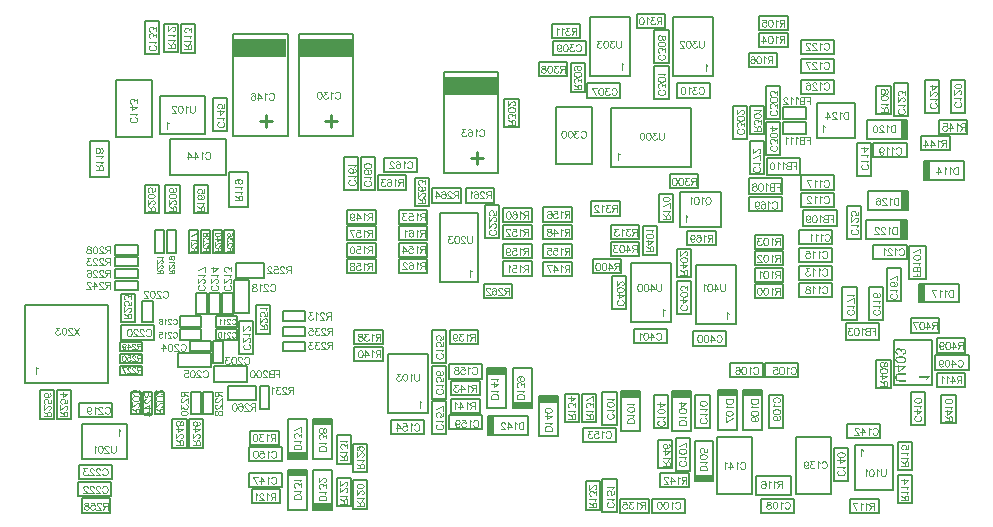
<source format=gbr>
%TF.GenerationSoftware,Altium Limited,Altium Designer,22.6.1 (34)*%
G04 Layer_Color=16776960*
%FSLAX45Y45*%
%MOMM*%
%TF.SameCoordinates,07F994AE-BB1C-4BEA-A643-928B9DFDCC76*%
%TF.FilePolarity,Positive*%
%TF.FileFunction,Other,Bottom_Assembly*%
%TF.Part,Single*%
G01*
G75*
%TA.AperFunction,NonConductor*%
%ADD104C,0.20000*%
%ADD106C,0.12000*%
%ADD163C,0.15000*%
%ADD164C,0.10000*%
%ADD165C,0.25400*%
%ADD166C,0.09000*%
%ADD167R,4.40000X1.60000*%
%ADD168R,1.60000X0.60000*%
%ADD169R,0.60000X1.60000*%
G36*
X7551088Y1498822D02*
X7553937Y1498304D01*
X7556399Y1497527D01*
X7558471Y1496750D01*
X7560155Y1495972D01*
X7561451Y1495195D01*
X7562228Y1494677D01*
X7562487Y1494547D01*
X7564430Y1492734D01*
X7566114Y1490791D01*
X7567410Y1488718D01*
X7568446Y1486645D01*
X7569223Y1484832D01*
X7569741Y1483407D01*
X7569871Y1482889D01*
X7570000Y1482500D01*
X7570130Y1482241D01*
Y1482112D01*
X7571296Y1484314D01*
X7572462Y1486127D01*
X7573757Y1487682D01*
X7574923Y1488977D01*
X7575959Y1490014D01*
X7576866Y1490791D01*
X7577384Y1491179D01*
X7577643Y1491309D01*
X7579457Y1492345D01*
X7581270Y1493122D01*
X7583084Y1493770D01*
X7584768Y1494159D01*
X7586193Y1494418D01*
X7587229Y1494547D01*
X7588006D01*
X7588265D01*
X7590468Y1494418D01*
X7592670Y1494029D01*
X7594613Y1493511D01*
X7596297Y1492863D01*
X7597722Y1492216D01*
X7598888Y1491698D01*
X7599535Y1491309D01*
X7599795Y1491179D01*
X7601738Y1489884D01*
X7603422Y1488330D01*
X7604847Y1486775D01*
X7606142Y1485221D01*
X7607049Y1483925D01*
X7607826Y1482759D01*
X7608215Y1481982D01*
X7608344Y1481853D01*
Y1481723D01*
X7609381Y1479391D01*
X7610158Y1477060D01*
X7610805Y1474728D01*
X7611194Y1472655D01*
X7611453Y1470971D01*
X7611583Y1469546D01*
Y1466308D01*
X7611324Y1464494D01*
X7610676Y1460997D01*
X7609640Y1458017D01*
X7608603Y1455426D01*
X7607956Y1454260D01*
X7607437Y1453354D01*
X7606919Y1452447D01*
X7606401Y1451799D01*
X7606012Y1451281D01*
X7605753Y1450892D01*
X7605624Y1450633D01*
X7605494Y1450504D01*
X7603033Y1448043D01*
X7600313Y1446099D01*
X7597463Y1444545D01*
X7594613Y1443250D01*
X7592152Y1442472D01*
X7591115Y1442084D01*
X7590209Y1441825D01*
X7589431Y1441695D01*
X7588913Y1441566D01*
X7588525Y1441436D01*
X7588395D01*
X7586452Y1452447D01*
X7589302Y1452965D01*
X7591763Y1453742D01*
X7593836Y1454649D01*
X7595520Y1455556D01*
X7596815Y1456463D01*
X7597722Y1457240D01*
X7598370Y1457758D01*
X7598499Y1457888D01*
X7599795Y1459572D01*
X7600831Y1461385D01*
X7601479Y1463069D01*
X7601997Y1464753D01*
X7602256Y1466308D01*
X7602515Y1467474D01*
Y1468510D01*
X7602385Y1470842D01*
X7601867Y1472914D01*
X7601219Y1474728D01*
X7600572Y1476282D01*
X7599795Y1477448D01*
X7599147Y1478355D01*
X7598629Y1479003D01*
X7598499Y1479132D01*
X7596945Y1480557D01*
X7595261Y1481593D01*
X7593577Y1482241D01*
X7592022Y1482759D01*
X7590597Y1483018D01*
X7589561Y1483277D01*
X7588784D01*
X7588654D01*
X7588525D01*
X7587100D01*
X7585804Y1483018D01*
X7583602Y1482371D01*
X7581659Y1481464D01*
X7579975Y1480428D01*
X7578809Y1479391D01*
X7577902Y1478484D01*
X7577384Y1477837D01*
X7577255Y1477707D01*
Y1477578D01*
X7576089Y1475376D01*
X7575182Y1473303D01*
X7574534Y1471101D01*
X7574146Y1469158D01*
X7573887Y1467474D01*
X7573627Y1466049D01*
Y1464365D01*
X7573757Y1463846D01*
Y1463199D01*
X7564042Y1461903D01*
X7564430Y1463587D01*
X7564689Y1465142D01*
X7564948Y1466437D01*
X7565078Y1467603D01*
X7565207Y1468510D01*
Y1469676D01*
X7564948Y1472396D01*
X7564430Y1474857D01*
X7563653Y1477060D01*
X7562746Y1478873D01*
X7561839Y1480298D01*
X7561062Y1481334D01*
X7560544Y1481982D01*
X7560285Y1482241D01*
X7558342Y1483925D01*
X7556269Y1485221D01*
X7554196Y1486127D01*
X7552124Y1486645D01*
X7550440Y1487034D01*
X7549015Y1487164D01*
X7548497Y1487293D01*
X7548108D01*
X7547849D01*
X7547719D01*
X7544870Y1487034D01*
X7542279Y1486386D01*
X7540077Y1485609D01*
X7538134Y1484573D01*
X7536579Y1483537D01*
X7535413Y1482759D01*
X7534636Y1482112D01*
X7534377Y1481853D01*
X7532563Y1479780D01*
X7531268Y1477578D01*
X7530361Y1475376D01*
X7529713Y1473303D01*
X7529325Y1471489D01*
X7529195Y1470064D01*
X7529066Y1469546D01*
Y1468769D01*
X7529195Y1466437D01*
X7529713Y1464235D01*
X7530361Y1462292D01*
X7531138Y1460737D01*
X7531786Y1459442D01*
X7532434Y1458406D01*
X7532952Y1457888D01*
X7533081Y1457629D01*
X7534895Y1456074D01*
X7536968Y1454779D01*
X7539170Y1453613D01*
X7541502Y1452706D01*
X7543445Y1452058D01*
X7544351Y1451799D01*
X7545129Y1451670D01*
X7545776Y1451540D01*
X7546295Y1451411D01*
X7546554Y1451281D01*
X7546683D01*
X7545258Y1440270D01*
X7543186Y1440529D01*
X7541242Y1440918D01*
X7537615Y1442084D01*
X7534506Y1443509D01*
X7533211Y1444286D01*
X7531916Y1445063D01*
X7530750Y1445840D01*
X7529843Y1446618D01*
X7528936Y1447265D01*
X7528288Y1447913D01*
X7527770Y1448302D01*
X7527382Y1448690D01*
X7527123Y1448949D01*
X7526993Y1449079D01*
X7525827Y1450633D01*
X7524661Y1452188D01*
X7523755Y1453742D01*
X7522977Y1455426D01*
X7521682Y1458665D01*
X7520905Y1461774D01*
X7520646Y1463199D01*
X7520387Y1464494D01*
X7520257Y1465660D01*
X7520127Y1466696D01*
X7519998Y1467474D01*
Y1468639D01*
X7520127Y1471101D01*
X7520387Y1473303D01*
X7520775Y1475505D01*
X7521293Y1477578D01*
X7521941Y1479521D01*
X7522589Y1481205D01*
X7523366Y1482889D01*
X7524143Y1484314D01*
X7524791Y1485739D01*
X7525568Y1486905D01*
X7526216Y1487941D01*
X7526864Y1488718D01*
X7527382Y1489366D01*
X7527770Y1489884D01*
X7528029Y1490143D01*
X7528159Y1490273D01*
X7529713Y1491827D01*
X7531397Y1493122D01*
X7533081Y1494288D01*
X7534765Y1495325D01*
X7536320Y1496102D01*
X7538004Y1496879D01*
X7541113Y1497915D01*
X7542538Y1498175D01*
X7543833Y1498434D01*
X7544999Y1498693D01*
X7546035Y1498822D01*
X7546813Y1498952D01*
X7547460D01*
X7547849D01*
X7547979D01*
X7551088Y1498822D01*
D02*
G37*
G36*
X7570519Y1428871D02*
X7572591D01*
X7574664Y1428741D01*
X7576477Y1428482D01*
X7578291Y1428352D01*
X7579845Y1428223D01*
X7581270Y1427964D01*
X7582566Y1427834D01*
X7583732Y1427575D01*
X7584638Y1427446D01*
X7585416Y1427316D01*
X7586063Y1427187D01*
X7586452Y1427057D01*
X7586711Y1426928D01*
X7586841D01*
X7589690Y1426150D01*
X7592281Y1425244D01*
X7594483Y1424207D01*
X7596427Y1423430D01*
X7598111Y1422523D01*
X7599276Y1422005D01*
X7599924Y1421487D01*
X7600183Y1421357D01*
X7602126Y1419932D01*
X7603810Y1418507D01*
X7605235Y1416953D01*
X7606531Y1415528D01*
X7607437Y1414233D01*
X7608085Y1413196D01*
X7608474Y1412549D01*
X7608603Y1412419D01*
Y1412290D01*
X7609640Y1410217D01*
X7610287Y1408015D01*
X7610805Y1405942D01*
X7611194Y1403999D01*
X7611453Y1402315D01*
X7611583Y1400890D01*
Y1399724D01*
X7611324Y1396227D01*
X7610805Y1392988D01*
X7609899Y1390268D01*
X7608992Y1387936D01*
X7607956Y1385993D01*
X7607567Y1385216D01*
X7607049Y1384568D01*
X7606790Y1384050D01*
X7606531Y1383661D01*
X7606272Y1383532D01*
Y1383402D01*
X7604199Y1381070D01*
X7601738Y1379127D01*
X7599276Y1377443D01*
X7596945Y1376148D01*
X7594742Y1375112D01*
X7593836Y1374593D01*
X7592929Y1374334D01*
X7592281Y1374075D01*
X7591763Y1373816D01*
X7591504Y1373687D01*
X7591374D01*
X7589431Y1373168D01*
X7587488Y1372650D01*
X7583213Y1371873D01*
X7578939Y1371225D01*
X7574923Y1370837D01*
X7572980Y1370707D01*
X7571296Y1370578D01*
X7569741D01*
X7568316Y1370448D01*
X7567280D01*
X7566373D01*
X7565855D01*
X7565726D01*
X7561192Y1370578D01*
X7556917Y1370837D01*
X7553031Y1371225D01*
X7549403Y1371873D01*
X7546035Y1372521D01*
X7543056Y1373298D01*
X7540336Y1374075D01*
X7538004Y1374852D01*
X7535931Y1375630D01*
X7534118Y1376536D01*
X7532563Y1377184D01*
X7531397Y1377832D01*
X7530361Y1378480D01*
X7529713Y1378868D01*
X7529325Y1379127D01*
X7529195Y1379257D01*
X7527641Y1380682D01*
X7526216Y1382236D01*
X7524920Y1383920D01*
X7523884Y1385604D01*
X7522977Y1387288D01*
X7522200Y1388972D01*
X7521682Y1390656D01*
X7521164Y1392211D01*
X7520775Y1393765D01*
X7520516Y1395190D01*
X7520257Y1396486D01*
X7520127Y1397522D01*
X7519998Y1398429D01*
Y1399724D01*
X7520257Y1403222D01*
X7520775Y1406460D01*
X7521682Y1409181D01*
X7522589Y1411512D01*
X7523495Y1413455D01*
X7524014Y1414103D01*
X7524402Y1414751D01*
X7524661Y1415269D01*
X7524920Y1415658D01*
X7525180Y1415787D01*
Y1415917D01*
X7527382Y1418248D01*
X7529713Y1420191D01*
X7532304Y1421875D01*
X7534636Y1423171D01*
X7536838Y1424207D01*
X7537745Y1424725D01*
X7538652Y1424984D01*
X7539299Y1425244D01*
X7539818Y1425503D01*
X7540077Y1425632D01*
X7540206D01*
X7542149Y1426280D01*
X7544092Y1426798D01*
X7548238Y1427575D01*
X7552512Y1428223D01*
X7556658Y1428612D01*
X7558471Y1428741D01*
X7560155Y1428871D01*
X7561710D01*
X7563135Y1429000D01*
X7564171D01*
X7565078D01*
X7565596D01*
X7565726D01*
X7568187D01*
X7570519Y1428871D01*
D02*
G37*
G36*
X7553160Y1347001D02*
X7611194D01*
Y1338063D01*
X7553160Y1296999D01*
X7543056D01*
Y1335990D01*
X7521552D01*
Y1347001D01*
X7543056D01*
Y1359178D01*
X7553160D01*
Y1347001D01*
D02*
G37*
G36*
X7611194Y1273552D02*
X7559378D01*
X7556399D01*
X7553549Y1273293D01*
X7551088Y1273034D01*
X7548756Y1272645D01*
X7546683Y1272257D01*
X7544740Y1271739D01*
X7543056Y1271350D01*
X7541631Y1270832D01*
X7540465Y1270314D01*
X7539299Y1269796D01*
X7538522Y1269277D01*
X7537745Y1268889D01*
X7537227Y1268500D01*
X7536838Y1268241D01*
X7536709Y1268112D01*
X7536579Y1267982D01*
X7535543Y1266816D01*
X7534636Y1265521D01*
X7533211Y1262671D01*
X7532175Y1259691D01*
X7531527Y1256582D01*
X7531009Y1253733D01*
X7530879Y1252567D01*
Y1251401D01*
X7530750Y1250624D01*
Y1249328D01*
X7530879Y1246608D01*
X7531268Y1244147D01*
X7531657Y1241815D01*
X7532304Y1240001D01*
X7532822Y1238447D01*
X7533211Y1237281D01*
X7533600Y1236633D01*
X7533729Y1236374D01*
X7534895Y1234561D01*
X7536320Y1233006D01*
X7537745Y1231711D01*
X7539040Y1230804D01*
X7540336Y1230027D01*
X7541242Y1229379D01*
X7541890Y1229120D01*
X7542149Y1228990D01*
X7543315Y1228602D01*
X7544481Y1228343D01*
X7547201Y1227825D01*
X7550051Y1227436D01*
X7552901Y1227177D01*
X7555362Y1227047D01*
X7556528D01*
X7557435Y1226918D01*
X7558212D01*
X7558860D01*
X7559249D01*
X7559378D01*
X7611194D01*
Y1215000D01*
X7559378D01*
X7556787D01*
X7554326Y1215130D01*
X7551994Y1215259D01*
X7549792Y1215518D01*
X7547849Y1215777D01*
X7546035Y1216036D01*
X7544351Y1216425D01*
X7542797Y1216684D01*
X7541372Y1216943D01*
X7540206Y1217332D01*
X7539170Y1217591D01*
X7538393Y1217850D01*
X7537745Y1218109D01*
X7537227Y1218239D01*
X7536968Y1218368D01*
X7536838D01*
X7533988Y1219793D01*
X7531397Y1221607D01*
X7529325Y1223420D01*
X7527511Y1225363D01*
X7526086Y1227047D01*
X7525050Y1228472D01*
X7524791Y1228990D01*
X7524532Y1229379D01*
X7524273Y1229638D01*
Y1229768D01*
X7522848Y1233006D01*
X7521811Y1236374D01*
X7521034Y1239872D01*
X7520516Y1243110D01*
X7520387Y1244535D01*
X7520257Y1245960D01*
X7520127Y1247256D01*
Y1248292D01*
X7519998Y1249199D01*
Y1250365D01*
X7520257Y1255028D01*
X7520516Y1257101D01*
X7520775Y1259044D01*
X7521164Y1260987D01*
X7521552Y1262671D01*
X7521941Y1264225D01*
X7522459Y1265650D01*
X7522977Y1266946D01*
X7523366Y1267982D01*
X7523755Y1269018D01*
X7524143Y1269796D01*
X7524532Y1270443D01*
X7524661Y1270832D01*
X7524920Y1271091D01*
Y1271220D01*
X7526864Y1274070D01*
X7529066Y1276402D01*
X7531138Y1278216D01*
X7533211Y1279770D01*
X7535025Y1280936D01*
X7536449Y1281713D01*
X7536968Y1281972D01*
X7537356Y1282231D01*
X7537615Y1282361D01*
X7537745D01*
X7539299Y1282879D01*
X7540983Y1283397D01*
X7544481Y1284174D01*
X7548108Y1284693D01*
X7551606Y1285081D01*
X7553160Y1285211D01*
X7554715Y1285340D01*
X7556010D01*
X7557176Y1285470D01*
X7558083D01*
X7558730D01*
X7559249D01*
X7559378D01*
X7611194D01*
Y1273552D01*
D02*
G37*
G36*
X7810028Y1250908D02*
X7807826Y1249612D01*
X7805754Y1248187D01*
X7803681Y1246503D01*
X7801867Y1244949D01*
X7800313Y1243395D01*
X7799017Y1242229D01*
X7798629Y1241710D01*
X7798240Y1241322D01*
X7798111Y1241192D01*
X7797981Y1241063D01*
X7795779Y1238342D01*
X7793706Y1235622D01*
X7791893Y1233031D01*
X7790468Y1230441D01*
X7789172Y1228238D01*
X7788654Y1227332D01*
X7788266Y1226554D01*
X7787877Y1225907D01*
X7787747Y1225388D01*
X7787488Y1225129D01*
Y1225000D01*
X7776866D01*
X7777643Y1226943D01*
X7778550Y1228886D01*
X7779457Y1230829D01*
X7780364Y1232643D01*
X7781141Y1234197D01*
X7781789Y1235493D01*
X7782307Y1236270D01*
X7782436Y1236399D01*
Y1236529D01*
X7783861Y1238861D01*
X7785286Y1240933D01*
X7786582Y1242747D01*
X7787747Y1244172D01*
X7788654Y1245467D01*
X7789431Y1246244D01*
X7789950Y1246892D01*
X7790079Y1247022D01*
X7719998D01*
Y1258033D01*
X7810028D01*
Y1250908D01*
D02*
G37*
%LPC*%
G36*
X7567798Y1417730D02*
X7566632D01*
X7565985D01*
X7565855D01*
X7565726D01*
X7561710D01*
X7558083Y1417471D01*
X7554844Y1417212D01*
X7551735Y1416953D01*
X7549144Y1416564D01*
X7546683Y1416046D01*
X7544611Y1415528D01*
X7542667Y1415139D01*
X7541113Y1414621D01*
X7539818Y1414103D01*
X7538652Y1413714D01*
X7537745Y1413196D01*
X7537097Y1412937D01*
X7536709Y1412678D01*
X7536449Y1412419D01*
X7536320D01*
X7535025Y1411383D01*
X7533988Y1410346D01*
X7532952Y1409310D01*
X7532175Y1408274D01*
X7530879Y1406072D01*
X7529972Y1404129D01*
X7529454Y1402315D01*
X7529195Y1401020D01*
X7529066Y1400501D01*
Y1399724D01*
X7529195Y1398299D01*
X7529325Y1397004D01*
X7530232Y1394543D01*
X7531397Y1392340D01*
X7532693Y1390397D01*
X7533988Y1388972D01*
X7535154Y1387806D01*
X7536061Y1387159D01*
X7536190Y1386900D01*
X7536320D01*
X7537874Y1385993D01*
X7539688Y1385216D01*
X7541761Y1384438D01*
X7543963Y1383920D01*
X7546295Y1383402D01*
X7548756Y1383013D01*
X7553808Y1382366D01*
X7556140Y1382107D01*
X7558342Y1381977D01*
X7560414Y1381848D01*
X7562098D01*
X7563653Y1381718D01*
X7564819D01*
X7565466D01*
X7565726D01*
X7569741Y1381848D01*
X7573368Y1381977D01*
X7576736Y1382236D01*
X7579845Y1382625D01*
X7582566Y1383013D01*
X7585027Y1383532D01*
X7587229Y1384050D01*
X7589172Y1384568D01*
X7590856Y1385086D01*
X7592281Y1385475D01*
X7593447Y1385993D01*
X7594483Y1386382D01*
X7595131Y1386770D01*
X7595649Y1387029D01*
X7595908Y1387288D01*
X7596038D01*
X7597204Y1388195D01*
X7598240Y1389102D01*
X7599017Y1390138D01*
X7599795Y1391175D01*
X7600960Y1393247D01*
X7601738Y1395190D01*
X7602126Y1396874D01*
X7602385Y1398299D01*
X7602515Y1398817D01*
Y1399595D01*
X7602385Y1401020D01*
X7602256Y1402444D01*
X7601867Y1403740D01*
X7601349Y1404906D01*
X7600183Y1407108D01*
X7598888Y1409051D01*
X7597463Y1410476D01*
X7596297Y1411642D01*
X7595779Y1412030D01*
X7595390Y1412290D01*
X7595261Y1412549D01*
X7595131D01*
X7593577Y1413455D01*
X7591763Y1414233D01*
X7589690Y1415010D01*
X7587488Y1415528D01*
X7585157Y1416046D01*
X7582695Y1416435D01*
X7577773Y1417083D01*
X7575311Y1417342D01*
X7573109Y1417471D01*
X7571037Y1417601D01*
X7569353D01*
X7567798Y1417730D01*
D02*
G37*
G36*
X7593318Y1335990D02*
X7553160D01*
Y1307751D01*
X7593318Y1335990D01*
D02*
G37*
%LPD*%
D104*
X3667474Y2640000D02*
X3987474D01*
Y2060000D02*
Y2640000D01*
X3667474Y2060000D02*
Y2640000D01*
Y2060000D02*
X3987474D01*
X5830000Y1700000D02*
X6170000D01*
X5830000D02*
Y2200000D01*
X6170000D01*
Y1700000D02*
Y2200000D01*
X7829998Y1185000D02*
Y1565000D01*
X7509998D02*
X7829998D01*
X7509998Y1185000D02*
Y1565000D01*
Y1185000D02*
X7829998D01*
X635005Y859922D02*
X815005D01*
X635005Y559922D02*
Y859922D01*
X1015005Y559922D02*
Y859922D01*
X635005Y559922D02*
X1015005D01*
X815005Y859922D02*
X1015005D01*
X1295024Y3315000D02*
Y3635000D01*
X1675024D01*
Y3315000D02*
Y3635000D01*
X1295024Y3315000D02*
X1675024D01*
X5700000Y2520000D02*
Y2820000D01*
X6040000D01*
Y2520000D02*
Y2820000D01*
X5700000Y2520000D02*
X6040000D01*
X6860000Y3275000D02*
X7180000D01*
Y3575000D01*
X6860000D02*
X7180000D01*
X6860000Y3275000D02*
Y3575000D01*
X149999Y1200000D02*
X850000D01*
X149999D02*
Y1860000D01*
X850000D01*
Y1200000D02*
Y1860000D01*
X1880000Y2690000D02*
Y2990000D01*
Y2690000D02*
X2040000D01*
Y2990000D01*
X1880000D02*
X2040000D01*
X3180000Y1390000D02*
Y1510000D01*
X2940000Y1390000D02*
X3180000D01*
X2940000D02*
Y1510000D01*
X3180000D01*
X3700000Y2980000D02*
X4160000D01*
X3700000D02*
Y3840000D01*
X4160000D01*
Y2980000D02*
Y3840000D01*
X4649999Y3540000D02*
X4949999D01*
Y3060000D02*
Y3540000D01*
X4649999Y3060000D02*
X4949999D01*
X4649999D02*
Y3540000D01*
X7649998Y1124975D02*
X7769998D01*
Y844975D02*
Y1124975D01*
X7649998Y844975D02*
X7769998D01*
X7649998D02*
Y1124975D01*
X5460000Y102500D02*
Y222500D01*
X5740000D01*
Y102500D02*
Y222500D01*
X5460000Y102500D02*
X5740000D01*
X5160000Y847500D02*
Y1127500D01*
X5040000D02*
X5160000D01*
X5040000Y847500D02*
Y1127500D01*
Y847500D02*
X5160000D01*
X5659999Y740000D02*
X5779999D01*
Y460000D02*
Y740000D01*
X5659999Y460000D02*
X5779999D01*
X5659999D02*
Y740000D01*
X5477524Y822500D02*
X5597524D01*
X5477524D02*
Y1102500D01*
X5597524D01*
Y822500D02*
Y1102500D01*
X5827576D02*
X5947575D01*
Y822500D02*
Y1102500D01*
X5827576Y822500D02*
X5947575D01*
X5827576D02*
Y1102500D01*
X6700000Y1250000D02*
Y1370000D01*
X6420000Y1250000D02*
X6700000D01*
X6420000D02*
Y1370000D01*
X6700000D01*
X6119999Y1250000D02*
Y1370000D01*
X6399999D01*
Y1250000D02*
Y1370000D01*
X6119999Y1250000D02*
X6399999D01*
X6452499Y1102500D02*
X6572499D01*
Y822500D02*
Y1102500D01*
X6452499Y822500D02*
X6572499D01*
X6452499D02*
Y1102500D01*
X6385000Y102500D02*
Y222500D01*
X6665000D01*
Y102500D02*
Y222500D01*
X6385000Y102500D02*
X6665000D01*
X6985000Y2377500D02*
Y2497500D01*
X6705000Y2377500D02*
X6985000D01*
X6705000D02*
Y2497500D01*
X6985000D01*
X6997499Y2690000D02*
Y2810000D01*
X6717499Y2690000D02*
X6997499D01*
X6717499D02*
Y2810000D01*
X6997499D01*
X6985000Y2077500D02*
Y2197500D01*
X6705000Y2077500D02*
X6985000D01*
X6705000D02*
Y2197500D01*
X6985000D01*
X7194974Y2954949D02*
Y3234949D01*
Y2954949D02*
X7314974D01*
Y3234949D01*
X7194974D02*
X7314974D01*
X6985000Y2227500D02*
Y2347500D01*
X6705000Y2227500D02*
X6985000D01*
X6705000D02*
Y2347500D01*
X6985000D01*
X7297499Y2015000D02*
X7417499D01*
Y1735000D02*
Y2015000D01*
X7297499Y1735000D02*
X7417499D01*
X7297499D02*
Y2015000D01*
X6997499Y2840000D02*
Y2960000D01*
X6717499Y2840000D02*
X6997499D01*
X6717499D02*
Y2960000D01*
X6997499D01*
X6985000Y1927500D02*
Y2047500D01*
X6705000Y1927500D02*
X6985000D01*
X6705000D02*
Y2047500D01*
X6985000D01*
X7989999Y3770000D02*
X8109999D01*
Y3490000D02*
Y3770000D01*
X7989999Y3490000D02*
X8109999D01*
X7989999D02*
Y3770000D01*
X7615000Y2254924D02*
Y2374923D01*
X7335000Y2254924D02*
X7615000D01*
X7335000D02*
Y2374923D01*
X7615000D01*
Y3114949D02*
Y3234949D01*
X7335000Y3114949D02*
X7615000D01*
X7335000D02*
Y3234949D01*
X7615000D01*
X6717499Y3827500D02*
Y3947500D01*
X6997499D01*
Y3827500D02*
Y3947500D01*
X6717499Y3827500D02*
X6997499D01*
X7770000Y3490000D02*
Y3770000D01*
Y3490000D02*
X7890000D01*
Y3770000D01*
X7770000D02*
X7890000D01*
X7110000Y2422500D02*
Y2702500D01*
Y2422500D02*
X7230000D01*
Y2702500D01*
X7110000D02*
X7230000D01*
X6717499Y3652500D02*
Y3772500D01*
X6997499D01*
Y3652500D02*
Y3772500D01*
X6717499Y3652500D02*
X6997499D01*
X6717499Y3990000D02*
Y4110000D01*
X6997499D01*
Y3990000D02*
Y4110000D01*
X6717499Y3990000D02*
X6997499D01*
X7509999Y3460000D02*
X7629999D01*
X7509999D02*
Y3740000D01*
X7629999D01*
Y3460000D02*
Y3740000D01*
X2469999Y3295000D02*
X2929999D01*
X2469999D02*
Y4155000D01*
X2929999D01*
Y3295000D02*
Y4155000D01*
X1164999Y4265000D02*
X1284998D01*
Y3985000D02*
Y4265000D01*
X1164999Y3985000D02*
X1284998D01*
X1164999D02*
Y4265000D01*
X6675023Y265000D02*
X6975023D01*
X6675023D02*
Y745000D01*
X6975023D01*
Y265000D02*
Y745000D01*
X7000049Y655000D02*
X7120048D01*
Y375000D02*
Y655000D01*
X7000049Y375000D02*
X7120048D01*
X7000049D02*
Y655000D01*
X7389998Y735025D02*
Y855025D01*
X7109998Y735025D02*
X7389998D01*
X7109998D02*
Y855025D01*
X7389998D01*
X1915075Y3295000D02*
X2375075D01*
X1915075D02*
Y4155000D01*
X2375075D01*
Y3295000D02*
Y4155000D01*
X1745049Y3615000D02*
X1865049D01*
Y3335000D02*
Y3615000D01*
X1745049Y3335000D02*
X1865049D01*
X1745049D02*
Y3615000D01*
X2049999Y325026D02*
Y445026D01*
X2329999D01*
Y325026D02*
Y445026D01*
X2049999Y325026D02*
X2329999D01*
X2049999Y540000D02*
Y660000D01*
X2329999D01*
Y540000D02*
Y660000D01*
X2049999Y540000D02*
X2329999D01*
X5160000Y110000D02*
Y390000D01*
X5040000D02*
X5160000D01*
X5040000Y110000D02*
Y390000D01*
Y110000D02*
X5160000D01*
X4872500Y702500D02*
Y822500D01*
X5152500D01*
Y702500D02*
Y822500D01*
X4872500Y702500D02*
X5152500D01*
X3250000Y770000D02*
Y890000D01*
X3530000D01*
Y770000D02*
Y890000D01*
X3250000Y770000D02*
X3530000D01*
X3600000Y1370000D02*
Y1650000D01*
Y1370000D02*
X3719999D01*
Y1650000D01*
X3600000D02*
X3719999D01*
Y1070000D02*
Y1350000D01*
X3600000D02*
X3719999D01*
X3600000Y1070000D02*
Y1350000D01*
Y1070000D02*
X3719999D01*
X3600000Y1050000D02*
X3720000D01*
Y770000D02*
Y1050000D01*
X3600000Y770000D02*
X3720000D01*
X3600000D02*
Y1050000D01*
X4020076Y1240000D02*
Y1360000D01*
X3740076Y1240000D02*
X4020076D01*
X3740076D02*
Y1360000D01*
X4020076D01*
X4020000Y810000D02*
Y930000D01*
X3740000Y810000D02*
X4020000D01*
X3740000D02*
Y930000D01*
X4020000D01*
X2992526Y3115052D02*
X3112525D01*
Y2835052D02*
Y3115052D01*
X2992526Y2835052D02*
X3112525D01*
X2992526D02*
Y3115052D01*
X2972500Y2835052D02*
Y3115052D01*
X2852501D02*
X2972500D01*
X2852501Y2835052D02*
Y3115052D01*
Y2835052D02*
X2972500D01*
X3190000Y3110000D02*
X3470000D01*
X3190000Y2990000D02*
Y3110000D01*
Y2990000D02*
X3470000D01*
Y3110000D01*
X7567500Y1897500D02*
Y2177500D01*
X7447500D02*
X7567500D01*
X7447500Y1897500D02*
Y2177500D01*
Y1897500D02*
X7567500D01*
X6280000Y2654975D02*
Y2774975D01*
X6560000D01*
Y2654975D02*
Y2774975D01*
X6280000Y2654975D02*
X6560000D01*
X7192500Y1735000D02*
Y2015000D01*
X7072500D02*
X7192500D01*
X7072500Y1735000D02*
Y2015000D01*
Y1735000D02*
X7192500D01*
X6407475Y2970000D02*
Y3250000D01*
X6287475D02*
X6407475D01*
X6287475Y2970000D02*
Y3250000D01*
Y2970000D02*
X6407475D01*
X1724998Y1335000D02*
Y1455000D01*
X1444998Y1335000D02*
X1724998D01*
X1444998D02*
Y1455000D01*
X1724998D01*
X1965025Y1444975D02*
Y1724975D01*
Y1444975D02*
X2085025D01*
Y1724975D01*
X1965025D02*
X2085025D01*
X1925024Y2075000D02*
X2045024D01*
Y1795000D02*
Y2075000D01*
X1925024Y1795000D02*
X2045024D01*
X1925024D02*
Y2075000D01*
X889999Y915000D02*
Y1035000D01*
X609999Y915000D02*
X889999D01*
X609999D02*
Y1035000D01*
X889999D01*
X1239999Y1570000D02*
Y1690000D01*
X959999Y1570000D02*
X1239999D01*
X959999D02*
Y1690000D01*
X1239999D01*
X599999Y245000D02*
Y365000D01*
X879999D01*
Y245000D02*
Y365000D01*
X599999Y245000D02*
X879999D01*
X889998Y389897D02*
Y509896D01*
X609999Y389897D02*
X889998D01*
X609999D02*
Y509896D01*
X889998D01*
X4043125Y2430625D02*
Y2710625D01*
Y2430625D02*
X4163125D01*
Y2710625D01*
X4043125D02*
X4163125D01*
X5600000Y3610000D02*
Y3890000D01*
X5480000D02*
X5600000D01*
X5480000Y3610000D02*
Y3890000D01*
Y3610000D02*
X5600000D01*
X6267475Y3270000D02*
Y3550000D01*
X6147475D02*
X6267475D01*
X6147475Y3270000D02*
Y3550000D01*
Y3270000D02*
X6267475D01*
X6547500Y3440000D02*
Y3720000D01*
X6427500D02*
X6547500D01*
X6427500Y3440000D02*
Y3720000D01*
Y3440000D02*
X6547500D01*
X6427500Y3130000D02*
Y3410000D01*
Y3130000D02*
X6547500D01*
Y3410000D01*
X6427500D02*
X6547500D01*
X4910000Y3620000D02*
Y3740000D01*
X5190000D01*
Y3620000D02*
Y3740000D01*
X4910000Y3620000D02*
X5190000D01*
X5480000Y4190000D02*
X5600000D01*
Y3910000D02*
Y4190000D01*
X5480000Y3910000D02*
X5600000D01*
X5480000D02*
Y4190000D01*
X4899999Y3980000D02*
Y4100000D01*
X4619999Y3980000D02*
X4899999D01*
X4619999D02*
Y4100000D01*
X4899999D01*
X5670000Y3620000D02*
Y3740000D01*
X5950000D01*
Y3620000D02*
Y3740000D01*
X5670000Y3620000D02*
X5950000D01*
X5810000Y1520000D02*
Y1640000D01*
X6090000D01*
Y1520000D02*
Y1640000D01*
X5810000Y1520000D02*
X6090000D01*
X5310000Y1540000D02*
X5590000D01*
Y1660000D01*
X5310000D02*
X5590000D01*
X5310000Y1540000D02*
Y1660000D01*
X5120000Y2110000D02*
X5240000D01*
Y1830000D02*
Y2110000D01*
X5120000Y1830000D02*
X5240000D01*
X5120000D02*
Y2110000D01*
X5670000Y2070000D02*
X5790000D01*
Y1790000D02*
Y2070000D01*
X5670000Y1790000D02*
X5790000D01*
X5670000D02*
Y2070000D01*
X8140023Y1315759D02*
Y1435759D01*
X7860023Y1315759D02*
X8140023D01*
X7860023D02*
Y1435759D01*
X8140023D01*
X5195025Y792500D02*
Y1132500D01*
Y792500D02*
X5355026D01*
Y1132500D01*
X5195025D02*
X5355026D01*
X5819999Y370000D02*
X5979999D01*
X5819999D02*
Y710000D01*
X5979999D01*
Y370000D02*
Y710000D01*
X5632550Y1132500D02*
X5792550D01*
Y792500D02*
Y1132500D01*
X5632550Y792500D02*
X5792550D01*
X5632550D02*
Y1132500D01*
X6019999Y1145000D02*
X6179999D01*
Y805000D02*
Y1145000D01*
X6019999Y805000D02*
X6179999D01*
X6019999D02*
Y1145000D01*
X6232499D02*
X6392499D01*
Y805000D02*
Y1145000D01*
X6232499Y805000D02*
X6392499D01*
X6232499D02*
Y1145000D01*
X7759999Y2920000D02*
Y3080000D01*
X8099999D01*
Y2920000D02*
Y3080000D01*
X7759999Y2920000D02*
X8099999D01*
X7720000Y1884974D02*
Y2044974D01*
X8059999D01*
Y1884974D02*
Y2044974D01*
X7720000Y1884974D02*
X8059999D01*
X7615000Y2420000D02*
Y2580000D01*
X7275000Y2420000D02*
X7615000D01*
X7275000D02*
Y2580000D01*
X7615000D01*
X7619999Y3269975D02*
Y3429975D01*
X7280000Y3269975D02*
X7619999D01*
X7280000D02*
Y3429975D01*
X7619999D01*
X7627499Y2670000D02*
Y2830000D01*
X7287499Y2670000D02*
X7627499D01*
X7287499D02*
Y2830000D01*
X7627499D01*
X2380000Y130000D02*
Y470000D01*
Y130000D02*
X2540000D01*
Y470000D01*
X2380000D02*
X2540000D01*
X2750000Y130000D02*
Y470000D01*
X2590000D02*
X2750000D01*
X2590000Y130000D02*
Y470000D01*
Y130000D02*
X2750000D01*
X2540000Y560000D02*
Y900000D01*
X2380000D02*
X2540000D01*
X2380000Y560000D02*
Y900000D01*
Y560000D02*
X2540000D01*
X2590000D02*
Y900000D01*
Y560000D02*
X2750000D01*
Y900000D01*
X2590000D02*
X2750000D01*
X4279999Y990000D02*
X4439999D01*
X4279999D02*
Y1330000D01*
X4439999D01*
Y990000D02*
Y1330000D01*
X4499999Y750000D02*
Y1090000D01*
Y750000D02*
X4659999D01*
Y1090000D01*
X4499999D02*
X4659999D01*
X4060000Y990000D02*
Y1330000D01*
Y990000D02*
X4220000D01*
Y1330000D01*
X4060000D02*
X4220000D01*
X4070076Y760000D02*
Y920000D01*
X4410076D01*
Y760000D02*
Y920000D01*
X4070076Y760000D02*
X4410076D01*
X6569999Y1919923D02*
Y2039923D01*
X6329999Y1919923D02*
X6569999D01*
X6329999D02*
Y2039923D01*
X6569999D01*
Y2059949D02*
Y2179949D01*
X6329999Y2059949D02*
X6569999D01*
X6329999D02*
Y2179949D01*
X6569999D01*
Y2199975D02*
Y2319974D01*
X6329999Y2199975D02*
X6569999D01*
X6329999D02*
Y2319974D01*
X6569999D01*
Y2340000D02*
Y2460000D01*
X6329999Y2340000D02*
X6569999D01*
X6329999D02*
Y2460000D01*
X6569999D01*
X6369999Y4050000D02*
Y4170000D01*
X6609999D01*
Y4050000D02*
Y4170000D01*
X6369999Y4050000D02*
X6609999D01*
X6369999Y4190000D02*
Y4310000D01*
X6609999D01*
Y4190000D02*
Y4310000D01*
X6369999Y4190000D02*
X6609999D01*
X6520000Y3880000D02*
Y4000000D01*
X6280000Y3880000D02*
X6520000D01*
X6280000D02*
Y4000000D01*
X6520000D01*
X7360000Y3480000D02*
Y3720000D01*
Y3480000D02*
X7480000D01*
Y3720000D01*
X7360000D02*
X7480000D01*
X1325024Y4005000D02*
X1445024D01*
X1325024D02*
Y4245000D01*
X1445024D01*
Y4005000D02*
Y4245000D01*
X1470000Y4240000D02*
X1590000D01*
Y4000000D02*
Y4240000D01*
X1470000Y4000000D02*
X1590000D01*
X1470000D02*
Y4240000D01*
X7660025Y185000D02*
Y425000D01*
X7540025D02*
X7660025D01*
X7540025Y185000D02*
Y425000D01*
Y185000D02*
X7660025D01*
X7540025Y465025D02*
Y705026D01*
Y465025D02*
X7660025D01*
Y705026D01*
X7540025D02*
X7660025D01*
X6337499Y417500D02*
X6637499D01*
X6337499Y257500D02*
Y417500D01*
Y257500D02*
X6637499D01*
Y417500D01*
X7139999Y100000D02*
Y220000D01*
X7379999D01*
Y100000D02*
Y220000D01*
X7139999Y100000D02*
X7379999D01*
X860000Y2950000D02*
Y3250000D01*
X700000D02*
X860000D01*
X700000Y2950000D02*
Y3250000D01*
Y2950000D02*
X860000D01*
X3050000Y140000D02*
Y380000D01*
X2930000D02*
X3050000D01*
X2930000Y140000D02*
Y380000D01*
Y140000D02*
X3050000D01*
X2309999Y185000D02*
Y305000D01*
X2069999Y185000D02*
X2309999D01*
X2069999D02*
Y305000D01*
X2309999D01*
X2790000Y160000D02*
Y400000D01*
Y160000D02*
X2910000D01*
Y400000D01*
X2790000D02*
X2910000D01*
X2929999Y690000D02*
X3049999D01*
Y450000D02*
Y690000D01*
X2929999Y450000D02*
X3049999D01*
X2929999D02*
Y690000D01*
X2299999Y680000D02*
Y800000D01*
X2059999Y680000D02*
X2299999D01*
X2059999D02*
Y800000D01*
X2299999D01*
X2910000Y520000D02*
Y760000D01*
X2790000D02*
X2910000D01*
X2790000Y520000D02*
Y760000D01*
Y520000D02*
X2910000D01*
X5019974Y130000D02*
Y370000D01*
X4899974D02*
X5019974D01*
X4899974Y130000D02*
Y370000D01*
Y130000D02*
X5019974D01*
X4840000Y870000D02*
Y1110000D01*
X4720000D02*
X4840000D01*
X4720000Y870000D02*
Y1110000D01*
Y870000D02*
X4840000D01*
X5432500Y102500D02*
Y222500D01*
X5192500Y102500D02*
X5432500D01*
X5192500D02*
Y222500D01*
X5432500D01*
X4869999Y1110000D02*
X4989999D01*
Y870000D02*
Y1110000D01*
X4869999Y870000D02*
X4989999D01*
X4869999D02*
Y1110000D01*
X2939999Y1530000D02*
Y1650000D01*
X3179999D01*
Y1530000D02*
Y1650000D01*
X2939999Y1530000D02*
X3179999D01*
X3989999D02*
Y1650000D01*
X3749999Y1530000D02*
X3989999D01*
X3749999D02*
Y1650000D01*
X3989999D01*
X3759999Y950000D02*
Y1070000D01*
X3999999D01*
Y950000D02*
Y1070000D01*
X3759999Y950000D02*
X3999999D01*
X5530000Y320000D02*
Y440000D01*
X5770000D01*
Y320000D02*
Y440000D01*
X5530000Y320000D02*
X5770000D01*
X3760000Y1099974D02*
Y1219974D01*
X4000000D01*
Y1099974D02*
Y1219974D01*
X3760000Y1099974D02*
X4000000D01*
X7980000Y3172314D02*
Y3292314D01*
X7740000Y3172314D02*
X7980000D01*
X7740000D02*
Y3292314D01*
X7980000D01*
X8129998Y3312340D02*
Y3432340D01*
X7889998Y3312340D02*
X8129998D01*
X7889998D02*
Y3432340D01*
X8129998D01*
X5510000Y480000D02*
Y720000D01*
Y480000D02*
X5630000D01*
Y720000D01*
X5510000D02*
X5630000D01*
X4780000Y2110000D02*
Y2230000D01*
X4540000Y2110000D02*
X4780000D01*
X4540000D02*
Y2230000D01*
X4780000D01*
Y2420000D02*
Y2540000D01*
X4540000Y2420000D02*
X4780000D01*
X4540000D02*
Y2540000D01*
X4780000D01*
X2880000Y2550000D02*
Y2670000D01*
X3120000D01*
Y2550000D02*
Y2670000D01*
X2880000Y2550000D02*
X3120000D01*
X2880000Y2270000D02*
Y2390000D01*
X3120000D01*
Y2270000D02*
Y2390000D01*
X2880000Y2270000D02*
X3120000D01*
X4202500Y2112500D02*
Y2232500D01*
X4442500D01*
Y2112500D02*
Y2232500D01*
X4202500Y2112500D02*
X4442500D01*
X4202500Y2421250D02*
Y2541250D01*
X4442500D01*
Y2421250D02*
Y2541250D01*
X4202500Y2421250D02*
X4442500D01*
X3557500Y2550000D02*
Y2670000D01*
X3317500Y2550000D02*
X3557500D01*
X3317500D02*
Y2670000D01*
X3557500D01*
Y2270000D02*
Y2390000D01*
X3317500Y2270000D02*
X3557500D01*
X3317500D02*
Y2390000D01*
X3557500D01*
X4780000Y2260000D02*
Y2380000D01*
X4540000Y2260000D02*
X4780000D01*
X4540000D02*
Y2380000D01*
X4780000D01*
Y2570000D02*
Y2690000D01*
X4540000Y2570000D02*
X4780000D01*
X4540000D02*
Y2690000D01*
X4780000D01*
X2880000Y2410000D02*
Y2530000D01*
X3120000D01*
Y2410000D02*
Y2530000D01*
X2880000Y2410000D02*
X3120000D01*
X2880000Y2130000D02*
Y2250000D01*
X3120000D01*
Y2130000D02*
Y2250000D01*
X2880000Y2130000D02*
X3120000D01*
X4202500Y2258750D02*
Y2378750D01*
X4442500D01*
Y2258750D02*
Y2378750D01*
X4202500Y2258750D02*
X4442500D01*
X4202500Y2567500D02*
Y2687500D01*
X4442500D01*
Y2567500D02*
Y2687500D01*
X4202500Y2567500D02*
X4442500D01*
X3557500Y2410000D02*
Y2530000D01*
X3317500Y2410000D02*
X3557500D01*
X3317500D02*
Y2530000D01*
X3557500D01*
X3557499Y2130000D02*
Y2250000D01*
X3317499Y2130000D02*
X3557499D01*
X3317499D02*
Y2250000D01*
X3557499D01*
X3140000Y2840000D02*
Y2960000D01*
X3380000D01*
Y2840000D02*
Y2960000D01*
X3140000Y2840000D02*
X3380000D01*
X1580000Y2640000D02*
X1700000D01*
X1580000D02*
Y2880000D01*
X1700000D01*
Y2640000D02*
Y2880000D01*
X5760000Y2370000D02*
Y2490000D01*
X6000000D01*
Y2370000D02*
Y2490000D01*
X5760000Y2370000D02*
X6000000D01*
X5517473Y2564999D02*
Y2804999D01*
Y2564999D02*
X5637473D01*
Y2804999D01*
X5517473D02*
X5637473D01*
X1285000Y2642500D02*
Y2882500D01*
X1165000D02*
X1285000D01*
X1165000Y2642500D02*
Y2882500D01*
Y2642500D02*
X1285000D01*
X1339999D02*
X1459999D01*
X1339999D02*
Y2882500D01*
X1459999D01*
Y2642500D02*
Y2882500D01*
X1539999Y895000D02*
X1659998D01*
Y655000D02*
Y895000D01*
X1539999Y655000D02*
X1659998D01*
X1539999D02*
Y895000D01*
X1399973Y655000D02*
X1519973D01*
X1399973D02*
Y895000D01*
X1519973D01*
Y655000D02*
Y895000D01*
X2225051Y1620000D02*
Y1860000D01*
X2105051D02*
X2225051D01*
X2105051Y1620000D02*
Y1860000D01*
Y1620000D02*
X2225051D01*
X1934998Y2095026D02*
Y2215026D01*
X2174998D01*
Y2095026D02*
Y2215026D01*
X1934998Y2095026D02*
X2174998D01*
X1080000Y1720000D02*
Y1960000D01*
X960000D02*
X1080000D01*
X960000Y1720000D02*
Y1960000D01*
Y1720000D02*
X1080000D01*
X539974Y899974D02*
Y1139974D01*
X419974D02*
X539974D01*
X419974Y899974D02*
Y1139974D01*
Y899974D02*
X539974D01*
X399948Y899974D02*
Y1139974D01*
X279948D02*
X399948D01*
X279948Y899974D02*
Y1139974D01*
Y899974D02*
X399948D01*
X869999Y105000D02*
Y225000D01*
X629999Y105000D02*
X869999D01*
X629999D02*
Y225000D01*
X869999D01*
X2110000Y1060000D02*
Y1180000D01*
X1870000Y1060000D02*
X2110000D01*
X1870000D02*
Y1180000D01*
X2110000D01*
X3885624Y2730000D02*
Y2850000D01*
X4125624D01*
Y2730000D02*
Y2850000D01*
X3885624Y2730000D02*
X4125624D01*
X4277499Y1925026D02*
Y2045026D01*
X4037499Y1925026D02*
X4277499D01*
X4037499D02*
Y2045026D01*
X4277499D01*
X3450000Y2942500D02*
X3570000D01*
Y2702500D02*
Y2942500D01*
X3450000Y2702500D02*
X3570000D01*
X3450000D02*
Y2942500D01*
X3601249Y2730000D02*
Y2850000D01*
X3841249D01*
Y2730000D02*
Y2850000D01*
X3601249Y2730000D02*
X3841249D01*
X5850000Y2850000D02*
Y2970000D01*
X5610000Y2850000D02*
X5850000D01*
X5610000D02*
Y2970000D01*
X5850000D01*
X6287500Y3310000D02*
Y3550000D01*
Y3310000D02*
X6407500D01*
Y3550000D01*
X6287500D02*
X6407500D01*
X4330000Y3370000D02*
Y3610000D01*
X4210000D02*
X4330000D01*
X4210000Y3370000D02*
Y3610000D01*
Y3370000D02*
X4330000D01*
X4499999Y3800000D02*
Y3920000D01*
X4739999D01*
Y3800000D02*
Y3920000D01*
X4499999Y3800000D02*
X4739999D01*
X4889999Y3670000D02*
Y3910000D01*
X4769999D02*
X4889999D01*
X4769999Y3670000D02*
Y3910000D01*
Y3670000D02*
X4889999D01*
X5569999Y4210000D02*
Y4330000D01*
X5329999Y4210000D02*
X5569999D01*
X5329999D02*
Y4330000D01*
X5569999D01*
X4849999Y4120000D02*
Y4240000D01*
X4609999Y4120000D02*
X4849999D01*
X4609999D02*
Y4240000D01*
X4849999D01*
X4945000Y2620000D02*
Y2740000D01*
X5185000D01*
Y2620000D02*
Y2740000D01*
X4945000Y2620000D02*
X5185000D01*
X5350000Y2420000D02*
Y2540000D01*
X5110000Y2420000D02*
X5350000D01*
X5110000D02*
Y2540000D01*
X5350000D01*
X4960000Y2130000D02*
Y2250000D01*
X5200000D01*
Y2130000D02*
Y2250000D01*
X4960000Y2130000D02*
X5200000D01*
X5380000Y2290000D02*
X5500000D01*
X5380000D02*
Y2530000D01*
X5500000D01*
Y2290000D02*
Y2530000D01*
X5670000Y2340000D02*
X5790000D01*
Y2100000D02*
Y2340000D01*
X5670000Y2100000D02*
X5790000D01*
X5670000D02*
Y2340000D01*
X5110000Y2400000D02*
X5350000D01*
X5110000Y2280000D02*
Y2400000D01*
Y2280000D02*
X5350000D01*
Y2400000D01*
X7889999Y1630000D02*
Y1750000D01*
X7649999Y1630000D02*
X7889999D01*
X7649999D02*
Y1750000D01*
X7889999D01*
X7360000Y1160000D02*
Y1400000D01*
Y1160000D02*
X7479999D01*
Y1400000D01*
X7360000D02*
X7479999D01*
X7870024Y1460785D02*
Y1580784D01*
X8110024D01*
Y1460785D02*
Y1580784D01*
X7870024Y1460785D02*
X8110024D01*
X8029999Y860000D02*
Y1100000D01*
X7910000D02*
X8029999D01*
X7910000Y860000D02*
Y1100000D01*
Y860000D02*
X8029999D01*
X7870023Y1170733D02*
Y1290733D01*
X8110023D01*
Y1170733D02*
Y1290733D01*
X7870023Y1170733D02*
X8110023D01*
X3565025Y949974D02*
Y1449974D01*
X3225026D02*
X3565025D01*
X3225026Y949974D02*
Y1449974D01*
Y949974D02*
X3565025D01*
X5110000Y3030000D02*
X5790000D01*
Y3530000D01*
X5110000D02*
X5790000D01*
X5110000Y3030000D02*
Y3530000D01*
X5980000Y3800026D02*
Y4300026D01*
X5640000D02*
X5980000D01*
X5640000Y3800026D02*
Y4300026D01*
Y3800026D02*
X5980000D01*
X4935051Y3800000D02*
X5275050D01*
X4935051D02*
Y4300000D01*
X5275050D01*
Y3800000D02*
Y4300000D01*
X5620000Y1720000D02*
Y2220000D01*
X5280000D02*
X5620000D01*
X5280000Y1720000D02*
Y2220000D01*
Y1720000D02*
X5620000D01*
X7179999Y675000D02*
X7499999D01*
Y295000D02*
Y675000D01*
X7179999Y295000D02*
X7499999D01*
X7179999D02*
Y675000D01*
X6309974Y264975D02*
Y744975D01*
X6009974D02*
X6309974D01*
X6009974Y264975D02*
Y744975D01*
Y264975D02*
X6309974D01*
X924998Y3285000D02*
X1224998D01*
X924998D02*
Y3765000D01*
X1224998D01*
Y3285000D02*
Y3765000D01*
X1855049Y2964975D02*
Y3264975D01*
X1375049Y2964975D02*
X1855049D01*
X1375049D02*
Y3264975D01*
X1855049D01*
D106*
X3936750Y2447612D02*
Y2404764D01*
X3933893Y2396194D01*
X3928180Y2390481D01*
X3919611Y2387625D01*
X3913898D01*
X3905328Y2390481D01*
X3899615Y2396194D01*
X3896759Y2404764D01*
Y2447612D01*
X3877334Y2433329D02*
Y2436186D01*
X3874478Y2441899D01*
X3871621Y2444755D01*
X3865908Y2447612D01*
X3854482D01*
X3848769Y2444755D01*
X3845912Y2441899D01*
X3843056Y2436186D01*
Y2430473D01*
X3845912Y2424760D01*
X3851625Y2416190D01*
X3880191Y2387625D01*
X3840199D01*
X3809634Y2447612D02*
X3818204Y2444755D01*
X3823917Y2436186D01*
X3826774Y2421903D01*
Y2413334D01*
X3823917Y2399051D01*
X3818204Y2390481D01*
X3809634Y2387625D01*
X3803922D01*
X3795352Y2390481D01*
X3789639Y2399051D01*
X3786782Y2413334D01*
Y2421903D01*
X3789639Y2436186D01*
X3795352Y2444755D01*
X3803922Y2447612D01*
X3809634D01*
X3767644D02*
X3736222D01*
X3753361Y2424760D01*
X3744791D01*
X3739078Y2421903D01*
X3736222Y2419047D01*
X3733365Y2410477D01*
Y2404764D01*
X3736222Y2396194D01*
X3741935Y2390481D01*
X3750505Y2387625D01*
X3759074D01*
X3767644Y2390481D01*
X3770500Y2393338D01*
X3773357Y2399051D01*
X3936750Y2151811D02*
X3931037Y2154668D01*
X3922467Y2163237D01*
Y2103250D01*
X6078000Y2041987D02*
Y1999139D01*
X6075144Y1990570D01*
X6069431Y1984857D01*
X6060861Y1982000D01*
X6055148D01*
X6046578Y1984857D01*
X6040865Y1990570D01*
X6038009Y1999139D01*
Y2041987D01*
X5992875D02*
X6021441Y2001996D01*
X5978593D01*
X5992875Y2041987D02*
Y1982000D01*
X5950885Y2041987D02*
X5959454Y2039131D01*
X5965167Y2030561D01*
X5968024Y2016278D01*
Y2007709D01*
X5965167Y1993426D01*
X5959454Y1984857D01*
X5950885Y1982000D01*
X5945172D01*
X5936602Y1984857D01*
X5930889Y1993426D01*
X5928033Y2007709D01*
Y2016278D01*
X5930889Y2030561D01*
X5936602Y2039131D01*
X5945172Y2041987D01*
X5950885D01*
X5914607Y2030561D02*
X5908894Y2033418D01*
X5900324Y2041987D01*
Y1982000D01*
X6108000Y1790561D02*
X6102287Y1793418D01*
X6093717Y1801987D01*
Y1742000D01*
X918000Y671987D02*
Y629139D01*
X915143Y620569D01*
X909430Y614857D01*
X900861Y612000D01*
X895148D01*
X886578Y614857D01*
X880865Y620569D01*
X878009Y629139D01*
Y671987D01*
X858584Y657705D02*
Y660561D01*
X855728Y666274D01*
X852871Y669130D01*
X847158Y671987D01*
X835732D01*
X830019Y669130D01*
X827162Y666274D01*
X824306Y660561D01*
Y654848D01*
X827162Y649135D01*
X832875Y640565D01*
X861441Y612000D01*
X821449D01*
X790885Y671987D02*
X799454Y669130D01*
X805167Y660561D01*
X808024Y646278D01*
Y637709D01*
X805167Y623426D01*
X799454Y614857D01*
X790885Y612000D01*
X785172D01*
X776602Y614857D01*
X770889Y623426D01*
X768032Y637709D01*
Y646278D01*
X770889Y660561D01*
X776602Y669130D01*
X785172Y671987D01*
X790885D01*
X754607Y660561D02*
X748894Y663418D01*
X740324Y671987D01*
Y612000D01*
X958000Y800483D02*
X952287Y803339D01*
X943717Y811908D01*
Y751922D01*
X1368000Y3400561D02*
X1362287Y3403417D01*
X1353717Y3411987D01*
Y3352000D01*
X1588000Y3551987D02*
Y3509139D01*
X1585144Y3500569D01*
X1579431Y3494856D01*
X1570861Y3492000D01*
X1565148D01*
X1556578Y3494856D01*
X1550865Y3500569D01*
X1548009Y3509139D01*
Y3551987D01*
X1531441Y3540561D02*
X1525728Y3543417D01*
X1517158Y3551987D01*
Y3492000D01*
X1470311Y3551987D02*
X1478881Y3549130D01*
X1484594Y3540561D01*
X1487450Y3526278D01*
Y3517708D01*
X1484594Y3503426D01*
X1478881Y3494856D01*
X1470311Y3492000D01*
X1464598D01*
X1456029Y3494856D01*
X1450316Y3503426D01*
X1447459Y3517708D01*
Y3526278D01*
X1450316Y3540561D01*
X1456029Y3549130D01*
X1464598Y3551987D01*
X1470311D01*
X1431177Y3537704D02*
Y3540561D01*
X1428320Y3546274D01*
X1425464Y3549130D01*
X1419751Y3551987D01*
X1408325D01*
X1402612Y3549130D01*
X1399755Y3546274D01*
X1396899Y3540561D01*
Y3534848D01*
X1399755Y3529135D01*
X1405468Y3520565D01*
X1434033Y3492000D01*
X1394042D01*
X5940861Y2777700D02*
X5946574Y2774843D01*
X5952287Y2769130D01*
X5955144Y2763417D01*
X5958000Y2754848D01*
Y2740565D01*
X5955144Y2731996D01*
X5952287Y2726282D01*
X5946574Y2720569D01*
X5940861Y2717713D01*
X5929435D01*
X5923722Y2720569D01*
X5918009Y2726282D01*
X5915152Y2731996D01*
X5912296Y2740565D01*
Y2754848D01*
X5915152Y2763417D01*
X5918009Y2769130D01*
X5923722Y2774843D01*
X5929435Y2777700D01*
X5940861D01*
X5932291Y2729139D02*
X5915152Y2712000D01*
X5898299Y2766274D02*
X5892586Y2769130D01*
X5884016Y2777700D01*
Y2717713D01*
X5837169Y2777700D02*
X5845739Y2774843D01*
X5851452Y2766274D01*
X5854308Y2751991D01*
Y2743421D01*
X5851452Y2729139D01*
X5845739Y2720569D01*
X5837169Y2717713D01*
X5831456D01*
X5822886Y2720569D01*
X5817173Y2729139D01*
X5814317Y2743421D01*
Y2751991D01*
X5817173Y2766274D01*
X5822886Y2774843D01*
X5831456Y2777700D01*
X5837169D01*
X5800891Y2766274D02*
X5795178Y2769130D01*
X5786608Y2777700D01*
Y2717713D01*
X5758000Y2610561D02*
X5752287Y2613417D01*
X5743717Y2621987D01*
Y2562000D01*
X7120500Y3496987D02*
Y3437000D01*
Y3496987D02*
X7100504D01*
X7091935Y3494130D01*
X7086222Y3488417D01*
X7083365Y3482704D01*
X7080509Y3474135D01*
Y3459852D01*
X7083365Y3451283D01*
X7086222Y3445569D01*
X7091935Y3439856D01*
X7100504Y3437000D01*
X7120500D01*
X7067083Y3485561D02*
X7061370Y3488417D01*
X7052800Y3496987D01*
Y3437000D01*
X7020236Y3482704D02*
Y3485561D01*
X7017379Y3491274D01*
X7014523Y3494130D01*
X7008810Y3496987D01*
X6997384D01*
X6991671Y3494130D01*
X6988814Y3491274D01*
X6985958Y3485561D01*
Y3479848D01*
X6988814Y3474135D01*
X6994527Y3465565D01*
X7023092Y3437000D01*
X6983101D01*
X6941110Y3496987D02*
X6969675Y3456996D01*
X6926828D01*
X6941110Y3496987D02*
Y3437000D01*
X6920500Y3373061D02*
X6914787Y3375917D01*
X6906217Y3384487D01*
Y3324500D01*
X608000Y1671987D02*
X568009Y1612000D01*
Y1671987D02*
X608000Y1612000D01*
X551727Y1657705D02*
Y1660561D01*
X548870Y1666274D01*
X546014Y1669131D01*
X540300Y1671987D01*
X528874D01*
X523161Y1669131D01*
X520305Y1666274D01*
X517448Y1660561D01*
Y1654848D01*
X520305Y1649135D01*
X526018Y1640565D01*
X554583Y1612000D01*
X514592D01*
X484027Y1671987D02*
X492597Y1669131D01*
X498310Y1660561D01*
X501166Y1646278D01*
Y1637709D01*
X498310Y1623426D01*
X492597Y1614857D01*
X484027Y1612000D01*
X478314D01*
X469744Y1614857D01*
X464031Y1623426D01*
X461175Y1637709D01*
Y1646278D01*
X464031Y1660561D01*
X469744Y1669131D01*
X478314Y1671987D01*
X484027D01*
X442036D02*
X410614D01*
X427754Y1649135D01*
X419184D01*
X413471Y1646278D01*
X410614Y1643422D01*
X407758Y1634852D01*
Y1629139D01*
X410614Y1620570D01*
X416327Y1614857D01*
X424897Y1612000D01*
X433466D01*
X442036Y1614857D01*
X444893Y1617713D01*
X447749Y1623426D01*
X258000Y1330561D02*
X252287Y1333417D01*
X243717Y1341987D01*
Y1282000D01*
X1989987Y2750000D02*
X1930000D01*
X1989987D02*
Y2775709D01*
X1987130Y2784278D01*
X1984274Y2787135D01*
X1978561Y2789991D01*
X1972848D01*
X1967135Y2787135D01*
X1964278Y2784278D01*
X1961422Y2775709D01*
Y2750000D01*
Y2769996D02*
X1930000Y2789991D01*
X1978561Y2803417D02*
X1981417Y2809130D01*
X1989987Y2817700D01*
X1930000D01*
X1978561Y2847408D02*
X1981417Y2853121D01*
X1989987Y2861690D01*
X1930000D01*
X1969991Y2928533D02*
X1961422Y2925676D01*
X1955709Y2919963D01*
X1952852Y2911394D01*
Y2908537D01*
X1955709Y2899968D01*
X1961422Y2894255D01*
X1969991Y2891398D01*
X1972848D01*
X1981417Y2894255D01*
X1987130Y2899968D01*
X1989987Y2908537D01*
Y2911394D01*
X1987130Y2919963D01*
X1981417Y2925676D01*
X1969991Y2928533D01*
X1955709D01*
X1941426Y2925676D01*
X1932856Y2919963D01*
X1930000Y2911394D01*
Y2905681D01*
X1932856Y2897111D01*
X1938569Y2894255D01*
X3160000Y1479987D02*
Y1420000D01*
Y1479987D02*
X3134291D01*
X3125722Y1477130D01*
X3122865Y1474274D01*
X3120009Y1468561D01*
Y1462848D01*
X3122865Y1457135D01*
X3125722Y1454278D01*
X3134291Y1451422D01*
X3160000D01*
X3140004D02*
X3120009Y1420000D01*
X3106583Y1468561D02*
X3100870Y1471417D01*
X3092300Y1479987D01*
Y1420000D01*
X3034027Y1479987D02*
X3062593Y1439996D01*
X3019745D01*
X3034027Y1479987D02*
Y1420000D01*
X2992036Y1479987D02*
X3000606Y1477130D01*
X3006319Y1468561D01*
X3009176Y1454278D01*
Y1445709D01*
X3006319Y1431426D01*
X3000606Y1422856D01*
X2992036Y1420000D01*
X2986323D01*
X2977754Y1422856D01*
X2972041Y1431426D01*
X2969184Y1445709D01*
Y1454278D01*
X2972041Y1468561D01*
X2977754Y1477130D01*
X2986323Y1479987D01*
X2992036D01*
X2300000Y1309987D02*
Y1250000D01*
Y1309987D02*
X2262865D01*
X2300000Y1281422D02*
X2277148D01*
X2256009Y1309987D02*
Y1250000D01*
Y1309987D02*
X2230301D01*
X2221731Y1307130D01*
X2218875Y1304274D01*
X2216018Y1298561D01*
Y1292848D01*
X2218875Y1287135D01*
X2221731Y1284278D01*
X2230301Y1281422D01*
X2256009D02*
X2230301D01*
X2221731Y1278565D01*
X2218875Y1275709D01*
X2216018Y1269996D01*
Y1261426D01*
X2218875Y1255713D01*
X2221731Y1252857D01*
X2230301Y1250000D01*
X2256009D01*
X2199736Y1295705D02*
Y1298561D01*
X2196880Y1304274D01*
X2194023Y1307130D01*
X2188310Y1309987D01*
X2176884D01*
X2171171Y1307130D01*
X2168314Y1304274D01*
X2165458Y1298561D01*
Y1292848D01*
X2168314Y1287135D01*
X2174027Y1278565D01*
X2202592Y1250000D01*
X2162601D01*
X2132036Y1309987D02*
X2140606Y1307130D01*
X2146319Y1298561D01*
X2149176Y1284278D01*
Y1275709D01*
X2146319Y1261426D01*
X2140606Y1252857D01*
X2132036Y1250000D01*
X2126323D01*
X2117754Y1252857D01*
X2112041Y1261426D01*
X2109184Y1275709D01*
Y1284278D01*
X2112041Y1298561D01*
X2117754Y1307130D01*
X2126323Y1309987D01*
X2132036D01*
X2078619D02*
X2087189Y1307130D01*
X2092902Y1298561D01*
X2095759Y1284278D01*
Y1275709D01*
X2092902Y1261426D01*
X2087189Y1252857D01*
X2078619Y1250000D01*
X2072906D01*
X2064337Y1252857D01*
X2058624Y1261426D01*
X2055767Y1275709D01*
Y1284278D01*
X2058624Y1298561D01*
X2064337Y1307130D01*
X2072906Y1309987D01*
X2078619D01*
X6795000Y3622487D02*
Y3562500D01*
Y3622487D02*
X6757865D01*
X6795000Y3593922D02*
X6772148D01*
X6751009Y3622487D02*
Y3562500D01*
Y3622487D02*
X6725301D01*
X6716731Y3619630D01*
X6713875Y3616774D01*
X6711018Y3611061D01*
Y3605348D01*
X6713875Y3599635D01*
X6716731Y3596778D01*
X6725301Y3593922D01*
X6751009D02*
X6725301D01*
X6716731Y3591065D01*
X6713875Y3588208D01*
X6711018Y3582496D01*
Y3573926D01*
X6713875Y3568213D01*
X6716731Y3565356D01*
X6725301Y3562500D01*
X6751009D01*
X6697592Y3611061D02*
X6691879Y3613917D01*
X6683310Y3622487D01*
Y3562500D01*
X6653602Y3611061D02*
X6647889Y3613917D01*
X6639319Y3622487D01*
Y3562500D01*
X6606755Y3608204D02*
Y3611061D01*
X6603898Y3616774D01*
X6601042Y3619630D01*
X6595329Y3622487D01*
X6583903D01*
X6578190Y3619630D01*
X6575333Y3616774D01*
X6572477Y3611061D01*
Y3605348D01*
X6575333Y3599635D01*
X6581046Y3591065D01*
X6609611Y3562500D01*
X6569620D01*
X3997152Y3335705D02*
X4000009Y3341417D01*
X4005722Y3347130D01*
X4011435Y3349987D01*
X4022861D01*
X4028574Y3347130D01*
X4034287Y3341417D01*
X4037144Y3335705D01*
X4040000Y3327135D01*
Y3312852D01*
X4037144Y3304283D01*
X4034287Y3298569D01*
X4028574Y3292857D01*
X4022861Y3290000D01*
X4011435D01*
X4005722Y3292857D01*
X4000009Y3298569D01*
X3997152Y3304283D01*
X3980299Y3338561D02*
X3974586Y3341417D01*
X3966016Y3349987D01*
Y3290000D01*
X3902030Y3341417D02*
X3904886Y3347130D01*
X3913456Y3349987D01*
X3919169D01*
X3927739Y3347130D01*
X3933452Y3338561D01*
X3936308Y3324278D01*
Y3309996D01*
X3933452Y3298569D01*
X3927739Y3292857D01*
X3919169Y3290000D01*
X3916312D01*
X3907743Y3292857D01*
X3902030Y3298569D01*
X3899173Y3307139D01*
Y3309996D01*
X3902030Y3318565D01*
X3907743Y3324278D01*
X3916312Y3327135D01*
X3919169D01*
X3927739Y3324278D01*
X3933452Y3318565D01*
X3936308Y3309996D01*
X3880320Y3349987D02*
X3848899D01*
X3866038Y3327135D01*
X3857468D01*
X3851755Y3324278D01*
X3848899Y3321422D01*
X3846042Y3312852D01*
Y3307139D01*
X3848899Y3298569D01*
X3854612Y3292857D01*
X3863181Y3290000D01*
X3871751D01*
X3880320Y3292857D01*
X3883177Y3295713D01*
X3886033Y3301426D01*
X4857152Y3325705D02*
X4860009Y3331418D01*
X4865722Y3337130D01*
X4871435Y3339987D01*
X4882861D01*
X4888574Y3337130D01*
X4894287Y3331418D01*
X4897144Y3325705D01*
X4900000Y3317135D01*
Y3302852D01*
X4897144Y3294283D01*
X4894287Y3288569D01*
X4888574Y3282857D01*
X4882861Y3280000D01*
X4871435D01*
X4865722Y3282857D01*
X4860009Y3288569D01*
X4857152Y3294283D01*
X4834586Y3339987D02*
X4803164D01*
X4820303Y3317135D01*
X4811733D01*
X4806020Y3314278D01*
X4803164Y3311422D01*
X4800307Y3302852D01*
Y3297139D01*
X4803164Y3288569D01*
X4808877Y3282857D01*
X4817447Y3280000D01*
X4826016D01*
X4834586Y3282857D01*
X4837442Y3285713D01*
X4840299Y3291426D01*
X4769743Y3339987D02*
X4778312Y3337130D01*
X4784025Y3328561D01*
X4786882Y3314278D01*
Y3305709D01*
X4784025Y3291426D01*
X4778312Y3282857D01*
X4769743Y3280000D01*
X4764030D01*
X4755460Y3282857D01*
X4749747Y3291426D01*
X4746890Y3305709D01*
Y3314278D01*
X4749747Y3328561D01*
X4755460Y3337130D01*
X4764030Y3339987D01*
X4769743D01*
X4716326D02*
X4724895Y3337130D01*
X4730608Y3328561D01*
X4733465Y3314278D01*
Y3305709D01*
X4730608Y3291426D01*
X4724895Y3282857D01*
X4716326Y3280000D01*
X4710613D01*
X4702043Y3282857D01*
X4696330Y3291426D01*
X4693473Y3305709D01*
Y3314278D01*
X4696330Y3328561D01*
X4702043Y3337130D01*
X4710613Y3339987D01*
X4716326D01*
X7725704Y922848D02*
X7731417Y919991D01*
X7737130Y914278D01*
X7739987Y908565D01*
Y897139D01*
X7737130Y891426D01*
X7731417Y885713D01*
X7725704Y882857D01*
X7717135Y880000D01*
X7702852D01*
X7694283Y882857D01*
X7688569Y885713D01*
X7682856Y891426D01*
X7680000Y897139D01*
Y908565D01*
X7682856Y914278D01*
X7688569Y919991D01*
X7694283Y922848D01*
X7739987Y968267D02*
X7699996Y939701D01*
Y982549D01*
X7739987Y968267D02*
X7680000D01*
X7728561Y993118D02*
X7731417Y998831D01*
X7739987Y1007401D01*
X7680000D01*
X7739987Y1054248D02*
X7737130Y1045678D01*
X7728561Y1039965D01*
X7714278Y1037109D01*
X7705708D01*
X7691426Y1039965D01*
X7682856Y1045678D01*
X7680000Y1054248D01*
Y1059961D01*
X7682856Y1068531D01*
X7691426Y1074244D01*
X7705708Y1077100D01*
X7714278D01*
X7728561Y1074244D01*
X7737130Y1068531D01*
X7739987Y1059961D01*
Y1054248D01*
X1658204Y2030348D02*
X1663917Y2027492D01*
X1669630Y2021779D01*
X1672486Y2016066D01*
Y2004639D01*
X1669630Y1998926D01*
X1663917Y1993213D01*
X1658204Y1990357D01*
X1649634Y1987500D01*
X1635352D01*
X1626782Y1990357D01*
X1621069Y1993213D01*
X1615356Y1998926D01*
X1612499Y2004639D01*
Y2016066D01*
X1615356Y2021779D01*
X1621069Y2027492D01*
X1626782Y2030348D01*
X1658204Y2050058D02*
X1661060D01*
X1666773Y2052915D01*
X1669630Y2055771D01*
X1672486Y2061484D01*
Y2072910D01*
X1669630Y2078623D01*
X1666773Y2081480D01*
X1661060Y2084336D01*
X1655347D01*
X1649634Y2081480D01*
X1641065Y2075767D01*
X1612499Y2047202D01*
Y2087193D01*
X1661060Y2100619D02*
X1663917Y2106332D01*
X1672486Y2114901D01*
X1612499D01*
X1672486Y2184600D02*
X1612499Y2156035D01*
X1672486Y2144609D02*
Y2184600D01*
X5657152Y183204D02*
X5660008Y188917D01*
X5665721Y194630D01*
X5671434Y197487D01*
X5682861D01*
X5688574Y194630D01*
X5694287Y188917D01*
X5697143Y183204D01*
X5700000Y174635D01*
Y160352D01*
X5697143Y151783D01*
X5694287Y146069D01*
X5688574Y140356D01*
X5682861Y137500D01*
X5671434D01*
X5665721Y140356D01*
X5660008Y146069D01*
X5657152Y151783D01*
X5640298Y186061D02*
X5634585Y188917D01*
X5626016Y197487D01*
Y137500D01*
X5579169Y197487D02*
X5587738Y194630D01*
X5593451Y186061D01*
X5596308Y171778D01*
Y163208D01*
X5593451Y148926D01*
X5587738Y140356D01*
X5579169Y137500D01*
X5573456D01*
X5564886Y140356D01*
X5559173Y148926D01*
X5556317Y163208D01*
Y171778D01*
X5559173Y186061D01*
X5564886Y194630D01*
X5573456Y197487D01*
X5579169D01*
X5525752D02*
X5534321Y194630D01*
X5540034Y186061D01*
X5542891Y171778D01*
Y163208D01*
X5540034Y148926D01*
X5534321Y140356D01*
X5525752Y137500D01*
X5520039D01*
X5511469Y140356D01*
X5505756Y148926D01*
X5502900Y163208D01*
Y171778D01*
X5505756Y186061D01*
X5511469Y194630D01*
X5520039Y197487D01*
X5525752D01*
X5120705Y942848D02*
X5126417Y939991D01*
X5132130Y934278D01*
X5134987Y928565D01*
Y917139D01*
X5132130Y911426D01*
X5126417Y905713D01*
X5120705Y902856D01*
X5112135Y900000D01*
X5097852D01*
X5089283Y902856D01*
X5083569Y905713D01*
X5077856Y911426D01*
X5075000Y917139D01*
Y928565D01*
X5077856Y934278D01*
X5083569Y939991D01*
X5089283Y942848D01*
X5123561Y959701D02*
X5126417Y965414D01*
X5134987Y973984D01*
X5075000D01*
X5134987Y1020831D02*
X5132130Y1012261D01*
X5123561Y1006548D01*
X5109278Y1003692D01*
X5100709D01*
X5086426Y1006548D01*
X5077856Y1012261D01*
X5075000Y1020831D01*
Y1026544D01*
X5077856Y1035114D01*
X5086426Y1040827D01*
X5100709Y1043683D01*
X5109278D01*
X5123561Y1040827D01*
X5132130Y1035114D01*
X5134987Y1026544D01*
Y1020831D01*
X5123561Y1057109D02*
X5126417Y1062822D01*
X5134987Y1071392D01*
X5075000D01*
X5733204Y542848D02*
X5738917Y539991D01*
X5744630Y534278D01*
X5747487Y528565D01*
Y517139D01*
X5744630Y511426D01*
X5738917Y505713D01*
X5733204Y502857D01*
X5724635Y500000D01*
X5710352D01*
X5701783Y502857D01*
X5696069Y505713D01*
X5690356Y511426D01*
X5687500Y517139D01*
Y528565D01*
X5690356Y534278D01*
X5696069Y539991D01*
X5701783Y542848D01*
X5736061Y559701D02*
X5738917Y565414D01*
X5747487Y573984D01*
X5687500D01*
X5747487Y620831D02*
X5744630Y612261D01*
X5736061Y606548D01*
X5721778Y603692D01*
X5713209D01*
X5698926Y606548D01*
X5690356Y612261D01*
X5687500Y620831D01*
Y626544D01*
X5690356Y635114D01*
X5698926Y640827D01*
X5713209Y643683D01*
X5721778D01*
X5736061Y640827D01*
X5744630Y635114D01*
X5747487Y626544D01*
Y620831D01*
Y697100D02*
X5687500Y668535D01*
X5747487Y657109D02*
Y697100D01*
X5551998Y885348D02*
X5557710Y882491D01*
X5563423Y876778D01*
X5566280Y871065D01*
Y859639D01*
X5563423Y853926D01*
X5557710Y848213D01*
X5551998Y845356D01*
X5543428Y842500D01*
X5529145D01*
X5520576Y845356D01*
X5514862Y848213D01*
X5509150Y853926D01*
X5506293Y859639D01*
Y871065D01*
X5509150Y876778D01*
X5514862Y882491D01*
X5520576Y885348D01*
X5554854Y902201D02*
X5557710Y907914D01*
X5566280Y916484D01*
X5506293D01*
X5566280Y963331D02*
X5563423Y954761D01*
X5554854Y949048D01*
X5540571Y946192D01*
X5532002D01*
X5517719Y949048D01*
X5509150Y954761D01*
X5506293Y963331D01*
Y969044D01*
X5509150Y977614D01*
X5517719Y983327D01*
X5532002Y986183D01*
X5540571D01*
X5554854Y983327D01*
X5563423Y977614D01*
X5566280Y969044D01*
Y963331D01*
Y1028174D02*
X5526289Y999609D01*
Y1042457D01*
X5566280Y1028174D02*
X5506293D01*
X5908204Y905348D02*
X5913917Y902491D01*
X5919630Y896778D01*
X5922487Y891065D01*
Y879639D01*
X5919630Y873926D01*
X5913917Y868213D01*
X5908204Y865356D01*
X5899635Y862500D01*
X5885352D01*
X5876783Y865356D01*
X5871069Y868213D01*
X5865356Y873926D01*
X5862500Y879639D01*
Y891065D01*
X5865356Y896778D01*
X5871069Y902491D01*
X5876783Y905348D01*
X5911061Y922201D02*
X5913917Y927914D01*
X5922487Y936484D01*
X5862500D01*
X5911061Y966192D02*
X5913917Y971905D01*
X5922487Y980475D01*
X5862500D01*
X5922487Y1027322D02*
X5919630Y1018752D01*
X5911061Y1013039D01*
X5896778Y1010182D01*
X5888208D01*
X5873926Y1013039D01*
X5865356Y1018752D01*
X5862500Y1027322D01*
Y1033035D01*
X5865356Y1041604D01*
X5873926Y1047317D01*
X5888208Y1050174D01*
X5896778D01*
X5911061Y1047317D01*
X5919630Y1041604D01*
X5922487Y1033035D01*
Y1027322D01*
X6637152Y1324473D02*
X6640009Y1330186D01*
X6645722Y1335899D01*
X6651435Y1338756D01*
X6662861D01*
X6668574Y1335899D01*
X6674287Y1330186D01*
X6677144Y1324473D01*
X6680000Y1315903D01*
Y1301621D01*
X6677144Y1293051D01*
X6674287Y1287338D01*
X6668574Y1281625D01*
X6662861Y1278769D01*
X6651435D01*
X6645722Y1281625D01*
X6640009Y1287338D01*
X6637152Y1293051D01*
X6620299Y1327330D02*
X6614586Y1330186D01*
X6606016Y1338756D01*
Y1278769D01*
X6559169Y1338756D02*
X6567739Y1335899D01*
X6573452Y1327330D01*
X6576308Y1313047D01*
Y1304477D01*
X6573452Y1290195D01*
X6567739Y1281625D01*
X6559169Y1278769D01*
X6553456D01*
X6544886Y1281625D01*
X6539173Y1290195D01*
X6536317Y1304477D01*
Y1313047D01*
X6539173Y1327330D01*
X6544886Y1335899D01*
X6553456Y1338756D01*
X6559169D01*
X6488613D02*
X6517178D01*
X6520035Y1313047D01*
X6517178Y1315903D01*
X6508609Y1318760D01*
X6500039D01*
X6491469Y1315903D01*
X6485756Y1310190D01*
X6482900Y1301621D01*
Y1295908D01*
X6485756Y1287338D01*
X6491469Y1281625D01*
X6500039Y1278769D01*
X6508609D01*
X6517178Y1281625D01*
X6520035Y1284482D01*
X6522891Y1290195D01*
X6317152Y1325704D02*
X6320009Y1331417D01*
X6325722Y1337130D01*
X6331435Y1339987D01*
X6342861D01*
X6348574Y1337130D01*
X6354287Y1331417D01*
X6357143Y1325704D01*
X6360000Y1317135D01*
Y1302852D01*
X6357143Y1294283D01*
X6354287Y1288569D01*
X6348574Y1282856D01*
X6342861Y1280000D01*
X6331435D01*
X6325722Y1282856D01*
X6320009Y1288569D01*
X6317152Y1294283D01*
X6300299Y1328561D02*
X6294586Y1331417D01*
X6286016Y1339987D01*
Y1280000D01*
X6239169Y1339987D02*
X6247739Y1337130D01*
X6253452Y1328561D01*
X6256308Y1314278D01*
Y1305709D01*
X6253452Y1291426D01*
X6247739Y1282856D01*
X6239169Y1280000D01*
X6233456D01*
X6224886Y1282856D01*
X6219173Y1291426D01*
X6216317Y1305709D01*
Y1314278D01*
X6219173Y1328561D01*
X6224886Y1337130D01*
X6233456Y1339987D01*
X6239169D01*
X6168613Y1331417D02*
X6171469Y1337130D01*
X6180039Y1339987D01*
X6185752D01*
X6194322Y1337130D01*
X6200035Y1328561D01*
X6202891Y1314278D01*
Y1299996D01*
X6200035Y1288569D01*
X6194322Y1282856D01*
X6185752Y1280000D01*
X6182895D01*
X6174326Y1282856D01*
X6168613Y1288569D01*
X6165756Y1297139D01*
Y1299996D01*
X6168613Y1308565D01*
X6174326Y1314278D01*
X6182895Y1317135D01*
X6185752D01*
X6194322Y1314278D01*
X6200035Y1308565D01*
X6202891Y1299996D01*
X6498026Y1039652D02*
X6492313Y1042509D01*
X6486600Y1048222D01*
X6483743Y1053935D01*
Y1065361D01*
X6486600Y1071074D01*
X6492313Y1076787D01*
X6498026Y1079644D01*
X6506595Y1082500D01*
X6520878D01*
X6529447Y1079644D01*
X6535161Y1076787D01*
X6540874Y1071074D01*
X6543730Y1065361D01*
Y1053935D01*
X6540874Y1048222D01*
X6535161Y1042509D01*
X6529447Y1039652D01*
X6495169Y1022799D02*
X6492313Y1017086D01*
X6483743Y1008516D01*
X6543730D01*
X6483743Y961669D02*
X6486600Y970239D01*
X6495169Y975952D01*
X6509452Y978808D01*
X6518022D01*
X6532304Y975952D01*
X6540874Y970239D01*
X6543730Y961669D01*
Y955956D01*
X6540874Y947386D01*
X6532304Y941673D01*
X6518022Y938817D01*
X6509452D01*
X6495169Y941673D01*
X6486600Y947386D01*
X6483743Y955956D01*
Y961669D01*
X6503739Y888256D02*
X6512308Y891113D01*
X6518022Y896826D01*
X6520878Y905395D01*
Y908252D01*
X6518022Y916822D01*
X6512308Y922535D01*
X6503739Y925391D01*
X6500882D01*
X6492313Y922535D01*
X6486600Y916822D01*
X6483743Y908252D01*
Y905395D01*
X6486600Y896826D01*
X6492313Y891113D01*
X6503739Y888256D01*
X6518022D01*
X6532304Y891113D01*
X6540874Y896826D01*
X6543730Y905395D01*
Y911108D01*
X6540874Y919678D01*
X6535161Y922535D01*
X6582152Y183204D02*
X6585009Y188917D01*
X6590722Y194630D01*
X6596435Y197487D01*
X6607861D01*
X6613574Y194630D01*
X6619287Y188917D01*
X6622143Y183204D01*
X6625000Y174635D01*
Y160352D01*
X6622143Y151783D01*
X6619287Y146069D01*
X6613574Y140356D01*
X6607861Y137500D01*
X6596435D01*
X6590722Y140356D01*
X6585009Y146069D01*
X6582152Y151783D01*
X6565299Y186061D02*
X6559586Y188917D01*
X6551016Y197487D01*
Y137500D01*
X6504169Y197487D02*
X6512739Y194630D01*
X6518452Y186061D01*
X6521308Y171778D01*
Y163208D01*
X6518452Y148926D01*
X6512739Y140356D01*
X6504169Y137500D01*
X6498456D01*
X6489886Y140356D01*
X6484173Y148926D01*
X6481317Y163208D01*
Y171778D01*
X6484173Y186061D01*
X6489886Y194630D01*
X6498456Y197487D01*
X6504169D01*
X6453608D02*
X6462178Y194630D01*
X6465035Y188917D01*
Y183204D01*
X6462178Y177491D01*
X6456465Y174635D01*
X6445039Y171778D01*
X6436469Y168922D01*
X6430756Y163208D01*
X6427900Y157495D01*
Y148926D01*
X6430756Y143213D01*
X6433613Y140356D01*
X6442182Y137500D01*
X6453608D01*
X6462178Y140356D01*
X6465035Y143213D01*
X6467891Y148926D01*
Y157495D01*
X6465035Y163208D01*
X6459322Y168922D01*
X6450752Y171778D01*
X6439326Y174635D01*
X6433613Y177491D01*
X6430756Y183204D01*
Y188917D01*
X6433613Y194630D01*
X6442182Y197487D01*
X6453608D01*
X6922152Y2451973D02*
X6925009Y2457686D01*
X6930721Y2463399D01*
X6936434Y2466255D01*
X6947861D01*
X6953574Y2463399D01*
X6959287Y2457686D01*
X6962143Y2451973D01*
X6965000Y2443403D01*
Y2429121D01*
X6962143Y2420551D01*
X6959287Y2414838D01*
X6953574Y2409125D01*
X6947861Y2406268D01*
X6936434D01*
X6930721Y2409125D01*
X6925009Y2414838D01*
X6922152Y2420551D01*
X6905298Y2454829D02*
X6899585Y2457686D01*
X6891016Y2466255D01*
Y2406268D01*
X6861308Y2454829D02*
X6855595Y2457686D01*
X6847025Y2466255D01*
Y2406268D01*
X6817317Y2454829D02*
X6811604Y2457686D01*
X6803035Y2466255D01*
Y2406268D01*
X6914652Y2770704D02*
X6917509Y2776417D01*
X6923222Y2782130D01*
X6928935Y2784987D01*
X6940361D01*
X6946074Y2782130D01*
X6951787Y2776417D01*
X6954643Y2770704D01*
X6957500Y2762135D01*
Y2747852D01*
X6954643Y2739283D01*
X6951787Y2733569D01*
X6946074Y2727856D01*
X6940361Y2725000D01*
X6928935D01*
X6923222Y2727856D01*
X6917509Y2733569D01*
X6914652Y2739283D01*
X6897798Y2773561D02*
X6892086Y2776417D01*
X6883516Y2784987D01*
Y2725000D01*
X6853808Y2773561D02*
X6848095Y2776417D01*
X6839525Y2784987D01*
Y2725000D01*
X6806961Y2770704D02*
Y2773561D01*
X6804105Y2779274D01*
X6801248Y2782130D01*
X6795535Y2784987D01*
X6784109D01*
X6778396Y2782130D01*
X6775539Y2779274D01*
X6772683Y2773561D01*
Y2767848D01*
X6775539Y2762135D01*
X6781252Y2753565D01*
X6809817Y2725000D01*
X6769826D01*
X6902152Y2158204D02*
X6905009Y2163917D01*
X6910722Y2169630D01*
X6916434Y2172487D01*
X6927861D01*
X6933574Y2169630D01*
X6939287Y2163917D01*
X6942143Y2158204D01*
X6945000Y2149635D01*
Y2135352D01*
X6942143Y2126783D01*
X6939287Y2121069D01*
X6933574Y2115356D01*
X6927861Y2112500D01*
X6916434D01*
X6910722Y2115356D01*
X6905009Y2121069D01*
X6902152Y2126783D01*
X6885298Y2161061D02*
X6879585Y2163917D01*
X6871016Y2172487D01*
Y2112500D01*
X6841308Y2161061D02*
X6835595Y2163917D01*
X6827025Y2172487D01*
Y2112500D01*
X6791604Y2172487D02*
X6760183D01*
X6777322Y2149635D01*
X6768752D01*
X6763039Y2146778D01*
X6760183Y2143922D01*
X6757326Y2135352D01*
Y2129639D01*
X6760183Y2121069D01*
X6765896Y2115356D01*
X6774465Y2112500D01*
X6783035D01*
X6791604Y2115356D01*
X6794461Y2118213D01*
X6797317Y2123926D01*
X7278204Y3055348D02*
X7283917Y3052491D01*
X7289630Y3046778D01*
X7292487Y3041065D01*
Y3029639D01*
X7289630Y3023926D01*
X7283917Y3018213D01*
X7278204Y3015356D01*
X7269635Y3012500D01*
X7255352D01*
X7246783Y3015356D01*
X7241069Y3018213D01*
X7235356Y3023926D01*
X7232500Y3029639D01*
Y3041065D01*
X7235356Y3046778D01*
X7241069Y3052491D01*
X7246783Y3055348D01*
X7281061Y3072201D02*
X7283917Y3077914D01*
X7292487Y3086484D01*
X7232500D01*
X7281061Y3116192D02*
X7283917Y3121905D01*
X7292487Y3130475D01*
X7232500D01*
X7292487Y3188748D02*
X7252496Y3160182D01*
Y3203030D01*
X7292487Y3188748D02*
X7232500D01*
X6902152Y2308204D02*
X6905009Y2313917D01*
X6910722Y2319630D01*
X6916434Y2322487D01*
X6927861D01*
X6933574Y2319630D01*
X6939287Y2313917D01*
X6942143Y2308204D01*
X6945000Y2299635D01*
Y2285352D01*
X6942143Y2276783D01*
X6939287Y2271069D01*
X6933574Y2265356D01*
X6927861Y2262500D01*
X6916434D01*
X6910722Y2265356D01*
X6905009Y2271069D01*
X6902152Y2276783D01*
X6885298Y2311061D02*
X6879585Y2313917D01*
X6871016Y2322487D01*
Y2262500D01*
X6841308Y2311061D02*
X6835595Y2313917D01*
X6827025Y2322487D01*
Y2262500D01*
X6763039Y2322487D02*
X6791604D01*
X6794461Y2296778D01*
X6791604Y2299635D01*
X6783035Y2302491D01*
X6774465D01*
X6765896Y2299635D01*
X6760183Y2293922D01*
X6757326Y2285352D01*
Y2279639D01*
X6760183Y2271069D01*
X6765896Y2265356D01*
X6774465Y2262500D01*
X6783035D01*
X6791604Y2265356D01*
X6794461Y2268213D01*
X6797317Y2273926D01*
X7375705Y1822848D02*
X7381418Y1819991D01*
X7387131Y1814278D01*
X7389987Y1808565D01*
Y1797139D01*
X7387131Y1791426D01*
X7381418Y1785713D01*
X7375705Y1782856D01*
X7367135Y1780000D01*
X7352852D01*
X7344283Y1782856D01*
X7338570Y1785713D01*
X7332857Y1791426D01*
X7330000Y1797139D01*
Y1808565D01*
X7332857Y1814278D01*
X7338570Y1819991D01*
X7344283Y1822848D01*
X7378561Y1839701D02*
X7381418Y1845414D01*
X7389987Y1853984D01*
X7330000D01*
X7378561Y1883692D02*
X7381418Y1889405D01*
X7389987Y1897975D01*
X7330000D01*
X7381418Y1961961D02*
X7387131Y1959104D01*
X7389987Y1950535D01*
Y1944822D01*
X7387131Y1936252D01*
X7378561Y1930539D01*
X7364278Y1927682D01*
X7349996D01*
X7338570Y1930539D01*
X7332857Y1936252D01*
X7330000Y1944822D01*
Y1947678D01*
X7332857Y1956248D01*
X7338570Y1961961D01*
X7347139Y1964817D01*
X7349996D01*
X7358565Y1961961D01*
X7364278Y1956248D01*
X7367135Y1947678D01*
Y1944822D01*
X7364278Y1936252D01*
X7358565Y1930539D01*
X7349996Y1927682D01*
X6914652Y2908204D02*
X6917509Y2913917D01*
X6923222Y2919630D01*
X6928935Y2922487D01*
X6940361D01*
X6946074Y2919630D01*
X6951787Y2913917D01*
X6954643Y2908204D01*
X6957500Y2899635D01*
Y2885352D01*
X6954643Y2876783D01*
X6951787Y2871069D01*
X6946074Y2865356D01*
X6940361Y2862500D01*
X6928935D01*
X6923222Y2865356D01*
X6917509Y2871069D01*
X6914652Y2876783D01*
X6897798Y2911061D02*
X6892086Y2913917D01*
X6883516Y2922487D01*
Y2862500D01*
X6853808Y2911061D02*
X6848095Y2913917D01*
X6839525Y2922487D01*
Y2862500D01*
X6769826Y2922487D02*
X6798391Y2862500D01*
X6809817Y2922487D02*
X6769826D01*
X6902152Y2008205D02*
X6905009Y2013917D01*
X6910722Y2019630D01*
X6916434Y2022487D01*
X6927861D01*
X6933574Y2019630D01*
X6939287Y2013917D01*
X6942143Y2008205D01*
X6945000Y1999635D01*
Y1985352D01*
X6942143Y1976783D01*
X6939287Y1971069D01*
X6933574Y1965356D01*
X6927861Y1962500D01*
X6916434D01*
X6910722Y1965356D01*
X6905009Y1971069D01*
X6902152Y1976783D01*
X6885298Y2011061D02*
X6879585Y2013917D01*
X6871016Y2022487D01*
Y1962500D01*
X6841308Y2011061D02*
X6835595Y2013917D01*
X6827025Y2022487D01*
Y1962500D01*
X6783035Y2022487D02*
X6791604Y2019630D01*
X6794461Y2013917D01*
Y2008205D01*
X6791604Y2002491D01*
X6785891Y1999635D01*
X6774465Y1996778D01*
X6765896Y1993922D01*
X6760183Y1988209D01*
X6757326Y1982496D01*
Y1973926D01*
X6760183Y1968213D01*
X6763039Y1965356D01*
X6771609Y1962500D01*
X6783035D01*
X6791604Y1965356D01*
X6794461Y1968213D01*
X6797317Y1973926D01*
Y1982496D01*
X6794461Y1988209D01*
X6788748Y1993922D01*
X6780178Y1996778D01*
X6768752Y1999635D01*
X6763039Y2002491D01*
X6760183Y2008205D01*
Y2013917D01*
X6763039Y2019630D01*
X6771609Y2022487D01*
X6783035D01*
X8065704Y3582848D02*
X8071417Y3579991D01*
X8077130Y3574278D01*
X8079987Y3568565D01*
Y3557139D01*
X8077130Y3551426D01*
X8071417Y3545713D01*
X8065704Y3542857D01*
X8057135Y3540000D01*
X8042852D01*
X8034283Y3542857D01*
X8028569Y3545713D01*
X8022856Y3551426D01*
X8020000Y3557139D01*
Y3568565D01*
X8022856Y3574278D01*
X8028569Y3579991D01*
X8034283Y3582848D01*
X8068561Y3599701D02*
X8071417Y3605414D01*
X8079987Y3613984D01*
X8020000D01*
X8065704Y3646548D02*
X8068561D01*
X8074274Y3649405D01*
X8077130Y3652261D01*
X8079987Y3657975D01*
Y3669401D01*
X8077130Y3675114D01*
X8074274Y3677970D01*
X8068561Y3680827D01*
X8062848D01*
X8057135Y3677970D01*
X8048565Y3672257D01*
X8020000Y3643692D01*
Y3683683D01*
X8079987Y3714248D02*
X8077130Y3705678D01*
X8068561Y3699965D01*
X8054278Y3697109D01*
X8045709D01*
X8031426Y3699965D01*
X8022856Y3705678D01*
X8020000Y3714248D01*
Y3719961D01*
X8022856Y3728531D01*
X8031426Y3734244D01*
X8045709Y3737100D01*
X8054278D01*
X8068561Y3734244D01*
X8077130Y3728531D01*
X8079987Y3719961D01*
Y3714248D01*
X7552152Y2329397D02*
X7555008Y2335110D01*
X7560721Y2340823D01*
X7566434Y2343679D01*
X7577860D01*
X7583573Y2340823D01*
X7589287Y2335110D01*
X7592143Y2329397D01*
X7595000Y2320827D01*
Y2306544D01*
X7592143Y2297975D01*
X7589287Y2292262D01*
X7583573Y2286549D01*
X7577860Y2283692D01*
X7566434D01*
X7560721Y2286549D01*
X7555008Y2292262D01*
X7552152Y2297975D01*
X7535298Y2332253D02*
X7529585Y2335110D01*
X7521015Y2343679D01*
Y2283692D01*
X7488451Y2329397D02*
Y2332253D01*
X7485595Y2337966D01*
X7482738Y2340823D01*
X7477025Y2343679D01*
X7465599D01*
X7459886Y2340823D01*
X7457029Y2337966D01*
X7454173Y2332253D01*
Y2326540D01*
X7457029Y2320827D01*
X7462742Y2312258D01*
X7491308Y2283692D01*
X7451316D01*
X7437891Y2332253D02*
X7432178Y2335110D01*
X7423608Y2343679D01*
Y2283692D01*
X7527152Y3183204D02*
X7530009Y3188917D01*
X7535722Y3194630D01*
X7541434Y3197487D01*
X7552861D01*
X7558574Y3194630D01*
X7564287Y3188917D01*
X7567143Y3183204D01*
X7570000Y3174635D01*
Y3160352D01*
X7567143Y3151783D01*
X7564287Y3146069D01*
X7558574Y3140356D01*
X7552861Y3137500D01*
X7541434D01*
X7535722Y3140356D01*
X7530009Y3146069D01*
X7527152Y3151783D01*
X7510298Y3186061D02*
X7504585Y3188917D01*
X7496016Y3197487D01*
Y3137500D01*
X7466308Y3186061D02*
X7460595Y3188917D01*
X7452025Y3197487D01*
Y3137500D01*
X7385183Y3177491D02*
X7388039Y3168922D01*
X7393752Y3163209D01*
X7402322Y3160352D01*
X7405178D01*
X7413748Y3163209D01*
X7419461Y3168922D01*
X7422317Y3177491D01*
Y3180348D01*
X7419461Y3188917D01*
X7413748Y3194630D01*
X7405178Y3197487D01*
X7402322D01*
X7393752Y3194630D01*
X7388039Y3188917D01*
X7385183Y3177491D01*
Y3163209D01*
X7388039Y3148926D01*
X7393752Y3140356D01*
X7402322Y3137500D01*
X7408035D01*
X7416604Y3140356D01*
X7419461Y3146069D01*
X6914652Y3908204D02*
X6917509Y3913917D01*
X6923222Y3919630D01*
X6928935Y3922487D01*
X6940361D01*
X6946074Y3919630D01*
X6951787Y3913917D01*
X6954643Y3908204D01*
X6957500Y3899635D01*
Y3885352D01*
X6954643Y3876782D01*
X6951787Y3871069D01*
X6946074Y3865356D01*
X6940361Y3862500D01*
X6928935D01*
X6923222Y3865356D01*
X6917509Y3871069D01*
X6914652Y3876782D01*
X6897798Y3911061D02*
X6892086Y3913917D01*
X6883516Y3922487D01*
Y3862500D01*
X6850952Y3908204D02*
Y3911061D01*
X6848095Y3916774D01*
X6845239Y3919630D01*
X6839525Y3922487D01*
X6828099D01*
X6822386Y3919630D01*
X6819530Y3916774D01*
X6816673Y3911061D01*
Y3905348D01*
X6819530Y3899635D01*
X6825243Y3891065D01*
X6853808Y3862500D01*
X6813817D01*
X6760400Y3922487D02*
X6788965Y3862500D01*
X6800391Y3922487D02*
X6760400D01*
X7855704Y3572848D02*
X7861417Y3569991D01*
X7867130Y3564278D01*
X7869987Y3558565D01*
Y3547139D01*
X7867130Y3541426D01*
X7861417Y3535713D01*
X7855704Y3532857D01*
X7847135Y3530000D01*
X7832852D01*
X7824283Y3532857D01*
X7818569Y3535713D01*
X7812856Y3541426D01*
X7810000Y3547139D01*
Y3558565D01*
X7812856Y3564278D01*
X7818569Y3569991D01*
X7824283Y3572848D01*
X7858561Y3589701D02*
X7861417Y3595414D01*
X7869987Y3603984D01*
X7810000D01*
X7855704Y3636548D02*
X7858561D01*
X7864274Y3639405D01*
X7867130Y3642261D01*
X7869987Y3647975D01*
Y3659401D01*
X7867130Y3665114D01*
X7864274Y3667970D01*
X7858561Y3670827D01*
X7852848D01*
X7847135Y3667970D01*
X7838565Y3662257D01*
X7810000Y3633692D01*
Y3673683D01*
X7869987Y3715674D02*
X7829996Y3687109D01*
Y3729957D01*
X7869987Y3715674D02*
X7810000D01*
X7190704Y2505348D02*
X7196417Y2502491D01*
X7202130Y2496778D01*
X7204987Y2491065D01*
Y2479639D01*
X7202130Y2473926D01*
X7196417Y2468213D01*
X7190704Y2465356D01*
X7182135Y2462500D01*
X7167852D01*
X7159283Y2465356D01*
X7153569Y2468213D01*
X7147856Y2473926D01*
X7145000Y2479639D01*
Y2491065D01*
X7147856Y2496778D01*
X7153569Y2502491D01*
X7159283Y2505348D01*
X7193561Y2522201D02*
X7196417Y2527914D01*
X7204987Y2536484D01*
X7145000D01*
X7190704Y2569048D02*
X7193561D01*
X7199274Y2571905D01*
X7202130Y2574761D01*
X7204987Y2580474D01*
Y2591900D01*
X7202130Y2597614D01*
X7199274Y2600470D01*
X7193561Y2603327D01*
X7187848D01*
X7182135Y2600470D01*
X7173565Y2594757D01*
X7145000Y2566192D01*
Y2606183D01*
X7204987Y2653887D02*
Y2625322D01*
X7179278Y2622465D01*
X7182135Y2625322D01*
X7184991Y2633891D01*
Y2642461D01*
X7182135Y2651031D01*
X7176422Y2656743D01*
X7167852Y2659600D01*
X7162139D01*
X7153569Y2656743D01*
X7147856Y2651031D01*
X7145000Y2642461D01*
Y2633891D01*
X7147856Y2625322D01*
X7150713Y2622465D01*
X7156426Y2619609D01*
X6914652Y3733204D02*
X6917509Y3738917D01*
X6923222Y3744630D01*
X6928935Y3747487D01*
X6940361D01*
X6946074Y3744630D01*
X6951787Y3738917D01*
X6954643Y3733204D01*
X6957500Y3724635D01*
Y3710352D01*
X6954643Y3701783D01*
X6951787Y3696069D01*
X6946074Y3690356D01*
X6940361Y3687500D01*
X6928935D01*
X6923222Y3690356D01*
X6917509Y3696069D01*
X6914652Y3701783D01*
X6897798Y3736061D02*
X6892086Y3738917D01*
X6883516Y3747487D01*
Y3687500D01*
X6850952Y3733204D02*
Y3736061D01*
X6848095Y3741774D01*
X6845239Y3744630D01*
X6839525Y3747487D01*
X6828099D01*
X6822386Y3744630D01*
X6819530Y3741774D01*
X6816673Y3736061D01*
Y3730348D01*
X6819530Y3724635D01*
X6825243Y3716065D01*
X6853808Y3687500D01*
X6813817D01*
X6766113Y3738917D02*
X6768969Y3744630D01*
X6777539Y3747487D01*
X6783252D01*
X6791822Y3744630D01*
X6797535Y3736061D01*
X6800391Y3721778D01*
Y3707496D01*
X6797535Y3696069D01*
X6791822Y3690356D01*
X6783252Y3687500D01*
X6780395D01*
X6771826Y3690356D01*
X6766113Y3696069D01*
X6763256Y3704639D01*
Y3707496D01*
X6766113Y3716065D01*
X6771826Y3721778D01*
X6780395Y3724635D01*
X6783252D01*
X6791822Y3721778D01*
X6797535Y3716065D01*
X6800391Y3707496D01*
X6914652Y4070704D02*
X6917509Y4076417D01*
X6923222Y4082130D01*
X6928935Y4084987D01*
X6940361D01*
X6946074Y4082130D01*
X6951787Y4076417D01*
X6954643Y4070704D01*
X6957500Y4062135D01*
Y4047852D01*
X6954643Y4039282D01*
X6951787Y4033569D01*
X6946074Y4027856D01*
X6940361Y4025000D01*
X6928935D01*
X6923222Y4027856D01*
X6917509Y4033569D01*
X6914652Y4039282D01*
X6897798Y4073561D02*
X6892086Y4076417D01*
X6883516Y4084987D01*
Y4025000D01*
X6850952Y4070704D02*
Y4073561D01*
X6848095Y4079274D01*
X6845239Y4082130D01*
X6839525Y4084987D01*
X6828099D01*
X6822386Y4082130D01*
X6819530Y4079274D01*
X6816673Y4073561D01*
Y4067848D01*
X6819530Y4062135D01*
X6825243Y4053565D01*
X6853808Y4025000D01*
X6813817D01*
X6797535Y4070704D02*
Y4073561D01*
X6794678Y4079274D01*
X6791822Y4082130D01*
X6786108Y4084987D01*
X6774682D01*
X6768969Y4082130D01*
X6766113Y4079274D01*
X6763256Y4073561D01*
Y4067848D01*
X6766113Y4062135D01*
X6771826Y4053565D01*
X6800391Y4025000D01*
X6760400D01*
X7584472Y3522848D02*
X7590185Y3519991D01*
X7595898Y3514278D01*
X7598754Y3508565D01*
Y3497139D01*
X7595898Y3491426D01*
X7590185Y3485713D01*
X7584472Y3482856D01*
X7575902Y3480000D01*
X7561620D01*
X7553050Y3482856D01*
X7547337Y3485713D01*
X7541624Y3491426D01*
X7538767Y3497139D01*
Y3508565D01*
X7541624Y3514278D01*
X7547337Y3519991D01*
X7553050Y3522848D01*
X7587328Y3539701D02*
X7590185Y3545414D01*
X7598754Y3553984D01*
X7538767D01*
X7584472Y3586548D02*
X7587328D01*
X7593041Y3589405D01*
X7595898Y3592261D01*
X7598754Y3597975D01*
Y3609400D01*
X7595898Y3615114D01*
X7593041Y3617970D01*
X7587328Y3620827D01*
X7581615D01*
X7575902Y3617970D01*
X7567333Y3612257D01*
X7538767Y3583692D01*
Y3623683D01*
X7598754Y3642822D02*
Y3674244D01*
X7575902Y3657104D01*
Y3665674D01*
X7573046Y3671387D01*
X7570189Y3674244D01*
X7561620Y3677100D01*
X7555907D01*
X7547337Y3674244D01*
X7541624Y3668531D01*
X7538767Y3659961D01*
Y3651391D01*
X7541624Y3642822D01*
X7544480Y3639965D01*
X7550194Y3637109D01*
X2777152Y3655704D02*
X2780009Y3661417D01*
X2785722Y3667130D01*
X2791435Y3669987D01*
X2802861D01*
X2808574Y3667130D01*
X2814287Y3661417D01*
X2817143Y3655704D01*
X2820000Y3647135D01*
Y3632852D01*
X2817143Y3624283D01*
X2814287Y3618569D01*
X2808574Y3612856D01*
X2802861Y3610000D01*
X2791435D01*
X2785722Y3612856D01*
X2780009Y3618569D01*
X2777152Y3624283D01*
X2760299Y3658561D02*
X2754586Y3661417D01*
X2746016Y3669987D01*
Y3610000D01*
X2710595Y3669987D02*
X2679173D01*
X2696312Y3647135D01*
X2687743D01*
X2682030Y3644278D01*
X2679173Y3641422D01*
X2676317Y3632852D01*
Y3627139D01*
X2679173Y3618569D01*
X2684886Y3612856D01*
X2693456Y3610000D01*
X2702025D01*
X2710595Y3612856D01*
X2713452Y3615713D01*
X2716308Y3621426D01*
X2645752Y3669987D02*
X2654322Y3667130D01*
X2660035Y3658561D01*
X2662891Y3644278D01*
Y3635709D01*
X2660035Y3621426D01*
X2654322Y3612856D01*
X2645752Y3610000D01*
X2640039D01*
X2631469Y3612856D01*
X2625756Y3621426D01*
X2622900Y3635709D01*
Y3644278D01*
X2625756Y3658561D01*
X2631469Y3667130D01*
X2640039Y3669987D01*
X2645752D01*
X1245704Y4062848D02*
X1251417Y4059991D01*
X1257130Y4054278D01*
X1259987Y4048565D01*
Y4037139D01*
X1257130Y4031426D01*
X1251417Y4025713D01*
X1245704Y4022857D01*
X1237135Y4020000D01*
X1222852D01*
X1214283Y4022857D01*
X1208569Y4025713D01*
X1202856Y4031426D01*
X1200000Y4037139D01*
Y4048565D01*
X1202856Y4054278D01*
X1208569Y4059991D01*
X1214283Y4062848D01*
X1248561Y4079702D02*
X1251417Y4085414D01*
X1259987Y4093984D01*
X1200000D01*
X1259987Y4129405D02*
Y4160827D01*
X1237135Y4143688D01*
Y4152257D01*
X1234278Y4157970D01*
X1231422Y4160827D01*
X1222852Y4163683D01*
X1217139D01*
X1208569Y4160827D01*
X1202856Y4155114D01*
X1200000Y4146544D01*
Y4137975D01*
X1202856Y4129405D01*
X1205713Y4126549D01*
X1211426Y4123692D01*
X1259987Y4182822D02*
Y4214244D01*
X1237135Y4197105D01*
Y4205674D01*
X1234278Y4211387D01*
X1231422Y4214244D01*
X1222852Y4217100D01*
X1217139D01*
X1208569Y4214244D01*
X1202856Y4208531D01*
X1200000Y4199961D01*
Y4191392D01*
X1202856Y4182822D01*
X1205713Y4179965D01*
X1211426Y4177109D01*
X6897152Y525705D02*
X6900009Y531418D01*
X6905722Y537130D01*
X6911435Y539987D01*
X6922861D01*
X6928574Y537130D01*
X6934287Y531418D01*
X6937144Y525705D01*
X6940000Y517135D01*
Y502852D01*
X6937144Y494283D01*
X6934287Y488570D01*
X6928574Y482857D01*
X6922861Y480000D01*
X6911435D01*
X6905722Y482857D01*
X6900009Y488570D01*
X6897152Y494283D01*
X6880299Y528561D02*
X6874586Y531418D01*
X6866016Y539987D01*
Y480000D01*
X6830595Y539987D02*
X6799173D01*
X6816313Y517135D01*
X6807743D01*
X6802030Y514278D01*
X6799173Y511422D01*
X6796317Y502852D01*
Y497139D01*
X6799173Y488570D01*
X6804886Y482857D01*
X6813456Y480000D01*
X6822025D01*
X6830595Y482857D01*
X6833452Y485713D01*
X6836308Y491426D01*
X6745756Y519991D02*
X6748613Y511422D01*
X6754326Y505709D01*
X6762896Y502852D01*
X6765752D01*
X6774322Y505709D01*
X6780035Y511422D01*
X6782891Y519991D01*
Y522848D01*
X6780035Y531418D01*
X6774322Y537130D01*
X6765752Y539987D01*
X6762896D01*
X6754326Y537130D01*
X6748613Y531418D01*
X6745756Y519991D01*
Y505709D01*
X6748613Y491426D01*
X6754326Y482857D01*
X6762896Y480000D01*
X6768609D01*
X6777178Y482857D01*
X6780035Y488570D01*
X7075704Y462848D02*
X7081417Y459991D01*
X7087130Y454278D01*
X7089987Y448565D01*
Y437139D01*
X7087130Y431426D01*
X7081417Y425713D01*
X7075704Y422856D01*
X7067135Y420000D01*
X7052852D01*
X7044283Y422856D01*
X7038569Y425713D01*
X7032856Y431426D01*
X7030000Y437139D01*
Y448565D01*
X7032856Y454278D01*
X7038569Y459991D01*
X7044283Y462848D01*
X7078561Y479701D02*
X7081417Y485414D01*
X7089987Y493984D01*
X7030000D01*
X7089987Y552257D02*
X7049996Y523692D01*
Y566540D01*
X7089987Y552257D02*
X7030000D01*
X7089987Y594248D02*
X7087130Y585678D01*
X7078561Y579965D01*
X7064278Y577109D01*
X7055709D01*
X7041426Y579965D01*
X7032856Y585678D01*
X7030000Y594248D01*
Y599961D01*
X7032856Y608531D01*
X7041426Y614244D01*
X7055709Y617100D01*
X7064278D01*
X7078561Y614244D01*
X7087130Y608531D01*
X7089987Y599961D01*
Y594248D01*
X7327151Y809499D02*
X7330007Y815211D01*
X7335720Y820924D01*
X7341433Y823781D01*
X7352859D01*
X7358572Y820924D01*
X7364285Y815211D01*
X7367142Y809499D01*
X7369998Y800929D01*
Y786646D01*
X7367142Y778077D01*
X7364285Y772363D01*
X7358572Y766650D01*
X7352859Y763794D01*
X7341433D01*
X7335720Y766650D01*
X7330007Y772363D01*
X7327151Y778077D01*
X7310297Y812355D02*
X7304584Y815211D01*
X7296014Y823781D01*
Y763794D01*
X7237741Y823781D02*
X7266307Y783790D01*
X7223459D01*
X7237741Y823781D02*
Y763794D01*
X7210033Y809499D02*
Y812355D01*
X7207177Y818068D01*
X7204320Y820924D01*
X7198607Y823781D01*
X7187181D01*
X7181468Y820924D01*
X7178611Y818068D01*
X7175755Y812355D01*
Y806642D01*
X7178611Y800929D01*
X7184324Y792359D01*
X7212890Y763794D01*
X7172898D01*
X2217152Y3645704D02*
X2220009Y3651417D01*
X2225722Y3657130D01*
X2231435Y3659987D01*
X2242861D01*
X2248574Y3657130D01*
X2254287Y3651417D01*
X2257144Y3645704D01*
X2260000Y3637135D01*
Y3622852D01*
X2257144Y3614283D01*
X2254287Y3608569D01*
X2248574Y3602856D01*
X2242861Y3600000D01*
X2231435D01*
X2225722Y3602856D01*
X2220009Y3608569D01*
X2217152Y3614283D01*
X2200299Y3648561D02*
X2194586Y3651417D01*
X2186016Y3659987D01*
Y3600000D01*
X2127743Y3659987D02*
X2156308Y3619996D01*
X2113460D01*
X2127743Y3659987D02*
Y3600000D01*
X2068613Y3651417D02*
X2071469Y3657130D01*
X2080039Y3659987D01*
X2085752D01*
X2094322Y3657130D01*
X2100035Y3648561D01*
X2102891Y3634278D01*
Y3619996D01*
X2100035Y3608569D01*
X2094322Y3602856D01*
X2085752Y3600000D01*
X2082896D01*
X2074326Y3602856D01*
X2068613Y3608569D01*
X2065756Y3617139D01*
Y3619996D01*
X2068613Y3628565D01*
X2074326Y3634278D01*
X2082896Y3637135D01*
X2085752D01*
X2094322Y3634278D01*
X2100035Y3628565D01*
X2102891Y3619996D01*
X1825705Y3412848D02*
X1831417Y3409991D01*
X1837130Y3404278D01*
X1839987Y3398565D01*
Y3387139D01*
X1837130Y3381426D01*
X1831417Y3375713D01*
X1825705Y3372857D01*
X1817135Y3370000D01*
X1802852D01*
X1794283Y3372857D01*
X1788569Y3375713D01*
X1782856Y3381426D01*
X1780000Y3387139D01*
Y3398565D01*
X1782856Y3404278D01*
X1788569Y3409991D01*
X1794283Y3412848D01*
X1828561Y3429702D02*
X1831417Y3435415D01*
X1839987Y3443984D01*
X1780000D01*
X1839987Y3502257D02*
X1799996Y3473692D01*
Y3516540D01*
X1839987Y3502257D02*
X1780000D01*
X1839987Y3561387D02*
Y3532822D01*
X1814278Y3529966D01*
X1817135Y3532822D01*
X1819991Y3541392D01*
Y3549961D01*
X1817135Y3558531D01*
X1811422Y3564244D01*
X1802852Y3567100D01*
X1797139D01*
X1788569Y3564244D01*
X1782856Y3558531D01*
X1780000Y3549961D01*
Y3541392D01*
X1782856Y3532822D01*
X1785713Y3529966D01*
X1791426Y3527109D01*
X2237152Y395705D02*
X2240009Y401418D01*
X2245722Y407131D01*
X2251435Y409987D01*
X2262861D01*
X2268574Y407131D01*
X2274287Y401418D01*
X2277144Y395705D01*
X2280000Y387135D01*
Y372852D01*
X2277144Y364283D01*
X2274287Y358570D01*
X2268574Y352857D01*
X2262861Y350000D01*
X2251435D01*
X2245722Y352857D01*
X2240009Y358570D01*
X2237152Y364283D01*
X2220299Y398561D02*
X2214586Y401418D01*
X2206016Y409987D01*
Y350000D01*
X2147743Y409987D02*
X2176308Y369996D01*
X2133460D01*
X2147743Y409987D02*
Y350000D01*
X2082900Y409987D02*
X2111465Y350000D01*
X2122891Y409987D02*
X2082900D01*
X2237152Y615704D02*
X2240009Y621417D01*
X2245722Y627130D01*
X2251435Y629987D01*
X2262861D01*
X2268574Y627130D01*
X2274287Y621417D01*
X2277144Y615704D01*
X2280000Y607135D01*
Y592852D01*
X2277144Y584283D01*
X2274287Y578569D01*
X2268574Y572856D01*
X2262861Y570000D01*
X2251435D01*
X2245722Y572856D01*
X2240009Y578569D01*
X2237152Y584283D01*
X2220299Y618561D02*
X2214586Y621417D01*
X2206016Y629987D01*
Y570000D01*
X2142030Y629987D02*
X2170595D01*
X2173452Y604278D01*
X2170595Y607135D01*
X2162025Y609991D01*
X2153456D01*
X2144886Y607135D01*
X2139173Y601422D01*
X2136317Y592852D01*
Y587139D01*
X2139173Y578569D01*
X2144886Y572856D01*
X2153456Y570000D01*
X2162025D01*
X2170595Y572856D01*
X2173452Y575713D01*
X2176308Y581426D01*
X2105752Y629987D02*
X2114322Y627130D01*
X2120035Y618561D01*
X2122891Y604278D01*
Y595708D01*
X2120035Y581426D01*
X2114322Y572856D01*
X2105752Y570000D01*
X2100039D01*
X2091469Y572856D01*
X2085756Y581426D01*
X2082900Y595708D01*
Y604278D01*
X2085756Y618561D01*
X2091469Y627130D01*
X2100039Y629987D01*
X2105752D01*
X5120705Y192848D02*
X5126417Y189991D01*
X5132130Y184278D01*
X5134987Y178565D01*
Y167139D01*
X5132130Y161426D01*
X5126417Y155713D01*
X5120705Y152856D01*
X5112135Y150000D01*
X5097852D01*
X5089283Y152856D01*
X5083569Y155713D01*
X5077856Y161426D01*
X5075000Y167139D01*
Y178565D01*
X5077856Y184278D01*
X5083569Y189991D01*
X5089283Y192848D01*
X5123561Y209701D02*
X5126417Y215414D01*
X5134987Y223984D01*
X5075000D01*
X5134987Y287970D02*
Y259405D01*
X5109278Y256548D01*
X5112135Y259405D01*
X5114991Y267975D01*
Y276544D01*
X5112135Y285114D01*
X5106422Y290827D01*
X5097852Y293683D01*
X5092139D01*
X5083569Y290827D01*
X5077856Y285114D01*
X5075000Y276544D01*
Y267975D01*
X5077856Y259405D01*
X5080713Y256548D01*
X5086426Y253692D01*
X5123561Y307109D02*
X5126417Y312822D01*
X5134987Y321392D01*
X5075000D01*
X5069652Y783204D02*
X5072509Y788917D01*
X5078221Y794630D01*
X5083934Y797487D01*
X5095361D01*
X5101074Y794630D01*
X5106787Y788917D01*
X5109643Y783204D01*
X5112500Y774635D01*
Y760352D01*
X5109643Y751783D01*
X5106787Y746069D01*
X5101074Y740356D01*
X5095361Y737500D01*
X5083934D01*
X5078221Y740356D01*
X5072509Y746069D01*
X5069652Y751783D01*
X5052798Y786061D02*
X5047085Y788917D01*
X5038516Y797487D01*
Y737500D01*
X4974530Y797487D02*
X5003095D01*
X5005951Y771778D01*
X5003095Y774635D01*
X4994525Y777491D01*
X4985956D01*
X4977386Y774635D01*
X4971673Y768922D01*
X4968817Y760352D01*
Y754639D01*
X4971673Y746069D01*
X4977386Y740356D01*
X4985956Y737500D01*
X4994525D01*
X5003095Y740356D01*
X5005951Y743213D01*
X5008808Y748926D01*
X4949678Y797487D02*
X4918256D01*
X4935395Y774635D01*
X4926826D01*
X4921113Y771778D01*
X4918256Y768922D01*
X4915400Y760352D01*
Y754639D01*
X4918256Y746069D01*
X4923969Y740356D01*
X4932539Y737500D01*
X4941108D01*
X4949678Y740356D01*
X4952534Y743213D01*
X4955391Y748926D01*
X3447152Y845704D02*
X3450009Y851417D01*
X3455722Y857130D01*
X3461435Y859987D01*
X3472861D01*
X3478574Y857130D01*
X3484287Y851417D01*
X3487143Y845704D01*
X3490000Y837135D01*
Y822852D01*
X3487143Y814283D01*
X3484287Y808569D01*
X3478574Y802856D01*
X3472861Y800000D01*
X3461435D01*
X3455722Y802856D01*
X3450009Y808569D01*
X3447152Y814283D01*
X3430298Y848561D02*
X3424585Y851417D01*
X3416016Y859987D01*
Y800000D01*
X3352030Y859987D02*
X3380595D01*
X3383451Y834278D01*
X3380595Y837135D01*
X3372025Y839991D01*
X3363456D01*
X3354886Y837135D01*
X3349173Y831422D01*
X3346317Y822852D01*
Y817139D01*
X3349173Y808569D01*
X3354886Y802856D01*
X3363456Y800000D01*
X3372025D01*
X3380595Y802856D01*
X3383451Y805713D01*
X3386308Y811426D01*
X3304326Y859987D02*
X3332891Y819996D01*
X3290043D01*
X3304326Y859987D02*
Y800000D01*
X3675705Y1452848D02*
X3681418Y1449991D01*
X3687131Y1444278D01*
X3689987Y1438565D01*
Y1427139D01*
X3687131Y1421426D01*
X3681418Y1415713D01*
X3675705Y1412856D01*
X3667135Y1410000D01*
X3652852D01*
X3644283Y1412856D01*
X3638570Y1415713D01*
X3632857Y1421426D01*
X3630000Y1427139D01*
Y1438565D01*
X3632857Y1444278D01*
X3638570Y1449991D01*
X3644283Y1452848D01*
X3678561Y1469701D02*
X3681418Y1475414D01*
X3689987Y1483984D01*
X3630000D01*
X3689987Y1547970D02*
Y1519405D01*
X3664278Y1516548D01*
X3667135Y1519405D01*
X3669991Y1527975D01*
Y1536544D01*
X3667135Y1545114D01*
X3661422Y1550827D01*
X3652852Y1553683D01*
X3647139D01*
X3638570Y1550827D01*
X3632857Y1545114D01*
X3630000Y1536544D01*
Y1527975D01*
X3632857Y1519405D01*
X3635713Y1516548D01*
X3641426Y1513692D01*
X3689987Y1601387D02*
Y1572822D01*
X3664278Y1569965D01*
X3667135Y1572822D01*
X3669991Y1581392D01*
Y1589961D01*
X3667135Y1598531D01*
X3661422Y1604244D01*
X3652852Y1607100D01*
X3647139D01*
X3638570Y1604244D01*
X3632857Y1598531D01*
X3630000Y1589961D01*
Y1581392D01*
X3632857Y1572822D01*
X3635713Y1569965D01*
X3641426Y1567109D01*
X3675705Y1152848D02*
X3681418Y1149991D01*
X3687131Y1144278D01*
X3689987Y1138565D01*
Y1127139D01*
X3687131Y1121426D01*
X3681418Y1115713D01*
X3675705Y1112857D01*
X3667135Y1110000D01*
X3652852D01*
X3644283Y1112857D01*
X3638570Y1115713D01*
X3632857Y1121426D01*
X3630000Y1127139D01*
Y1138565D01*
X3632857Y1144278D01*
X3638570Y1149991D01*
X3644283Y1152848D01*
X3678561Y1169701D02*
X3681418Y1175414D01*
X3689987Y1183984D01*
X3630000D01*
X3689987Y1247970D02*
Y1219405D01*
X3664278Y1216548D01*
X3667135Y1219405D01*
X3669991Y1227975D01*
Y1236544D01*
X3667135Y1245114D01*
X3661422Y1250827D01*
X3652852Y1253683D01*
X3647139D01*
X3638570Y1250827D01*
X3632857Y1245114D01*
X3630000Y1236544D01*
Y1227975D01*
X3632857Y1219405D01*
X3635713Y1216548D01*
X3641426Y1213692D01*
X3681418Y1301387D02*
X3687131Y1298531D01*
X3689987Y1289961D01*
Y1284248D01*
X3687131Y1275678D01*
X3678561Y1269965D01*
X3664278Y1267109D01*
X3649996D01*
X3638570Y1269965D01*
X3632857Y1275678D01*
X3630000Y1284248D01*
Y1287105D01*
X3632857Y1295674D01*
X3638570Y1301387D01*
X3647139Y1304244D01*
X3649996D01*
X3658565Y1301387D01*
X3664278Y1295674D01*
X3667135Y1287105D01*
Y1284248D01*
X3664278Y1275678D01*
X3658565Y1269965D01*
X3649996Y1267109D01*
X3675705Y852848D02*
X3681418Y849991D01*
X3687131Y844278D01*
X3689987Y838565D01*
Y827139D01*
X3687131Y821426D01*
X3681418Y815713D01*
X3675705Y812856D01*
X3667135Y810000D01*
X3652852D01*
X3644283Y812856D01*
X3638570Y815713D01*
X3632857Y821426D01*
X3630000Y827139D01*
Y838565D01*
X3632857Y844278D01*
X3638570Y849991D01*
X3644283Y852848D01*
X3678561Y869701D02*
X3681418Y875414D01*
X3689987Y883984D01*
X3630000D01*
X3689987Y947970D02*
Y919405D01*
X3664278Y916548D01*
X3667135Y919405D01*
X3669991Y927975D01*
Y936544D01*
X3667135Y945114D01*
X3661422Y950827D01*
X3652852Y953683D01*
X3647139D01*
X3638570Y950827D01*
X3632857Y945114D01*
X3630000Y936544D01*
Y927975D01*
X3632857Y919405D01*
X3635713Y916548D01*
X3641426Y913692D01*
X3689987Y1007100D02*
X3630000Y978535D01*
X3689987Y967109D02*
Y1007100D01*
X3937152Y1325704D02*
X3940009Y1331417D01*
X3945722Y1337130D01*
X3951435Y1339987D01*
X3962861D01*
X3968574Y1337130D01*
X3974287Y1331417D01*
X3977143Y1325704D01*
X3980000Y1317135D01*
Y1302852D01*
X3977143Y1294283D01*
X3974287Y1288569D01*
X3968574Y1282856D01*
X3962861Y1280000D01*
X3951435D01*
X3945722Y1282856D01*
X3940009Y1288569D01*
X3937152Y1294283D01*
X3920298Y1328561D02*
X3914586Y1331417D01*
X3906016Y1339987D01*
Y1280000D01*
X3842030Y1339987D02*
X3870595D01*
X3873451Y1314278D01*
X3870595Y1317135D01*
X3862025Y1319991D01*
X3853456D01*
X3844886Y1317135D01*
X3839173Y1311422D01*
X3836317Y1302852D01*
Y1297139D01*
X3839173Y1288569D01*
X3844886Y1282856D01*
X3853456Y1280000D01*
X3862025D01*
X3870595Y1282856D01*
X3873451Y1285713D01*
X3876308Y1291426D01*
X3808608Y1339987D02*
X3817178Y1337130D01*
X3820035Y1331417D01*
Y1325704D01*
X3817178Y1319991D01*
X3811465Y1317135D01*
X3800039Y1314278D01*
X3791469Y1311422D01*
X3785756Y1305709D01*
X3782900Y1299996D01*
Y1291426D01*
X3785756Y1285713D01*
X3788613Y1282856D01*
X3797182Y1280000D01*
X3808608D01*
X3817178Y1282856D01*
X3820035Y1285713D01*
X3822891Y1291426D01*
Y1299996D01*
X3820035Y1305709D01*
X3814322Y1311422D01*
X3805752Y1314278D01*
X3794326Y1317135D01*
X3788613Y1319991D01*
X3785756Y1325704D01*
Y1331417D01*
X3788613Y1337130D01*
X3797182Y1339987D01*
X3808608D01*
X3947152Y875705D02*
X3950009Y881418D01*
X3955722Y887131D01*
X3961435Y889987D01*
X3972861D01*
X3978574Y887131D01*
X3984287Y881418D01*
X3987143Y875705D01*
X3990000Y867135D01*
Y852852D01*
X3987143Y844283D01*
X3984287Y838570D01*
X3978574Y832857D01*
X3972861Y830000D01*
X3961435D01*
X3955722Y832857D01*
X3950009Y838570D01*
X3947152Y844283D01*
X3930298Y878561D02*
X3924585Y881418D01*
X3916016Y889987D01*
Y830000D01*
X3852030Y889987D02*
X3880595D01*
X3883451Y864278D01*
X3880595Y867135D01*
X3872025Y869991D01*
X3863456D01*
X3854886Y867135D01*
X3849173Y861422D01*
X3846317Y852852D01*
Y847139D01*
X3849173Y838570D01*
X3854886Y832857D01*
X3863456Y830000D01*
X3872025D01*
X3880595Y832857D01*
X3883451Y835713D01*
X3886308Y841426D01*
X3795756Y869991D02*
X3798613Y861422D01*
X3804326Y855709D01*
X3812895Y852852D01*
X3815752D01*
X3824322Y855709D01*
X3830035Y861422D01*
X3832891Y869991D01*
Y872848D01*
X3830035Y881418D01*
X3824322Y887131D01*
X3815752Y889987D01*
X3812895D01*
X3804326Y887131D01*
X3798613Y881418D01*
X3795756Y869991D01*
Y855709D01*
X3798613Y841426D01*
X3804326Y832857D01*
X3812895Y830000D01*
X3818608D01*
X3827178Y832857D01*
X3830035Y838570D01*
X3065705Y2912848D02*
X3071418Y2909991D01*
X3077130Y2904278D01*
X3079987Y2898565D01*
Y2887139D01*
X3077130Y2881426D01*
X3071418Y2875713D01*
X3065705Y2872857D01*
X3057135Y2870000D01*
X3042852D01*
X3034283Y2872857D01*
X3028570Y2875713D01*
X3022857Y2881426D01*
X3020000Y2887139D01*
Y2898565D01*
X3022857Y2904278D01*
X3028570Y2909991D01*
X3034283Y2912848D01*
X3068561Y2929702D02*
X3071418Y2935415D01*
X3079987Y2943984D01*
X3020000D01*
X3071418Y3007970D02*
X3077130Y3005114D01*
X3079987Y2996544D01*
Y2990831D01*
X3077130Y2982261D01*
X3068561Y2976549D01*
X3054278Y2973692D01*
X3039996D01*
X3028570Y2976549D01*
X3022857Y2982261D01*
X3020000Y2990831D01*
Y2993688D01*
X3022857Y3002257D01*
X3028570Y3007970D01*
X3037139Y3010827D01*
X3039996D01*
X3048565Y3007970D01*
X3054278Y3002257D01*
X3057135Y2993688D01*
Y2990831D01*
X3054278Y2982261D01*
X3048565Y2976549D01*
X3039996Y2973692D01*
X3079987Y3041106D02*
X3077130Y3032536D01*
X3068561Y3026823D01*
X3054278Y3023967D01*
X3045709D01*
X3031426Y3026823D01*
X3022857Y3032536D01*
X3020000Y3041106D01*
Y3046819D01*
X3022857Y3055389D01*
X3031426Y3061102D01*
X3045709Y3063958D01*
X3054278D01*
X3068561Y3061102D01*
X3077130Y3055389D01*
X3079987Y3046819D01*
Y3041106D01*
X2935705Y2922848D02*
X2941418Y2919991D01*
X2947131Y2914278D01*
X2949987Y2908565D01*
Y2897139D01*
X2947131Y2891426D01*
X2941418Y2885713D01*
X2935705Y2882857D01*
X2927135Y2880000D01*
X2912852D01*
X2904283Y2882857D01*
X2898570Y2885713D01*
X2892857Y2891426D01*
X2890000Y2897139D01*
Y2908565D01*
X2892857Y2914278D01*
X2898570Y2919991D01*
X2904283Y2922848D01*
X2938561Y2939702D02*
X2941418Y2945414D01*
X2949987Y2953984D01*
X2890000D01*
X2941418Y3017970D02*
X2947131Y3015114D01*
X2949987Y3006544D01*
Y3000831D01*
X2947131Y2992261D01*
X2938561Y2986549D01*
X2924278Y2983692D01*
X2909996D01*
X2898570Y2986549D01*
X2892857Y2992261D01*
X2890000Y3000831D01*
Y3003688D01*
X2892857Y3012257D01*
X2898570Y3017970D01*
X2907139Y3020827D01*
X2909996D01*
X2918565Y3017970D01*
X2924278Y3012257D01*
X2927135Y3003688D01*
Y3000831D01*
X2924278Y2992261D01*
X2918565Y2986549D01*
X2909996Y2983692D01*
X2938561Y3033967D02*
X2941418Y3039680D01*
X2949987Y3048249D01*
X2890000D01*
X3387152Y3065705D02*
X3390009Y3071418D01*
X3395722Y3077130D01*
X3401435Y3079987D01*
X3412861D01*
X3418574Y3077130D01*
X3424287Y3071418D01*
X3427144Y3065705D01*
X3430000Y3057135D01*
Y3042852D01*
X3427144Y3034283D01*
X3424287Y3028570D01*
X3418574Y3022857D01*
X3412861Y3020000D01*
X3401435D01*
X3395722Y3022857D01*
X3390009Y3028570D01*
X3387152Y3034283D01*
X3370299Y3068561D02*
X3364586Y3071418D01*
X3356016Y3079987D01*
Y3020000D01*
X3292030Y3071418D02*
X3294886Y3077130D01*
X3303456Y3079987D01*
X3309169D01*
X3317739Y3077130D01*
X3323452Y3068561D01*
X3326308Y3054278D01*
Y3039996D01*
X3323452Y3028570D01*
X3317739Y3022857D01*
X3309169Y3020000D01*
X3306312D01*
X3297743Y3022857D01*
X3292030Y3028570D01*
X3289173Y3037139D01*
Y3039996D01*
X3292030Y3048565D01*
X3297743Y3054278D01*
X3306312Y3057135D01*
X3309169D01*
X3317739Y3054278D01*
X3323452Y3048565D01*
X3326308Y3039996D01*
X3273177Y3065705D02*
Y3068561D01*
X3270320Y3074274D01*
X3267464Y3077130D01*
X3261751Y3079987D01*
X3250325D01*
X3244611Y3077130D01*
X3241755Y3074274D01*
X3238899Y3068561D01*
Y3062848D01*
X3241755Y3057135D01*
X3247468Y3048565D01*
X3276033Y3020000D01*
X3236042D01*
X7521973Y1960348D02*
X7527686Y1957491D01*
X7533399Y1951778D01*
X7536255Y1946065D01*
Y1934639D01*
X7533399Y1928926D01*
X7527686Y1923213D01*
X7521973Y1920356D01*
X7513403Y1917500D01*
X7499121D01*
X7490551Y1920356D01*
X7484838Y1923213D01*
X7479125Y1928926D01*
X7476269Y1934639D01*
Y1946065D01*
X7479125Y1951778D01*
X7484838Y1957491D01*
X7490551Y1960348D01*
X7524830Y1977201D02*
X7527686Y1982914D01*
X7536255Y1991484D01*
X7476269D01*
X7527686Y2055470D02*
X7533399Y2052614D01*
X7536255Y2044044D01*
Y2038331D01*
X7533399Y2029761D01*
X7524830Y2024048D01*
X7510547Y2021192D01*
X7496264D01*
X7484838Y2024048D01*
X7479125Y2029761D01*
X7476269Y2038331D01*
Y2041187D01*
X7479125Y2049757D01*
X7484838Y2055470D01*
X7493408Y2058327D01*
X7496264D01*
X7504834Y2055470D01*
X7510547Y2049757D01*
X7513403Y2041187D01*
Y2038331D01*
X7510547Y2029761D01*
X7504834Y2024048D01*
X7496264Y2021192D01*
X7536255Y2111458D02*
X7476269Y2082893D01*
X7536255Y2071467D02*
Y2111458D01*
X6477152Y2725704D02*
X6480009Y2731417D01*
X6485722Y2737130D01*
X6491435Y2739987D01*
X6502861D01*
X6508574Y2737130D01*
X6514287Y2731417D01*
X6517143Y2725704D01*
X6520000Y2717135D01*
Y2702852D01*
X6517143Y2694283D01*
X6514287Y2688569D01*
X6508574Y2682856D01*
X6502861Y2680000D01*
X6491435D01*
X6485722Y2682856D01*
X6480009Y2688569D01*
X6477152Y2694283D01*
X6460298Y2728561D02*
X6454586Y2731417D01*
X6446016Y2739987D01*
Y2680000D01*
X6382030Y2731417D02*
X6384886Y2737130D01*
X6393456Y2739987D01*
X6399169D01*
X6407739Y2737130D01*
X6413451Y2728561D01*
X6416308Y2714278D01*
Y2699996D01*
X6413451Y2688569D01*
X6407739Y2682856D01*
X6399169Y2680000D01*
X6396312D01*
X6387743Y2682856D01*
X6382030Y2688569D01*
X6379173Y2697139D01*
Y2699996D01*
X6382030Y2708565D01*
X6387743Y2714278D01*
X6396312Y2717135D01*
X6399169D01*
X6407739Y2714278D01*
X6413451Y2708565D01*
X6416308Y2699996D01*
X6328898Y2719991D02*
X6331755Y2711422D01*
X6337468Y2705709D01*
X6346038Y2702852D01*
X6348894D01*
X6357464Y2705709D01*
X6363177Y2711422D01*
X6366033Y2719991D01*
Y2722848D01*
X6363177Y2731417D01*
X6357464Y2737130D01*
X6348894Y2739987D01*
X6346038D01*
X6337468Y2737130D01*
X6331755Y2731417D01*
X6328898Y2719991D01*
Y2705709D01*
X6331755Y2691426D01*
X6337468Y2682856D01*
X6346038Y2680000D01*
X6351751D01*
X6360320Y2682856D01*
X6363177Y2688569D01*
X7155705Y1822848D02*
X7161417Y1819991D01*
X7167130Y1814278D01*
X7169987Y1808565D01*
Y1797139D01*
X7167130Y1791426D01*
X7161417Y1785713D01*
X7155705Y1782856D01*
X7147135Y1780000D01*
X7132852D01*
X7124283Y1782856D01*
X7118569Y1785713D01*
X7112856Y1791426D01*
X7110000Y1797139D01*
Y1808565D01*
X7112856Y1814278D01*
X7118569Y1819991D01*
X7124283Y1822848D01*
X7158561Y1839701D02*
X7161417Y1845414D01*
X7169987Y1853984D01*
X7110000D01*
X7169987Y1923683D02*
X7110000Y1895118D01*
X7169987Y1883692D02*
Y1923683D01*
X7158561Y1937109D02*
X7161417Y1942822D01*
X7169987Y1951392D01*
X7110000D01*
X6361948Y3032848D02*
X6367661Y3029991D01*
X6373374Y3024278D01*
X6376230Y3018565D01*
Y3007139D01*
X6373374Y3001426D01*
X6367661Y2995713D01*
X6361948Y2992856D01*
X6353378Y2990000D01*
X6339096D01*
X6330526Y2992856D01*
X6324813Y2995713D01*
X6319100Y3001426D01*
X6316243Y3007139D01*
Y3018565D01*
X6319100Y3024278D01*
X6324813Y3029991D01*
X6330526Y3032848D01*
X6364804Y3049701D02*
X6367661Y3055414D01*
X6376230Y3063984D01*
X6316243D01*
X6376230Y3133683D02*
X6316243Y3105118D01*
X6376230Y3093692D02*
Y3133683D01*
X6361948Y3149965D02*
X6364804D01*
X6370517Y3152822D01*
X6373374Y3155678D01*
X6376230Y3161391D01*
Y3172817D01*
X6373374Y3178531D01*
X6370517Y3181387D01*
X6364804Y3184244D01*
X6359091D01*
X6353378Y3181387D01*
X6344809Y3175674D01*
X6316243Y3147109D01*
Y3187100D01*
X1319652Y1970705D02*
X1322508Y1976418D01*
X1328221Y1982131D01*
X1333934Y1984987D01*
X1345360D01*
X1351073Y1982131D01*
X1356786Y1976418D01*
X1359643Y1970705D01*
X1362499Y1962135D01*
Y1947852D01*
X1359643Y1939283D01*
X1356786Y1933570D01*
X1351073Y1927857D01*
X1345360Y1925000D01*
X1333934D01*
X1328221Y1927857D01*
X1322508Y1933570D01*
X1319652Y1939283D01*
X1299942Y1970705D02*
Y1973561D01*
X1297085Y1979274D01*
X1294229Y1982131D01*
X1288515Y1984987D01*
X1277089D01*
X1271376Y1982131D01*
X1268520Y1979274D01*
X1265663Y1973561D01*
Y1967848D01*
X1268520Y1962135D01*
X1274233Y1953566D01*
X1302798Y1925000D01*
X1262807D01*
X1232242Y1984987D02*
X1240812Y1982131D01*
X1246525Y1973561D01*
X1249381Y1959279D01*
Y1950709D01*
X1246525Y1936426D01*
X1240812Y1927857D01*
X1232242Y1925000D01*
X1226529D01*
X1217959Y1927857D01*
X1212246Y1936426D01*
X1209390Y1950709D01*
Y1959279D01*
X1212246Y1973561D01*
X1217959Y1982131D01*
X1226529Y1984987D01*
X1232242D01*
X1193108Y1970705D02*
Y1973561D01*
X1190251Y1979274D01*
X1187395Y1982131D01*
X1181681Y1984987D01*
X1170255D01*
X1164542Y1982131D01*
X1161686Y1979274D01*
X1158829Y1973561D01*
Y1967848D01*
X1161686Y1962135D01*
X1167399Y1953566D01*
X1195964Y1925000D01*
X1155973D01*
X2007152Y1408205D02*
X2010008Y1413918D01*
X2015721Y1419631D01*
X2021434Y1422487D01*
X2032860D01*
X2038573Y1419631D01*
X2044286Y1413918D01*
X2047143Y1408205D01*
X2049999Y1399635D01*
Y1385352D01*
X2047143Y1376783D01*
X2044286Y1371070D01*
X2038573Y1365357D01*
X2032860Y1362500D01*
X2021434D01*
X2015721Y1365357D01*
X2010008Y1371070D01*
X2007152Y1376783D01*
X1987442Y1408205D02*
Y1411061D01*
X1984585Y1416774D01*
X1981729Y1419631D01*
X1976015Y1422487D01*
X1964589D01*
X1958876Y1419631D01*
X1956020Y1416774D01*
X1953163Y1411061D01*
Y1405348D01*
X1956020Y1399635D01*
X1961733Y1391066D01*
X1990298Y1362500D01*
X1950307D01*
X1919742Y1422487D02*
X1928312Y1419631D01*
X1934025Y1411061D01*
X1936881Y1396779D01*
Y1388209D01*
X1934025Y1373926D01*
X1928312Y1365357D01*
X1919742Y1362500D01*
X1914029D01*
X1905459Y1365357D01*
X1899746Y1373926D01*
X1896890Y1388209D01*
Y1396779D01*
X1899746Y1411061D01*
X1905459Y1419631D01*
X1914029Y1422487D01*
X1919742D01*
X1877751D02*
X1846329D01*
X1863468Y1399635D01*
X1854899D01*
X1849186Y1396779D01*
X1846329Y1393922D01*
X1843473Y1385352D01*
Y1379639D01*
X1846329Y1371070D01*
X1852042Y1365357D01*
X1860612Y1362500D01*
X1869181D01*
X1877751Y1365357D01*
X1880608Y1368213D01*
X1883464Y1373926D01*
X1469652Y1520705D02*
X1472508Y1526418D01*
X1478221Y1532131D01*
X1483934Y1534987D01*
X1495360D01*
X1501073Y1532131D01*
X1506786Y1526418D01*
X1509643Y1520705D01*
X1512499Y1512135D01*
Y1497852D01*
X1509643Y1489283D01*
X1506786Y1483570D01*
X1501073Y1477857D01*
X1495360Y1475000D01*
X1483934D01*
X1478221Y1477857D01*
X1472508Y1483570D01*
X1469652Y1489283D01*
X1449941Y1520705D02*
Y1523561D01*
X1447085Y1529274D01*
X1444229Y1532131D01*
X1438515Y1534987D01*
X1427089D01*
X1421376Y1532131D01*
X1418520Y1529274D01*
X1415663Y1523561D01*
Y1517848D01*
X1418520Y1512135D01*
X1424233Y1503565D01*
X1452798Y1475000D01*
X1412807D01*
X1382242Y1534987D02*
X1390812Y1532131D01*
X1396525Y1523561D01*
X1399381Y1509278D01*
Y1500709D01*
X1396525Y1486426D01*
X1390812Y1477857D01*
X1382242Y1475000D01*
X1376529D01*
X1367959Y1477857D01*
X1362246Y1486426D01*
X1359390Y1500709D01*
Y1509278D01*
X1362246Y1523561D01*
X1367959Y1532131D01*
X1376529Y1534987D01*
X1382242D01*
X1317399D02*
X1345964Y1494996D01*
X1303116D01*
X1317399Y1534987D02*
Y1475000D01*
X1657152Y1295705D02*
X1660009Y1301418D01*
X1665722Y1307130D01*
X1671435Y1309987D01*
X1682861D01*
X1688574Y1307130D01*
X1694287Y1301418D01*
X1697143Y1295705D01*
X1700000Y1287135D01*
Y1272852D01*
X1697143Y1264283D01*
X1694287Y1258569D01*
X1688574Y1252857D01*
X1682861Y1250000D01*
X1671435D01*
X1665722Y1252857D01*
X1660009Y1258569D01*
X1657152Y1264283D01*
X1637442Y1295705D02*
Y1298561D01*
X1634586Y1304274D01*
X1631729Y1307130D01*
X1626016Y1309987D01*
X1614590D01*
X1608877Y1307130D01*
X1606020Y1304274D01*
X1603164Y1298561D01*
Y1292848D01*
X1606020Y1287135D01*
X1611733Y1278565D01*
X1640298Y1250000D01*
X1600307D01*
X1569742Y1309987D02*
X1578312Y1307130D01*
X1584025Y1298561D01*
X1586882Y1284278D01*
Y1275709D01*
X1584025Y1261426D01*
X1578312Y1252857D01*
X1569742Y1250000D01*
X1564029D01*
X1555460Y1252857D01*
X1549747Y1261426D01*
X1546890Y1275709D01*
Y1284278D01*
X1549747Y1298561D01*
X1555460Y1307130D01*
X1564029Y1309987D01*
X1569742D01*
X1499186D02*
X1527752D01*
X1530608Y1284278D01*
X1527752Y1287135D01*
X1519182Y1289991D01*
X1510612D01*
X1502043Y1287135D01*
X1496330Y1281422D01*
X1493473Y1272852D01*
Y1267139D01*
X1496330Y1258569D01*
X1502043Y1252857D01*
X1510612Y1250000D01*
X1519182D01*
X1527752Y1252857D01*
X1530608Y1255713D01*
X1533465Y1261426D01*
X2045704Y1530348D02*
X2051417Y1527491D01*
X2057130Y1521779D01*
X2059986Y1516066D01*
Y1504639D01*
X2057130Y1498926D01*
X2051417Y1493213D01*
X2045704Y1490357D01*
X2037134Y1487500D01*
X2022851D01*
X2014282Y1490357D01*
X2008569Y1493213D01*
X2002856Y1498926D01*
X1999999Y1504639D01*
Y1516066D01*
X2002856Y1521779D01*
X2008569Y1527491D01*
X2014282Y1530348D01*
X2045704Y1550058D02*
X2048560D01*
X2054273Y1552915D01*
X2057130Y1555771D01*
X2059986Y1561484D01*
Y1572910D01*
X2057130Y1578623D01*
X2054273Y1581480D01*
X2048560Y1584336D01*
X2042847D01*
X2037134Y1581480D01*
X2028565Y1575767D01*
X1999999Y1547202D01*
Y1587193D01*
X2048560Y1600619D02*
X2051417Y1606332D01*
X2059986Y1614901D01*
X1999999D01*
X2045704Y1647466D02*
X2048560D01*
X2054273Y1650322D01*
X2057130Y1653179D01*
X2059986Y1658892D01*
Y1670318D01*
X2057130Y1676031D01*
X2054273Y1678887D01*
X2048560Y1681744D01*
X2042847D01*
X2037134Y1678887D01*
X2028565Y1673174D01*
X1999999Y1644609D01*
Y1684600D01*
X1883204Y2030348D02*
X1888917Y2027492D01*
X1894630Y2021779D01*
X1897486Y2016066D01*
Y2004639D01*
X1894630Y1998926D01*
X1888917Y1993213D01*
X1883204Y1990357D01*
X1874634Y1987500D01*
X1860352D01*
X1851782Y1990357D01*
X1846069Y1993213D01*
X1840356Y1998926D01*
X1837499Y2004639D01*
Y2016066D01*
X1840356Y2021779D01*
X1846069Y2027492D01*
X1851782Y2030348D01*
X1883204Y2050058D02*
X1886060D01*
X1891773Y2052915D01*
X1894630Y2055771D01*
X1897486Y2061484D01*
Y2072910D01*
X1894630Y2078623D01*
X1891773Y2081480D01*
X1886060Y2084336D01*
X1880347D01*
X1874634Y2081480D01*
X1866065Y2075767D01*
X1837499Y2047202D01*
Y2087193D01*
X1886060Y2100619D02*
X1888917Y2106332D01*
X1897486Y2114901D01*
X1837499D01*
X1897486Y2150322D02*
Y2181744D01*
X1874634Y2164605D01*
Y2173174D01*
X1871778Y2178887D01*
X1868921Y2181744D01*
X1860352Y2184600D01*
X1854639D01*
X1846069Y2181744D01*
X1840356Y2176031D01*
X1837499Y2167461D01*
Y2158892D01*
X1840356Y2150322D01*
X1843212Y2147466D01*
X1848926Y2144609D01*
X1770704Y2030348D02*
X1776417Y2027492D01*
X1782130Y2021779D01*
X1784986Y2016066D01*
Y2004639D01*
X1782130Y1998926D01*
X1776417Y1993213D01*
X1770704Y1990357D01*
X1762134Y1987500D01*
X1747851D01*
X1739282Y1990357D01*
X1733569Y1993213D01*
X1727856Y1998926D01*
X1724999Y2004639D01*
Y2016066D01*
X1727856Y2021779D01*
X1733569Y2027492D01*
X1739282Y2030348D01*
X1770704Y2050058D02*
X1773560D01*
X1779273Y2052915D01*
X1782130Y2055771D01*
X1784986Y2061484D01*
Y2072910D01*
X1782130Y2078623D01*
X1779273Y2081480D01*
X1773560Y2084336D01*
X1767847D01*
X1762134Y2081480D01*
X1753565Y2075767D01*
X1724999Y2047202D01*
Y2087193D01*
X1773560Y2100619D02*
X1776417Y2106332D01*
X1784986Y2114901D01*
X1724999D01*
X1784986Y2173174D02*
X1744995Y2144609D01*
Y2187457D01*
X1784986Y2173174D02*
X1724999D01*
X2227152Y2025705D02*
X2230009Y2031418D01*
X2235722Y2037131D01*
X2241435Y2039987D01*
X2252861D01*
X2258574Y2037131D01*
X2264287Y2031418D01*
X2267144Y2025705D01*
X2270000Y2017135D01*
Y2002852D01*
X2267144Y1994283D01*
X2264287Y1988570D01*
X2258574Y1982857D01*
X2252861Y1980000D01*
X2241435D01*
X2235722Y1982857D01*
X2230009Y1988570D01*
X2227152Y1994283D01*
X2207442Y2025705D02*
Y2028561D01*
X2204586Y2034274D01*
X2201729Y2037131D01*
X2196016Y2039987D01*
X2184590D01*
X2178877Y2037131D01*
X2176020Y2034274D01*
X2173164Y2028561D01*
Y2022848D01*
X2176020Y2017135D01*
X2181733Y2008565D01*
X2210299Y1980000D01*
X2170307D01*
X2156882Y2028561D02*
X2151169Y2031418D01*
X2142599Y2039987D01*
Y1980000D01*
X2098608Y2039987D02*
X2107178Y2037131D01*
X2110035Y2031418D01*
Y2025705D01*
X2107178Y2019991D01*
X2101465Y2017135D01*
X2090039Y2014278D01*
X2081469Y2011422D01*
X2075756Y2005709D01*
X2072900Y1999996D01*
Y1991426D01*
X2075756Y1985713D01*
X2078613Y1982857D01*
X2087183Y1980000D01*
X2098608D01*
X2107178Y1982857D01*
X2110035Y1985713D01*
X2112891Y1991426D01*
Y1999996D01*
X2110035Y2005709D01*
X2104322Y2011422D01*
X2095752Y2014278D01*
X2084326Y2017135D01*
X2078613Y2019991D01*
X2075756Y2025705D01*
Y2031418D01*
X2078613Y2037131D01*
X2087183Y2039987D01*
X2098608D01*
X827152Y989473D02*
X830008Y995186D01*
X835721Y1000899D01*
X841434Y1003756D01*
X852860D01*
X858573Y1000899D01*
X864286Y995186D01*
X867143Y989473D01*
X869999Y980904D01*
Y966621D01*
X867143Y958051D01*
X864286Y952338D01*
X858573Y946625D01*
X852860Y943769D01*
X841434D01*
X835721Y946625D01*
X830008Y952338D01*
X827152Y958051D01*
X807441Y989473D02*
Y992330D01*
X804585Y998043D01*
X801728Y1000899D01*
X796015Y1003756D01*
X784589D01*
X778876Y1000899D01*
X776020Y998043D01*
X773163Y992330D01*
Y986617D01*
X776020Y980904D01*
X781732Y972334D01*
X810298Y943769D01*
X770307D01*
X756881Y992330D02*
X751168Y995186D01*
X742598Y1003756D01*
Y943769D01*
X675756Y983760D02*
X678612Y975191D01*
X684325Y969477D01*
X692895Y966621D01*
X695751D01*
X704321Y969477D01*
X710034Y975191D01*
X712890Y983760D01*
Y986617D01*
X710034Y995186D01*
X704321Y1000899D01*
X695751Y1003756D01*
X692895D01*
X684325Y1000899D01*
X678612Y995186D01*
X675756Y983760D01*
Y969477D01*
X678612Y955195D01*
X684325Y946625D01*
X692895Y943769D01*
X698608D01*
X707177Y946625D01*
X710034Y952338D01*
X1177151Y1644473D02*
X1180008Y1650186D01*
X1185721Y1655899D01*
X1191434Y1658756D01*
X1202860D01*
X1208573Y1655899D01*
X1214286Y1650186D01*
X1217143Y1644473D01*
X1219999Y1635904D01*
Y1621621D01*
X1217143Y1613051D01*
X1214286Y1607338D01*
X1208573Y1601625D01*
X1202860Y1598769D01*
X1191434D01*
X1185721Y1601625D01*
X1180008Y1607338D01*
X1177151Y1613051D01*
X1157441Y1644473D02*
Y1647330D01*
X1154585Y1653043D01*
X1151728Y1655899D01*
X1146015Y1658756D01*
X1134589D01*
X1128876Y1655899D01*
X1126019Y1653043D01*
X1123163Y1647330D01*
Y1641616D01*
X1126019Y1635904D01*
X1131732Y1627334D01*
X1160298Y1598769D01*
X1120306D01*
X1104024Y1644473D02*
Y1647330D01*
X1101168Y1653043D01*
X1098311Y1655899D01*
X1092598Y1658756D01*
X1081172D01*
X1075459Y1655899D01*
X1072602Y1653043D01*
X1069746Y1647330D01*
Y1641616D01*
X1072602Y1635904D01*
X1078315Y1627334D01*
X1106881Y1598769D01*
X1066889D01*
X1036325Y1658756D02*
X1044894Y1655899D01*
X1050607Y1647330D01*
X1053464Y1633047D01*
Y1624477D01*
X1050607Y1610195D01*
X1044894Y1601625D01*
X1036325Y1598769D01*
X1030612D01*
X1022042Y1601625D01*
X1016329Y1610195D01*
X1013472Y1624477D01*
Y1633047D01*
X1016329Y1647330D01*
X1022042Y1655899D01*
X1030612Y1658756D01*
X1036325D01*
X807152Y315704D02*
X810009Y321417D01*
X815722Y327130D01*
X821435Y329987D01*
X832861D01*
X838574Y327130D01*
X844287Y321417D01*
X847144Y315704D01*
X850000Y307135D01*
Y292852D01*
X847144Y284283D01*
X844287Y278569D01*
X838574Y272856D01*
X832861Y270000D01*
X821435D01*
X815722Y272856D01*
X810009Y278569D01*
X807152Y284283D01*
X787442Y315704D02*
Y318561D01*
X784586Y324274D01*
X781729Y327130D01*
X776016Y329987D01*
X764590D01*
X758877Y327130D01*
X756020Y324274D01*
X753164Y318561D01*
Y312848D01*
X756020Y307135D01*
X761733Y298565D01*
X790299Y270000D01*
X750307D01*
X734025Y315704D02*
Y318561D01*
X731169Y324274D01*
X728312Y327130D01*
X722599Y329987D01*
X711173D01*
X705460Y327130D01*
X702603Y324274D01*
X699747Y318561D01*
Y312848D01*
X702603Y307135D01*
X708316Y298565D01*
X736882Y270000D01*
X696890D01*
X680608Y315704D02*
Y318561D01*
X677752Y324274D01*
X674895Y327130D01*
X669182Y329987D01*
X657756D01*
X652043Y327130D01*
X649186Y324274D01*
X646330Y318561D01*
Y312848D01*
X649186Y307135D01*
X654899Y298565D01*
X683465Y270000D01*
X643473D01*
X807152Y465704D02*
X810009Y471417D01*
X815722Y477130D01*
X821435Y479987D01*
X832861D01*
X838574Y477130D01*
X844287Y471417D01*
X847144Y465704D01*
X850000Y457135D01*
Y442852D01*
X847144Y434283D01*
X844287Y428569D01*
X838574Y422856D01*
X832861Y420000D01*
X821435D01*
X815722Y422856D01*
X810009Y428569D01*
X807152Y434283D01*
X787442Y465704D02*
Y468561D01*
X784586Y474274D01*
X781729Y477130D01*
X776016Y479987D01*
X764590D01*
X758877Y477130D01*
X756020Y474274D01*
X753164Y468561D01*
Y462848D01*
X756020Y457135D01*
X761733Y448565D01*
X790299Y420000D01*
X750307D01*
X734025Y465704D02*
Y468561D01*
X731169Y474274D01*
X728312Y477130D01*
X722599Y479987D01*
X711173D01*
X705460Y477130D01*
X702603Y474274D01*
X699747Y468561D01*
Y462848D01*
X702603Y457135D01*
X708316Y448565D01*
X736882Y420000D01*
X696890D01*
X677752Y479987D02*
X646330D01*
X663469Y457135D01*
X654899D01*
X649186Y454278D01*
X646330Y451422D01*
X643473Y442852D01*
Y437139D01*
X646330Y428569D01*
X652043Y422856D01*
X660613Y420000D01*
X669182D01*
X677752Y422856D01*
X680608Y425713D01*
X683465Y431426D01*
X4124454Y2499723D02*
X4130167Y2496866D01*
X4135880Y2491153D01*
X4138737Y2485440D01*
Y2474014D01*
X4135880Y2468301D01*
X4130167Y2462588D01*
X4124454Y2459731D01*
X4115885Y2456875D01*
X4101602D01*
X4093032Y2459731D01*
X4087319Y2462588D01*
X4081606Y2468301D01*
X4078750Y2474014D01*
Y2485440D01*
X4081606Y2491153D01*
X4087319Y2496866D01*
X4093032Y2499723D01*
X4124454Y2519433D02*
X4127311D01*
X4133024Y2522289D01*
X4135880Y2525146D01*
X4138737Y2530859D01*
Y2542285D01*
X4135880Y2547998D01*
X4133024Y2550855D01*
X4127311Y2553711D01*
X4121598D01*
X4115885Y2550855D01*
X4107315Y2545142D01*
X4078750Y2516576D01*
Y2556568D01*
X4124454Y2572850D02*
X4127311D01*
X4133024Y2575706D01*
X4135880Y2578563D01*
X4138737Y2584276D01*
Y2595702D01*
X4135880Y2601415D01*
X4133024Y2604272D01*
X4127311Y2607128D01*
X4121598D01*
X4115885Y2604272D01*
X4107315Y2598559D01*
X4078750Y2569993D01*
Y2609985D01*
X4138737Y2657689D02*
Y2629123D01*
X4113028Y2626267D01*
X4115885Y2629123D01*
X4118741Y2637693D01*
Y2646262D01*
X4115885Y2654832D01*
X4110172Y2660545D01*
X4101602Y2663402D01*
X4095889D01*
X4087319Y2660545D01*
X4081606Y2654832D01*
X4078750Y2646262D01*
Y2637693D01*
X4081606Y2629123D01*
X4084463Y2626267D01*
X4090176Y2623410D01*
X5555704Y3682848D02*
X5561417Y3679991D01*
X5567130Y3674278D01*
X5569987Y3668565D01*
Y3657139D01*
X5567130Y3651426D01*
X5561417Y3645713D01*
X5555704Y3642857D01*
X5547135Y3640000D01*
X5532852D01*
X5524283Y3642857D01*
X5518569Y3645713D01*
X5512856Y3651426D01*
X5510000Y3657139D01*
Y3668565D01*
X5512856Y3674278D01*
X5518569Y3679991D01*
X5524283Y3682848D01*
X5569987Y3705414D02*
Y3736836D01*
X5547135Y3719697D01*
Y3728267D01*
X5544278Y3733980D01*
X5541422Y3736836D01*
X5532852Y3739693D01*
X5527139D01*
X5518569Y3736836D01*
X5512856Y3731123D01*
X5510000Y3722554D01*
Y3713984D01*
X5512856Y3705414D01*
X5515713Y3702558D01*
X5521426Y3699702D01*
X5569987Y3770258D02*
X5567130Y3761688D01*
X5558561Y3755975D01*
X5544278Y3753118D01*
X5535709D01*
X5521426Y3755975D01*
X5512856Y3761688D01*
X5510000Y3770258D01*
Y3775971D01*
X5512856Y3784540D01*
X5521426Y3790253D01*
X5535709Y3793110D01*
X5544278D01*
X5558561Y3790253D01*
X5567130Y3784540D01*
X5569987Y3775971D01*
Y3770258D01*
X5558561Y3806535D02*
X5561417Y3812248D01*
X5569987Y3820818D01*
X5510000D01*
X6225705Y3352848D02*
X6231418Y3349991D01*
X6237131Y3344278D01*
X6239987Y3338565D01*
Y3327139D01*
X6237131Y3321426D01*
X6231418Y3315713D01*
X6225705Y3312856D01*
X6217135Y3310000D01*
X6202852D01*
X6194283Y3312856D01*
X6188570Y3315713D01*
X6182857Y3321426D01*
X6180000Y3327139D01*
Y3338565D01*
X6182857Y3344278D01*
X6188570Y3349991D01*
X6194283Y3352848D01*
X6239987Y3375414D02*
Y3406836D01*
X6217135Y3389697D01*
Y3398267D01*
X6214278Y3403980D01*
X6211422Y3406836D01*
X6202852Y3409693D01*
X6197139D01*
X6188570Y3406836D01*
X6182857Y3401123D01*
X6180000Y3392554D01*
Y3383984D01*
X6182857Y3375414D01*
X6185713Y3372558D01*
X6191426Y3369701D01*
X6239987Y3440258D02*
X6237131Y3431688D01*
X6228561Y3425975D01*
X6214278Y3423118D01*
X6205709D01*
X6191426Y3425975D01*
X6182857Y3431688D01*
X6180000Y3440258D01*
Y3445971D01*
X6182857Y3454540D01*
X6191426Y3460253D01*
X6205709Y3463110D01*
X6214278D01*
X6228561Y3460253D01*
X6237131Y3454540D01*
X6239987Y3445971D01*
Y3440258D01*
X6225705Y3479392D02*
X6228561D01*
X6234274Y3482248D01*
X6237131Y3485105D01*
X6239987Y3490818D01*
Y3502244D01*
X6237131Y3507957D01*
X6234274Y3510814D01*
X6228561Y3513670D01*
X6222848D01*
X6217135Y3510814D01*
X6208565Y3505101D01*
X6180000Y3476535D01*
Y3516527D01*
X6505705Y3512848D02*
X6511418Y3509991D01*
X6517130Y3504278D01*
X6519987Y3498565D01*
Y3487139D01*
X6517130Y3481426D01*
X6511418Y3475713D01*
X6505705Y3472856D01*
X6497135Y3470000D01*
X6482852D01*
X6474283Y3472856D01*
X6468569Y3475713D01*
X6462857Y3481426D01*
X6460000Y3487139D01*
Y3498565D01*
X6462857Y3504278D01*
X6468569Y3509991D01*
X6474283Y3512848D01*
X6519987Y3535414D02*
Y3566836D01*
X6497135Y3549697D01*
Y3558267D01*
X6494278Y3563980D01*
X6491422Y3566836D01*
X6482852Y3569693D01*
X6477139D01*
X6468569Y3566836D01*
X6462857Y3561123D01*
X6460000Y3552553D01*
Y3543984D01*
X6462857Y3535414D01*
X6465713Y3532558D01*
X6471426Y3529701D01*
X6519987Y3600257D02*
X6517130Y3591688D01*
X6508561Y3585975D01*
X6494278Y3583118D01*
X6485709D01*
X6471426Y3585975D01*
X6462857Y3591688D01*
X6460000Y3600257D01*
Y3605970D01*
X6462857Y3614540D01*
X6471426Y3620253D01*
X6485709Y3623110D01*
X6494278D01*
X6508561Y3620253D01*
X6517130Y3614540D01*
X6519987Y3605970D01*
Y3600257D01*
Y3642248D02*
Y3673670D01*
X6497135Y3656531D01*
Y3665101D01*
X6494278Y3670814D01*
X6491422Y3673670D01*
X6482852Y3676527D01*
X6477139D01*
X6468569Y3673670D01*
X6462857Y3667957D01*
X6460000Y3659387D01*
Y3650818D01*
X6462857Y3642248D01*
X6465713Y3639392D01*
X6471426Y3636535D01*
X6505705Y3212848D02*
X6511418Y3209991D01*
X6517130Y3204278D01*
X6519987Y3198565D01*
Y3187139D01*
X6517130Y3181426D01*
X6511418Y3175713D01*
X6505705Y3172856D01*
X6497135Y3170000D01*
X6482852D01*
X6474283Y3172856D01*
X6468569Y3175713D01*
X6462857Y3181426D01*
X6460000Y3187139D01*
Y3198565D01*
X6462857Y3204278D01*
X6468569Y3209991D01*
X6474283Y3212848D01*
X6519987Y3235414D02*
Y3266836D01*
X6497135Y3249697D01*
Y3258267D01*
X6494278Y3263980D01*
X6491422Y3266836D01*
X6482852Y3269693D01*
X6477139D01*
X6468569Y3266836D01*
X6462857Y3261123D01*
X6460000Y3252554D01*
Y3243984D01*
X6462857Y3235414D01*
X6465713Y3232558D01*
X6471426Y3229701D01*
X6519987Y3300258D02*
X6517130Y3291688D01*
X6508561Y3285975D01*
X6494278Y3283118D01*
X6485709D01*
X6471426Y3285975D01*
X6462857Y3291688D01*
X6460000Y3300258D01*
Y3305971D01*
X6462857Y3314540D01*
X6471426Y3320253D01*
X6485709Y3323110D01*
X6494278D01*
X6508561Y3320253D01*
X6517130Y3314540D01*
X6519987Y3305971D01*
Y3300258D01*
Y3365101D02*
X6479996Y3336535D01*
Y3379383D01*
X6519987Y3365101D02*
X6460000D01*
X5117152Y3685705D02*
X5120009Y3691418D01*
X5125722Y3697131D01*
X5131435Y3699987D01*
X5142861D01*
X5148574Y3697131D01*
X5154287Y3691418D01*
X5157144Y3685705D01*
X5160000Y3677135D01*
Y3662852D01*
X5157144Y3654283D01*
X5154287Y3648570D01*
X5148574Y3642857D01*
X5142861Y3640000D01*
X5131435D01*
X5125722Y3642857D01*
X5120009Y3648570D01*
X5117152Y3654283D01*
X5094586Y3699987D02*
X5063164D01*
X5080303Y3677135D01*
X5071733D01*
X5066020Y3674278D01*
X5063164Y3671422D01*
X5060307Y3662852D01*
Y3657139D01*
X5063164Y3648570D01*
X5068877Y3642857D01*
X5077447Y3640000D01*
X5086016D01*
X5094586Y3642857D01*
X5097442Y3645713D01*
X5100299Y3651426D01*
X5029743Y3699987D02*
X5038312Y3697131D01*
X5044025Y3688561D01*
X5046882Y3674278D01*
Y3665709D01*
X5044025Y3651426D01*
X5038312Y3642857D01*
X5029743Y3640000D01*
X5024030D01*
X5015460Y3642857D01*
X5009747Y3651426D01*
X5006890Y3665709D01*
Y3674278D01*
X5009747Y3688561D01*
X5015460Y3697131D01*
X5024030Y3699987D01*
X5029743D01*
X4953473D02*
X4982039Y3640000D01*
X4993465Y3699987D02*
X4953473D01*
X5555704Y3982848D02*
X5561417Y3979991D01*
X5567130Y3974278D01*
X5569987Y3968565D01*
Y3957139D01*
X5567130Y3951426D01*
X5561417Y3945713D01*
X5555704Y3942856D01*
X5547135Y3940000D01*
X5532852D01*
X5524283Y3942856D01*
X5518569Y3945713D01*
X5512856Y3951426D01*
X5510000Y3957139D01*
Y3968565D01*
X5512856Y3974278D01*
X5518569Y3979991D01*
X5524283Y3982848D01*
X5569987Y4005414D02*
Y4036836D01*
X5547135Y4019697D01*
Y4028267D01*
X5544278Y4033980D01*
X5541422Y4036836D01*
X5532852Y4039693D01*
X5527139D01*
X5518569Y4036836D01*
X5512856Y4031123D01*
X5510000Y4022554D01*
Y4013984D01*
X5512856Y4005414D01*
X5515713Y4002558D01*
X5521426Y3999701D01*
X5569987Y4070258D02*
X5567130Y4061688D01*
X5558561Y4055975D01*
X5544278Y4053118D01*
X5535709D01*
X5521426Y4055975D01*
X5512856Y4061688D01*
X5510000Y4070258D01*
Y4075971D01*
X5512856Y4084540D01*
X5521426Y4090253D01*
X5535709Y4093110D01*
X5544278D01*
X5558561Y4090253D01*
X5567130Y4084540D01*
X5569987Y4075971D01*
Y4070258D01*
Y4120818D02*
X5567130Y4112248D01*
X5561417Y4109392D01*
X5555704D01*
X5549991Y4112248D01*
X5547135Y4117962D01*
X5544278Y4129387D01*
X5541422Y4137957D01*
X5535709Y4143670D01*
X5529996Y4146527D01*
X5521426D01*
X5515713Y4143670D01*
X5512856Y4140814D01*
X5510000Y4132244D01*
Y4120818D01*
X5512856Y4112248D01*
X5515713Y4109392D01*
X5521426Y4106535D01*
X5529996D01*
X5535709Y4109392D01*
X5541422Y4115105D01*
X5544278Y4123675D01*
X5547135Y4135101D01*
X5549991Y4140814D01*
X5555704Y4143670D01*
X5561417D01*
X5567130Y4140814D01*
X5569987Y4132244D01*
Y4120818D01*
X4817152Y4055705D02*
X4820009Y4061418D01*
X4825722Y4067131D01*
X4831435Y4069987D01*
X4842861D01*
X4848574Y4067131D01*
X4854287Y4061418D01*
X4857143Y4055705D01*
X4860000Y4047135D01*
Y4032852D01*
X4857143Y4024283D01*
X4854287Y4018570D01*
X4848574Y4012857D01*
X4842861Y4010000D01*
X4831435D01*
X4825722Y4012857D01*
X4820009Y4018570D01*
X4817152Y4024283D01*
X4794586Y4069987D02*
X4763164D01*
X4780303Y4047135D01*
X4771733D01*
X4766020Y4044278D01*
X4763164Y4041422D01*
X4760307Y4032852D01*
Y4027139D01*
X4763164Y4018570D01*
X4768877Y4012857D01*
X4777446Y4010000D01*
X4786016D01*
X4794586Y4012857D01*
X4797442Y4015713D01*
X4800299Y4021426D01*
X4729742Y4069987D02*
X4738312Y4067131D01*
X4744025Y4058561D01*
X4746882Y4044278D01*
Y4035709D01*
X4744025Y4021426D01*
X4738312Y4012857D01*
X4729742Y4010000D01*
X4724029D01*
X4715460Y4012857D01*
X4709747Y4021426D01*
X4706890Y4035709D01*
Y4044278D01*
X4709747Y4058561D01*
X4715460Y4067131D01*
X4724029Y4069987D01*
X4729742D01*
X4656330Y4049991D02*
X4659186Y4041422D01*
X4664899Y4035709D01*
X4673469Y4032852D01*
X4676325D01*
X4684895Y4035709D01*
X4690608Y4041422D01*
X4693465Y4049991D01*
Y4052848D01*
X4690608Y4061418D01*
X4684895Y4067131D01*
X4676325Y4069987D01*
X4673469D01*
X4664899Y4067131D01*
X4659186Y4061418D01*
X4656330Y4049991D01*
Y4035709D01*
X4659186Y4021426D01*
X4664899Y4012857D01*
X4673469Y4010000D01*
X4679182D01*
X4687752Y4012857D01*
X4690608Y4018570D01*
X5857152Y3695705D02*
X5860009Y3701418D01*
X5865722Y3707131D01*
X5871435Y3709987D01*
X5882861D01*
X5888574Y3707131D01*
X5894287Y3701418D01*
X5897143Y3695705D01*
X5900000Y3687135D01*
Y3672852D01*
X5897143Y3664283D01*
X5894287Y3658570D01*
X5888574Y3652857D01*
X5882861Y3650000D01*
X5871435D01*
X5865722Y3652857D01*
X5860009Y3658570D01*
X5857152Y3664283D01*
X5834585Y3709987D02*
X5803164D01*
X5820303Y3687135D01*
X5811733D01*
X5806020Y3684278D01*
X5803164Y3681422D01*
X5800307Y3672852D01*
Y3667139D01*
X5803164Y3658570D01*
X5808877Y3652857D01*
X5817446Y3650000D01*
X5826016D01*
X5834585Y3652857D01*
X5837442Y3655713D01*
X5840298Y3661426D01*
X5786881Y3698561D02*
X5781169Y3701418D01*
X5772599Y3709987D01*
Y3650000D01*
X5725752Y3709987D02*
X5734322Y3707131D01*
X5740034Y3698561D01*
X5742891Y3684278D01*
Y3675709D01*
X5740034Y3661426D01*
X5734322Y3652857D01*
X5725752Y3650000D01*
X5720039D01*
X5711469Y3652857D01*
X5705756Y3661426D01*
X5702900Y3675709D01*
Y3684278D01*
X5705756Y3698561D01*
X5711469Y3707131D01*
X5720039Y3709987D01*
X5725752D01*
X6007152Y1595704D02*
X6010009Y1601417D01*
X6015722Y1607130D01*
X6021435Y1609987D01*
X6032861D01*
X6038574Y1607130D01*
X6044287Y1601417D01*
X6047144Y1595704D01*
X6050000Y1587135D01*
Y1572852D01*
X6047144Y1564283D01*
X6044287Y1558569D01*
X6038574Y1552856D01*
X6032861Y1550000D01*
X6021435D01*
X6015722Y1552856D01*
X6010009Y1558569D01*
X6007152Y1564283D01*
X5961733Y1609987D02*
X5990299Y1569996D01*
X5947451D01*
X5961733Y1609987D02*
Y1550000D01*
X5919743Y1609987D02*
X5928312Y1607130D01*
X5934025Y1598561D01*
X5936882Y1584278D01*
Y1575709D01*
X5934025Y1561426D01*
X5928312Y1552856D01*
X5919743Y1550000D01*
X5914030D01*
X5905460Y1552856D01*
X5899747Y1561426D01*
X5896890Y1575709D01*
Y1584278D01*
X5899747Y1598561D01*
X5905460Y1607130D01*
X5914030Y1609987D01*
X5919743D01*
X5866326D02*
X5874895Y1607130D01*
X5880608Y1598561D01*
X5883465Y1584278D01*
Y1575709D01*
X5880608Y1561426D01*
X5874895Y1552856D01*
X5866326Y1550000D01*
X5860613D01*
X5852043Y1552856D01*
X5846330Y1561426D01*
X5843473Y1575709D01*
Y1584278D01*
X5846330Y1598561D01*
X5852043Y1607130D01*
X5860613Y1609987D01*
X5866326D01*
X5497152Y1615704D02*
X5500009Y1621417D01*
X5505722Y1627130D01*
X5511435Y1629987D01*
X5522861D01*
X5528574Y1627130D01*
X5534287Y1621417D01*
X5537144Y1615704D01*
X5540000Y1607135D01*
Y1592852D01*
X5537144Y1584283D01*
X5534287Y1578569D01*
X5528574Y1572856D01*
X5522861Y1570000D01*
X5511435D01*
X5505722Y1572856D01*
X5500009Y1578569D01*
X5497152Y1584283D01*
X5451733Y1629987D02*
X5480299Y1589996D01*
X5437451D01*
X5451733Y1629987D02*
Y1570000D01*
X5409743Y1629987D02*
X5418312Y1627130D01*
X5424025Y1618561D01*
X5426882Y1604278D01*
Y1595709D01*
X5424025Y1581426D01*
X5418312Y1572856D01*
X5409743Y1570000D01*
X5404030D01*
X5395460Y1572856D01*
X5389747Y1581426D01*
X5386890Y1595709D01*
Y1604278D01*
X5389747Y1618561D01*
X5395460Y1627130D01*
X5404030Y1629987D01*
X5409743D01*
X5373465Y1618561D02*
X5367752Y1621417D01*
X5359182Y1629987D01*
Y1570000D01*
X5205705Y1902848D02*
X5211418Y1899991D01*
X5217131Y1894278D01*
X5219987Y1888565D01*
Y1877139D01*
X5217131Y1871426D01*
X5211418Y1865713D01*
X5205705Y1862857D01*
X5197135Y1860000D01*
X5182852D01*
X5174283Y1862857D01*
X5168570Y1865713D01*
X5162857Y1871426D01*
X5160000Y1877139D01*
Y1888565D01*
X5162857Y1894278D01*
X5168570Y1899991D01*
X5174283Y1902848D01*
X5219987Y1948267D02*
X5179996Y1919702D01*
Y1962549D01*
X5219987Y1948267D02*
X5160000D01*
X5219987Y1990258D02*
X5217131Y1981688D01*
X5208561Y1975975D01*
X5194278Y1973118D01*
X5185709D01*
X5171426Y1975975D01*
X5162857Y1981688D01*
X5160000Y1990258D01*
Y1995971D01*
X5162857Y2004540D01*
X5171426Y2010253D01*
X5185709Y2013110D01*
X5194278D01*
X5208561Y2010253D01*
X5217131Y2004540D01*
X5219987Y1995971D01*
Y1990258D01*
X5205705Y2029392D02*
X5208561D01*
X5214274Y2032248D01*
X5217131Y2035105D01*
X5219987Y2040818D01*
Y2052244D01*
X5217131Y2057957D01*
X5214274Y2060814D01*
X5208561Y2063670D01*
X5202848D01*
X5197135Y2060814D01*
X5188565Y2055101D01*
X5160000Y2026535D01*
Y2066527D01*
X5745705Y1862848D02*
X5751418Y1859991D01*
X5757130Y1854278D01*
X5759987Y1848565D01*
Y1837139D01*
X5757130Y1831426D01*
X5751418Y1825713D01*
X5745705Y1822856D01*
X5737135Y1820000D01*
X5722852D01*
X5714283Y1822856D01*
X5708569Y1825713D01*
X5702857Y1831426D01*
X5700000Y1837139D01*
Y1848565D01*
X5702857Y1854278D01*
X5708569Y1859991D01*
X5714283Y1862848D01*
X5759987Y1908267D02*
X5719996Y1879701D01*
Y1922549D01*
X5759987Y1908267D02*
X5700000D01*
X5759987Y1950257D02*
X5757130Y1941688D01*
X5748561Y1935975D01*
X5734278Y1933118D01*
X5725709D01*
X5711426Y1935975D01*
X5702857Y1941688D01*
X5700000Y1950257D01*
Y1955970D01*
X5702857Y1964540D01*
X5711426Y1970253D01*
X5725709Y1973110D01*
X5734278D01*
X5748561Y1970253D01*
X5757130Y1964540D01*
X5759987Y1955970D01*
Y1950257D01*
Y1992248D02*
Y2023670D01*
X5737135Y2006531D01*
Y2015101D01*
X5734278Y2020814D01*
X5731422Y2023670D01*
X5722852Y2026527D01*
X5717139D01*
X5708569Y2023670D01*
X5702857Y2017957D01*
X5700000Y2009387D01*
Y2000818D01*
X5702857Y1992248D01*
X5705713Y1989392D01*
X5711426Y1986535D01*
X8047152Y1385705D02*
X8050009Y1391418D01*
X8055722Y1397131D01*
X8061435Y1399987D01*
X8072861D01*
X8078574Y1397131D01*
X8084287Y1391418D01*
X8087144Y1385705D01*
X8090000Y1377135D01*
Y1362852D01*
X8087144Y1354283D01*
X8084287Y1348570D01*
X8078574Y1342857D01*
X8072861Y1340000D01*
X8061435D01*
X8055722Y1342857D01*
X8050009Y1348570D01*
X8047152Y1354283D01*
X8001733Y1399987D02*
X8030299Y1359996D01*
X7987451D01*
X8001733Y1399987D02*
Y1340000D01*
X7959743Y1399987D02*
X7968312Y1397131D01*
X7974025Y1388561D01*
X7976882Y1374278D01*
Y1365709D01*
X7974025Y1351426D01*
X7968312Y1342857D01*
X7959743Y1340000D01*
X7954030D01*
X7945460Y1342857D01*
X7939747Y1351426D01*
X7936890Y1365709D01*
Y1374278D01*
X7939747Y1388561D01*
X7945460Y1397131D01*
X7954030Y1399987D01*
X7959743D01*
X7886330Y1379991D02*
X7889186Y1371422D01*
X7894899Y1365709D01*
X7903469Y1362852D01*
X7906326D01*
X7914895Y1365709D01*
X7920608Y1371422D01*
X7923465Y1379991D01*
Y1382848D01*
X7920608Y1391418D01*
X7914895Y1397131D01*
X7906326Y1399987D01*
X7903469D01*
X7894899Y1397131D01*
X7889186Y1391418D01*
X7886330Y1379991D01*
Y1365709D01*
X7889186Y1351426D01*
X7894899Y1342857D01*
X7903469Y1340000D01*
X7909182D01*
X7917752Y1342857D01*
X7920608Y1348570D01*
X5309987Y862500D02*
X5250000D01*
X5309987D02*
Y882496D01*
X5307130Y891065D01*
X5301417Y896778D01*
X5295704Y899635D01*
X5287135Y902491D01*
X5272852D01*
X5264283Y899635D01*
X5258569Y896778D01*
X5252856Y891065D01*
X5250000Y882496D01*
Y862500D01*
X5298561Y915917D02*
X5301417Y921630D01*
X5309987Y930200D01*
X5250000D01*
X5309987Y977047D02*
X5307130Y968477D01*
X5298561Y962764D01*
X5284278Y959907D01*
X5275709D01*
X5261426Y962764D01*
X5252856Y968477D01*
X5250000Y977047D01*
Y982760D01*
X5252856Y991329D01*
X5261426Y997042D01*
X5275709Y999899D01*
X5284278D01*
X5298561Y997042D01*
X5307130Y991329D01*
X5309987Y982760D01*
Y977047D01*
X5298561Y1013324D02*
X5301417Y1019037D01*
X5309987Y1027607D01*
X5250000D01*
X5922487Y462500D02*
X5862500D01*
X5922487D02*
Y482496D01*
X5919630Y491065D01*
X5913917Y496778D01*
X5908204Y499635D01*
X5899635Y502491D01*
X5885352D01*
X5876783Y499635D01*
X5871069Y496778D01*
X5865356Y491065D01*
X5862500Y482496D01*
Y462500D01*
X5911061Y515917D02*
X5913917Y521630D01*
X5922487Y530200D01*
X5862500D01*
X5922487Y577047D02*
X5919630Y568477D01*
X5911061Y562764D01*
X5896778Y559907D01*
X5888208D01*
X5873926Y562764D01*
X5865356Y568477D01*
X5862500Y577047D01*
Y582760D01*
X5865356Y591329D01*
X5873926Y597042D01*
X5888208Y599899D01*
X5896778D01*
X5911061Y597042D01*
X5919630Y591329D01*
X5922487Y582760D01*
Y577047D01*
Y647603D02*
Y619037D01*
X5896778Y616181D01*
X5899635Y619037D01*
X5902491Y627607D01*
Y636177D01*
X5899635Y644746D01*
X5893922Y650459D01*
X5885352Y653316D01*
X5879639D01*
X5871069Y650459D01*
X5865356Y644746D01*
X5862500Y636177D01*
Y627607D01*
X5865356Y619037D01*
X5868213Y616181D01*
X5873926Y613324D01*
X5747487Y850000D02*
X5687500D01*
X5747487D02*
Y869996D01*
X5744630Y878565D01*
X5738917Y884278D01*
X5733204Y887135D01*
X5724635Y889991D01*
X5710352D01*
X5701783Y887135D01*
X5696069Y884278D01*
X5690356Y878565D01*
X5687500Y869996D01*
Y850000D01*
X5736061Y903417D02*
X5738917Y909130D01*
X5747487Y917700D01*
X5687500D01*
X5747487Y964547D02*
X5744630Y955977D01*
X5736061Y950264D01*
X5721778Y947408D01*
X5713209D01*
X5698926Y950264D01*
X5690356Y955977D01*
X5687500Y964547D01*
Y970260D01*
X5690356Y978829D01*
X5698926Y984542D01*
X5713209Y987399D01*
X5721778D01*
X5736061Y984542D01*
X5744630Y978829D01*
X5747487Y970260D01*
Y964547D01*
Y1029390D02*
X5707496Y1000825D01*
Y1043672D01*
X5747487Y1029390D02*
X5687500D01*
X6083780Y1065000D02*
X6143767D01*
X6083780D02*
Y1045005D01*
X6086637Y1036435D01*
X6092350Y1030722D01*
X6098063Y1027865D01*
X6106632Y1025009D01*
X6120915D01*
X6129485Y1027865D01*
X6135198Y1030722D01*
X6140911Y1036435D01*
X6143767Y1045005D01*
Y1065000D01*
X6095206Y1011583D02*
X6092350Y1005870D01*
X6083780Y997301D01*
X6143767D01*
X6083780Y950454D02*
X6086637Y959023D01*
X6095206Y964736D01*
X6109489Y967593D01*
X6118059D01*
X6132341Y964736D01*
X6140911Y959023D01*
X6143767Y950454D01*
Y944741D01*
X6140911Y936171D01*
X6132341Y930458D01*
X6118059Y927601D01*
X6109489D01*
X6095206Y930458D01*
X6086637Y936171D01*
X6083780Y944741D01*
Y950454D01*
Y874184D02*
X6143767Y902750D01*
X6083780Y914176D02*
Y874184D01*
X6296280Y1065000D02*
X6356267D01*
X6296280D02*
Y1045005D01*
X6299137Y1036435D01*
X6304850Y1030722D01*
X6310563Y1027865D01*
X6319132Y1025009D01*
X6333415D01*
X6341985Y1027865D01*
X6347698Y1030722D01*
X6353411Y1036435D01*
X6356267Y1045005D01*
Y1065000D01*
X6307706Y1011583D02*
X6304850Y1005870D01*
X6296280Y997301D01*
X6356267D01*
X6296280Y950454D02*
X6299137Y959023D01*
X6307706Y964736D01*
X6321989Y967593D01*
X6330559D01*
X6344841Y964736D01*
X6353411Y959023D01*
X6356267Y950454D01*
Y944741D01*
X6353411Y936171D01*
X6344841Y930458D01*
X6330559Y927601D01*
X6321989D01*
X6307706Y930458D01*
X6299137Y936171D01*
X6296280Y944741D01*
Y950454D01*
X6316276Y877041D02*
X6324845Y879897D01*
X6330559Y885610D01*
X6333415Y894180D01*
Y897037D01*
X6330559Y905606D01*
X6324845Y911319D01*
X6316276Y914176D01*
X6313419D01*
X6304850Y911319D01*
X6299137Y905606D01*
X6296280Y897037D01*
Y894180D01*
X6299137Y885610D01*
X6304850Y879897D01*
X6316276Y877041D01*
X6330559D01*
X6344841Y879897D01*
X6353411Y885610D01*
X6356267Y894180D01*
Y899893D01*
X6353411Y908463D01*
X6347698Y911319D01*
X8050000Y3029987D02*
Y2970000D01*
Y3029987D02*
X8030004D01*
X8021435Y3027130D01*
X8015722Y3021417D01*
X8012865Y3015704D01*
X8010009Y3007135D01*
Y2992852D01*
X8012865Y2984283D01*
X8015722Y2978569D01*
X8021435Y2972856D01*
X8030004Y2970000D01*
X8050000D01*
X7996583Y3018561D02*
X7990870Y3021417D01*
X7982300Y3029987D01*
Y2970000D01*
X7952592Y3018561D02*
X7946879Y3021417D01*
X7938310Y3029987D01*
Y2970000D01*
X7880037Y3029987D02*
X7908602Y2989996D01*
X7865754D01*
X7880037Y3029987D02*
Y2970000D01*
X8010000Y1989987D02*
Y1930000D01*
Y1989987D02*
X7990004D01*
X7981435Y1987130D01*
X7975722Y1981417D01*
X7972865Y1975704D01*
X7970009Y1967135D01*
Y1952852D01*
X7972865Y1944283D01*
X7975722Y1938569D01*
X7981435Y1932856D01*
X7990004Y1930000D01*
X8010000D01*
X7956583Y1978561D02*
X7950870Y1981417D01*
X7942300Y1989987D01*
Y1930000D01*
X7912593Y1978561D02*
X7906880Y1981417D01*
X7898310Y1989987D01*
Y1930000D01*
X7828611Y1989987D02*
X7857176Y1930000D01*
X7868602Y1989987D02*
X7828611D01*
X7532500Y2522487D02*
Y2462500D01*
Y2522487D02*
X7512504D01*
X7503934Y2519630D01*
X7498221Y2513917D01*
X7495365Y2508204D01*
X7492509Y2499635D01*
Y2485352D01*
X7495365Y2476782D01*
X7498221Y2471069D01*
X7503934Y2465356D01*
X7512504Y2462500D01*
X7532500D01*
X7479083Y2511061D02*
X7473370Y2513917D01*
X7464800Y2522487D01*
Y2462500D01*
X7432236Y2508204D02*
Y2511061D01*
X7429379Y2516774D01*
X7426523Y2519630D01*
X7420810Y2522487D01*
X7409384D01*
X7403670Y2519630D01*
X7400814Y2516774D01*
X7397958Y2511061D01*
Y2505348D01*
X7400814Y2499635D01*
X7406527Y2491065D01*
X7435092Y2462500D01*
X7395101D01*
X7378819Y2508204D02*
Y2511061D01*
X7375962Y2516774D01*
X7373106Y2519630D01*
X7367393Y2522487D01*
X7355967D01*
X7350254Y2519630D01*
X7347397Y2516774D01*
X7344541Y2511061D01*
Y2505348D01*
X7347397Y2499635D01*
X7353110Y2491065D01*
X7381675Y2462500D01*
X7341684D01*
X7520000Y3384987D02*
Y3325000D01*
Y3384987D02*
X7500004D01*
X7491435Y3382130D01*
X7485722Y3376417D01*
X7482865Y3370704D01*
X7480009Y3362135D01*
Y3347852D01*
X7482865Y3339283D01*
X7485722Y3333569D01*
X7491435Y3327856D01*
X7500004Y3325000D01*
X7520000D01*
X7466583Y3373561D02*
X7460870Y3376417D01*
X7452300Y3384987D01*
Y3325000D01*
X7419736Y3370704D02*
Y3373561D01*
X7416880Y3379274D01*
X7414023Y3382130D01*
X7408310Y3384987D01*
X7396884D01*
X7391171Y3382130D01*
X7388314Y3379274D01*
X7385458Y3373561D01*
Y3367848D01*
X7388314Y3362135D01*
X7394027Y3353565D01*
X7422592Y3325000D01*
X7382601D01*
X7352036Y3384987D02*
X7360606Y3382130D01*
X7366319Y3373561D01*
X7369176Y3359278D01*
Y3350709D01*
X7366319Y3336426D01*
X7360606Y3327856D01*
X7352036Y3325000D01*
X7346323D01*
X7337754Y3327856D01*
X7332041Y3336426D01*
X7329184Y3350709D01*
Y3359278D01*
X7332041Y3373561D01*
X7337754Y3382130D01*
X7346323Y3384987D01*
X7352036D01*
X7545000Y2772487D02*
Y2712500D01*
Y2772487D02*
X7525004D01*
X7516435Y2769630D01*
X7510722Y2763917D01*
X7507865Y2758204D01*
X7505009Y2749635D01*
Y2735352D01*
X7507865Y2726782D01*
X7510722Y2721069D01*
X7516435Y2715356D01*
X7525004Y2712500D01*
X7545000D01*
X7491583Y2761061D02*
X7485870Y2763917D01*
X7477300Y2772487D01*
Y2712500D01*
X7444736Y2758204D02*
Y2761061D01*
X7441879Y2766774D01*
X7439023Y2769630D01*
X7433310Y2772487D01*
X7421884D01*
X7416171Y2769630D01*
X7413314Y2766774D01*
X7410458Y2761061D01*
Y2755348D01*
X7413314Y2749635D01*
X7419027Y2741065D01*
X7447592Y2712500D01*
X7407601D01*
X7359897Y2763917D02*
X7362754Y2769630D01*
X7371323Y2772487D01*
X7377036D01*
X7385606Y2769630D01*
X7391319Y2761061D01*
X7394175Y2746778D01*
Y2732495D01*
X7391319Y2721069D01*
X7385606Y2715356D01*
X7377036Y2712500D01*
X7374180D01*
X7365610Y2715356D01*
X7359897Y2721069D01*
X7357041Y2729639D01*
Y2732495D01*
X7359897Y2741065D01*
X7365610Y2746778D01*
X7374180Y2749635D01*
X7377036D01*
X7385606Y2746778D01*
X7391319Y2741065D01*
X7394175Y2732495D01*
X2489987Y220000D02*
X2430000D01*
X2489987D02*
Y239996D01*
X2487130Y248565D01*
X2481417Y254278D01*
X2475704Y257135D01*
X2467135Y259991D01*
X2452852D01*
X2444283Y257135D01*
X2438569Y254278D01*
X2432856Y248565D01*
X2430000Y239996D01*
Y220000D01*
X2478561Y273417D02*
X2481417Y279130D01*
X2489987Y287700D01*
X2430000D01*
X2489987Y323121D02*
Y354542D01*
X2467135Y337403D01*
Y345973D01*
X2464278Y351686D01*
X2461422Y354542D01*
X2452852Y357399D01*
X2447139D01*
X2438569Y354542D01*
X2432856Y348829D01*
X2430000Y340260D01*
Y331690D01*
X2432856Y323121D01*
X2435713Y320264D01*
X2441426Y317408D01*
X2478561Y370825D02*
X2481417Y376537D01*
X2489987Y385107D01*
X2430000D01*
X2699987Y210000D02*
X2640000D01*
X2699987D02*
Y229996D01*
X2697130Y238565D01*
X2691418Y244278D01*
X2685705Y247135D01*
X2677135Y249991D01*
X2662852D01*
X2654283Y247135D01*
X2648570Y244278D01*
X2642857Y238565D01*
X2640000Y229996D01*
Y210000D01*
X2688561Y263417D02*
X2691418Y269130D01*
X2699987Y277700D01*
X2640000D01*
X2699987Y313121D02*
Y344542D01*
X2677135Y327403D01*
Y335973D01*
X2674278Y341686D01*
X2671422Y344542D01*
X2662852Y347399D01*
X2657139D01*
X2648570Y344542D01*
X2642857Y338829D01*
X2640000Y330260D01*
Y321690D01*
X2642857Y313121D01*
X2645713Y310264D01*
X2651426Y307408D01*
X2685705Y363681D02*
X2688561D01*
X2694274Y366537D01*
X2697130Y369394D01*
X2699987Y375107D01*
Y386533D01*
X2697130Y392246D01*
X2694274Y395103D01*
X2688561Y397959D01*
X2682848D01*
X2677135Y395103D01*
X2668565Y389390D01*
X2640000Y360825D01*
Y400816D01*
X2489987Y640000D02*
X2430000D01*
X2489987D02*
Y659996D01*
X2487130Y668565D01*
X2481417Y674278D01*
X2475704Y677135D01*
X2467135Y679991D01*
X2452852D01*
X2444283Y677135D01*
X2438569Y674278D01*
X2432856Y668565D01*
X2430000Y659996D01*
Y640000D01*
X2478561Y693417D02*
X2481417Y699130D01*
X2489987Y707700D01*
X2430000D01*
X2489987Y743120D02*
Y774542D01*
X2467135Y757403D01*
Y765973D01*
X2464278Y771686D01*
X2461422Y774542D01*
X2452852Y777399D01*
X2447139D01*
X2438569Y774542D01*
X2432856Y768829D01*
X2430000Y760260D01*
Y751690D01*
X2432856Y743120D01*
X2435713Y740264D01*
X2441426Y737407D01*
X2489987Y830816D02*
X2430000Y802251D01*
X2489987Y790824D02*
Y830816D01*
X2699987Y630000D02*
X2640000D01*
X2699987D02*
Y649996D01*
X2697130Y658565D01*
X2691418Y664278D01*
X2685705Y667135D01*
X2677135Y669991D01*
X2662852D01*
X2654283Y667135D01*
X2648570Y664278D01*
X2642857Y658565D01*
X2640000Y649996D01*
Y630000D01*
X2688561Y683417D02*
X2691418Y689130D01*
X2699987Y697700D01*
X2640000D01*
X2699987Y733120D02*
Y764542D01*
X2677135Y747403D01*
Y755973D01*
X2674278Y761686D01*
X2671422Y764542D01*
X2662852Y767399D01*
X2657139D01*
X2648570Y764542D01*
X2642857Y758829D01*
X2640000Y750260D01*
Y741690D01*
X2642857Y733120D01*
X2645713Y730264D01*
X2651426Y727407D01*
X2699987Y795107D02*
X2697130Y786537D01*
X2691418Y783681D01*
X2685705D01*
X2679991Y786537D01*
X2677135Y792251D01*
X2674278Y803677D01*
X2671422Y812246D01*
X2665709Y817959D01*
X2659996Y820816D01*
X2651426D01*
X2645713Y817959D01*
X2642857Y815103D01*
X2640000Y806533D01*
Y795107D01*
X2642857Y786537D01*
X2645713Y783681D01*
X2651426Y780824D01*
X2659996D01*
X2665709Y783681D01*
X2671422Y789394D01*
X2674278Y797964D01*
X2677135Y809390D01*
X2679991Y815103D01*
X2685705Y817959D01*
X2691418D01*
X2697130Y815103D01*
X2699987Y806533D01*
Y795107D01*
X4376218Y1070000D02*
X4316231D01*
X4376218D02*
Y1089996D01*
X4373361Y1098565D01*
X4367648Y1104278D01*
X4361935Y1107135D01*
X4353365Y1109991D01*
X4339083D01*
X4330513Y1107135D01*
X4324800Y1104278D01*
X4319087Y1098565D01*
X4316231Y1089996D01*
Y1070000D01*
X4364792Y1123417D02*
X4367648Y1129130D01*
X4376218Y1137700D01*
X4316231D01*
X4376218Y1173120D02*
Y1204542D01*
X4353365Y1187403D01*
Y1195973D01*
X4350509Y1201686D01*
X4347652Y1204542D01*
X4339083Y1207399D01*
X4333370D01*
X4324800Y1204542D01*
X4319087Y1198829D01*
X4316231Y1190259D01*
Y1181690D01*
X4319087Y1173120D01*
X4321944Y1170264D01*
X4327657Y1167407D01*
X4356222Y1257959D02*
X4347652Y1255103D01*
X4341939Y1249390D01*
X4339083Y1240820D01*
Y1237963D01*
X4341939Y1229394D01*
X4347652Y1223681D01*
X4356222Y1220824D01*
X4359078D01*
X4367648Y1223681D01*
X4373361Y1229394D01*
X4376218Y1237963D01*
Y1240820D01*
X4373361Y1249390D01*
X4367648Y1255103D01*
X4356222Y1257959D01*
X4341939D01*
X4327657Y1255103D01*
X4319087Y1249390D01*
X4316231Y1240820D01*
Y1235107D01*
X4319087Y1226537D01*
X4324800Y1223681D01*
X4609987Y800000D02*
X4550000D01*
X4609987D02*
Y819996D01*
X4607130Y828565D01*
X4601418Y834278D01*
X4595705Y837135D01*
X4587135Y839991D01*
X4572852D01*
X4564283Y837135D01*
X4558569Y834278D01*
X4552857Y828565D01*
X4550000Y819996D01*
Y800000D01*
X4598561Y853417D02*
X4601418Y859130D01*
X4609987Y867700D01*
X4550000D01*
X4609987Y925973D02*
X4569996Y897407D01*
Y940255D01*
X4609987Y925973D02*
X4550000D01*
X4609987Y967964D02*
X4607130Y959394D01*
X4598561Y953681D01*
X4584278Y950824D01*
X4575709D01*
X4561426Y953681D01*
X4552857Y959394D01*
X4550000Y967964D01*
Y973676D01*
X4552857Y982246D01*
X4561426Y987959D01*
X4575709Y990816D01*
X4584278D01*
X4598561Y987959D01*
X4607130Y982246D01*
X4609987Y973676D01*
Y967964D01*
X4159987Y1070000D02*
X4100000D01*
X4159987D02*
Y1089996D01*
X4157130Y1098565D01*
X4151417Y1104278D01*
X4145704Y1107135D01*
X4137135Y1109991D01*
X4122852D01*
X4114283Y1107135D01*
X4108569Y1104278D01*
X4102856Y1098565D01*
X4100000Y1089996D01*
Y1070000D01*
X4148561Y1123417D02*
X4151417Y1129130D01*
X4159987Y1137700D01*
X4100000D01*
X4159987Y1195973D02*
X4119996Y1167407D01*
Y1210255D01*
X4159987Y1195973D02*
X4100000D01*
X4148561Y1220824D02*
X4151417Y1226537D01*
X4159987Y1235107D01*
X4100000D01*
X4370000Y869987D02*
Y810000D01*
Y869987D02*
X4350004D01*
X4341435Y867130D01*
X4335722Y861417D01*
X4332865Y855704D01*
X4330009Y847135D01*
Y832852D01*
X4332865Y824283D01*
X4335722Y818569D01*
X4341435Y812856D01*
X4350004Y810000D01*
X4370000D01*
X4316583Y858561D02*
X4310870Y861417D01*
X4302300Y869987D01*
Y810000D01*
X4244027Y869987D02*
X4272592Y829996D01*
X4229745D01*
X4244027Y869987D02*
Y810000D01*
X4216319Y855704D02*
Y858561D01*
X4213462Y864274D01*
X4210606Y867130D01*
X4204893Y869987D01*
X4193467D01*
X4187754Y867130D01*
X4184897Y864274D01*
X4182041Y858561D01*
Y852848D01*
X4184897Y847135D01*
X4190610Y838565D01*
X4219175Y810000D01*
X4179184D01*
X7350000Y1669987D02*
Y1610000D01*
Y1669987D02*
X7312865D01*
X7350000Y1641422D02*
X7327148D01*
X7306010Y1669987D02*
Y1610000D01*
Y1669987D02*
X7280301D01*
X7271731Y1667131D01*
X7268875Y1664274D01*
X7266018Y1658561D01*
Y1652848D01*
X7268875Y1647135D01*
X7271731Y1644278D01*
X7280301Y1641422D01*
X7306010D02*
X7280301D01*
X7271731Y1638565D01*
X7268875Y1635709D01*
X7266018Y1629996D01*
Y1621426D01*
X7268875Y1615713D01*
X7271731Y1612857D01*
X7280301Y1610000D01*
X7306010D01*
X7252593Y1658561D02*
X7246880Y1661418D01*
X7238310Y1669987D01*
Y1610000D01*
X7191463Y1669987D02*
X7200033Y1667131D01*
X7205746Y1658561D01*
X7208602Y1644278D01*
Y1635709D01*
X7205746Y1621426D01*
X7200033Y1612857D01*
X7191463Y1610000D01*
X7185750D01*
X7177180Y1612857D01*
X7171467Y1621426D01*
X7168611Y1635709D01*
Y1644278D01*
X7171467Y1658561D01*
X7177180Y1667131D01*
X7185750Y1669987D01*
X7191463D01*
X7149472D02*
X7118050D01*
X7135189Y1647135D01*
X7126620D01*
X7120907Y1644278D01*
X7118050Y1641422D01*
X7115194Y1632852D01*
Y1627139D01*
X7118050Y1618570D01*
X7123763Y1612857D01*
X7132333Y1610000D01*
X7140902D01*
X7149472Y1612857D01*
X7152329Y1615713D01*
X7155185Y1621426D01*
X6540000Y2892468D02*
Y2832481D01*
Y2892468D02*
X6502865D01*
X6540000Y2863903D02*
X6517147D01*
X6496009Y2892468D02*
Y2832481D01*
Y2892468D02*
X6470300D01*
X6461731Y2889612D01*
X6458874Y2886755D01*
X6456018Y2881042D01*
Y2875329D01*
X6458874Y2869616D01*
X6461731Y2866760D01*
X6470300Y2863903D01*
X6496009D02*
X6470300D01*
X6461731Y2861047D01*
X6458874Y2858190D01*
X6456018Y2852477D01*
Y2843907D01*
X6458874Y2838194D01*
X6461731Y2835338D01*
X6470300Y2832481D01*
X6496009D01*
X6442592Y2881042D02*
X6436879Y2883899D01*
X6428309Y2892468D01*
Y2832481D01*
X6381462Y2892468D02*
X6390032Y2889612D01*
X6395745Y2881042D01*
X6398602Y2866760D01*
Y2858190D01*
X6395745Y2843907D01*
X6390032Y2835338D01*
X6381462Y2832481D01*
X6375750D01*
X6367180Y2835338D01*
X6361467Y2843907D01*
X6358610Y2858190D01*
Y2866760D01*
X6361467Y2881042D01*
X6367180Y2889612D01*
X6375750Y2892468D01*
X6381462D01*
X6330902D02*
X6339472Y2889612D01*
X6342328Y2883899D01*
Y2878186D01*
X6339472Y2872473D01*
X6333758Y2869616D01*
X6322333Y2866760D01*
X6313763Y2863903D01*
X6308050Y2858190D01*
X6305193Y2852477D01*
Y2843907D01*
X6308050Y2838194D01*
X6310906Y2835338D01*
X6319476Y2832481D01*
X6330902D01*
X6339472Y2835338D01*
X6342328Y2838194D01*
X6345185Y2843907D01*
Y2852477D01*
X6342328Y2858190D01*
X6336615Y2863903D01*
X6328046Y2866760D01*
X6316619Y2869616D01*
X6310906Y2872473D01*
X6308050Y2878186D01*
Y2883899D01*
X6310906Y2889612D01*
X6319476Y2892468D01*
X6330902D01*
X7732492Y2105000D02*
X7672505D01*
X7732492D02*
Y2142135D01*
X7703927Y2105000D02*
Y2127852D01*
X7732492Y2148990D02*
X7672505D01*
X7732492D02*
Y2174699D01*
X7729636Y2183269D01*
X7726779Y2186125D01*
X7721066Y2188982D01*
X7715353D01*
X7709640Y2186125D01*
X7706784Y2183269D01*
X7703927Y2174699D01*
Y2148990D02*
Y2174699D01*
X7701071Y2183269D01*
X7698214Y2186125D01*
X7692501Y2188982D01*
X7683932D01*
X7678218Y2186125D01*
X7675362Y2183269D01*
X7672505Y2174699D01*
Y2148990D01*
X7721066Y2202407D02*
X7723923Y2208120D01*
X7732492Y2216690D01*
X7672505D01*
X7732492Y2263537D02*
X7729636Y2254967D01*
X7721066Y2249254D01*
X7706784Y2246398D01*
X7698214D01*
X7683932Y2249254D01*
X7675362Y2254967D01*
X7672505Y2263537D01*
Y2269250D01*
X7675362Y2277820D01*
X7683932Y2283533D01*
X7698214Y2286389D01*
X7706784D01*
X7721066Y2283533D01*
X7729636Y2277820D01*
X7732492Y2269250D01*
Y2263537D01*
Y2339806D02*
X7672505Y2311241D01*
X7732492Y2299815D02*
Y2339806D01*
X6795000Y3284987D02*
Y3225000D01*
Y3284987D02*
X6757865D01*
X6795000Y3256422D02*
X6772148D01*
X6751009Y3284987D02*
Y3225000D01*
Y3284987D02*
X6725301D01*
X6716731Y3282130D01*
X6713875Y3279274D01*
X6711018Y3273561D01*
Y3267848D01*
X6713875Y3262135D01*
X6716731Y3259278D01*
X6725301Y3256422D01*
X6751009D02*
X6725301D01*
X6716731Y3253565D01*
X6713875Y3250709D01*
X6711018Y3244996D01*
Y3236426D01*
X6713875Y3230713D01*
X6716731Y3227856D01*
X6725301Y3225000D01*
X6751009D01*
X6697592Y3273561D02*
X6691879Y3276417D01*
X6683310Y3284987D01*
Y3225000D01*
X6653602Y3273561D02*
X6647889Y3276417D01*
X6639319Y3284987D01*
Y3225000D01*
X6609611Y3273561D02*
X6603898Y3276417D01*
X6595329Y3284987D01*
Y3225000D01*
X6995000Y2622487D02*
Y2562500D01*
Y2622487D02*
X6957865D01*
X6995000Y2593922D02*
X6972148D01*
X6951009Y2622487D02*
Y2562500D01*
Y2622487D02*
X6925301D01*
X6916731Y2619630D01*
X6913875Y2616774D01*
X6911018Y2611061D01*
Y2605348D01*
X6913875Y2599635D01*
X6916731Y2596778D01*
X6925301Y2593922D01*
X6951009D02*
X6925301D01*
X6916731Y2591065D01*
X6913875Y2588208D01*
X6911018Y2582495D01*
Y2573926D01*
X6913875Y2568213D01*
X6916731Y2565356D01*
X6925301Y2562500D01*
X6951009D01*
X6897593Y2611061D02*
X6891880Y2613917D01*
X6883310Y2622487D01*
Y2562500D01*
X6836463Y2622487D02*
X6845033Y2619630D01*
X6850746Y2611061D01*
X6853602Y2596778D01*
Y2588208D01*
X6850746Y2573926D01*
X6845033Y2565356D01*
X6836463Y2562500D01*
X6830750D01*
X6822180Y2565356D01*
X6816467Y2573926D01*
X6813611Y2588208D01*
Y2596778D01*
X6816467Y2611061D01*
X6822180Y2619630D01*
X6830750Y2622487D01*
X6836463D01*
X6763050Y2602491D02*
X6765907Y2593922D01*
X6771620Y2588208D01*
X6780189Y2585352D01*
X6783046D01*
X6791616Y2588208D01*
X6797329Y2593922D01*
X6800185Y2602491D01*
Y2605348D01*
X6797329Y2613917D01*
X6791616Y2619630D01*
X6783046Y2622487D01*
X6780189D01*
X6771620Y2619630D01*
X6765907Y2613917D01*
X6763050Y2602491D01*
Y2588208D01*
X6765907Y2573926D01*
X6771620Y2565356D01*
X6780189Y2562500D01*
X6785902D01*
X6794472Y2565356D01*
X6797329Y2571069D01*
X6682500Y3072487D02*
Y3012500D01*
Y3072487D02*
X6645365D01*
X6682500Y3043922D02*
X6659648D01*
X6638509Y3072487D02*
Y3012500D01*
Y3072487D02*
X6612801D01*
X6604231Y3069630D01*
X6601375Y3066774D01*
X6598518Y3061061D01*
Y3055348D01*
X6601375Y3049635D01*
X6604231Y3046778D01*
X6612801Y3043922D01*
X6638509D02*
X6612801D01*
X6604231Y3041065D01*
X6601375Y3038209D01*
X6598518Y3032496D01*
Y3023926D01*
X6601375Y3018213D01*
X6604231Y3015356D01*
X6612801Y3012500D01*
X6638509D01*
X6585092Y3061061D02*
X6579380Y3063917D01*
X6570810Y3072487D01*
Y3012500D01*
X6541102Y3061061D02*
X6535389Y3063917D01*
X6526819Y3072487D01*
Y3012500D01*
X6479972Y3072487D02*
X6488542Y3069630D01*
X6494255Y3061061D01*
X6497111Y3046778D01*
Y3038209D01*
X6494255Y3023926D01*
X6488542Y3015356D01*
X6479972Y3012500D01*
X6474259D01*
X6465690Y3015356D01*
X6459977Y3023926D01*
X6457120Y3038209D01*
Y3046778D01*
X6459977Y3061061D01*
X6465690Y3069630D01*
X6474259Y3072487D01*
X6479972D01*
X6540000Y2009987D02*
Y1950000D01*
Y2009987D02*
X6514291D01*
X6505722Y2007130D01*
X6502865Y2004274D01*
X6500009Y1998561D01*
Y1992848D01*
X6502865Y1987135D01*
X6505722Y1984278D01*
X6514291Y1981422D01*
X6540000D01*
X6520004D02*
X6500009Y1950000D01*
X6486583Y1998561D02*
X6480870Y2001417D01*
X6472300Y2009987D01*
Y1950000D01*
X6425453Y2009987D02*
X6434023Y2007130D01*
X6439736Y1998561D01*
X6442592Y1984278D01*
Y1975709D01*
X6439736Y1961426D01*
X6434023Y1952856D01*
X6425453Y1950000D01*
X6419740D01*
X6411171Y1952856D01*
X6405458Y1961426D01*
X6402601Y1975709D01*
Y1984278D01*
X6405458Y1998561D01*
X6411171Y2007130D01*
X6419740Y2009987D01*
X6425453D01*
X6372036D02*
X6380606Y2007130D01*
X6386319Y1998561D01*
X6389175Y1984278D01*
Y1975709D01*
X6386319Y1961426D01*
X6380606Y1952856D01*
X6372036Y1950000D01*
X6366323D01*
X6357754Y1952856D01*
X6352041Y1961426D01*
X6349184Y1975709D01*
Y1984278D01*
X6352041Y1998561D01*
X6357754Y2007130D01*
X6366323Y2009987D01*
X6372036D01*
X6540000Y2149987D02*
Y2090000D01*
Y2149987D02*
X6514291D01*
X6505722Y2147130D01*
X6502865Y2144274D01*
X6500009Y2138561D01*
Y2132848D01*
X6502865Y2127135D01*
X6505722Y2124278D01*
X6514291Y2121422D01*
X6540000D01*
X6520004D02*
X6500009Y2090000D01*
X6486583Y2138561D02*
X6480870Y2141417D01*
X6472300Y2149987D01*
Y2090000D01*
X6425453Y2149987D02*
X6434023Y2147130D01*
X6439736Y2138561D01*
X6442592Y2124278D01*
Y2115708D01*
X6439736Y2101426D01*
X6434023Y2092856D01*
X6425453Y2090000D01*
X6419740D01*
X6411171Y2092856D01*
X6405458Y2101426D01*
X6402601Y2115708D01*
Y2124278D01*
X6405458Y2138561D01*
X6411171Y2147130D01*
X6419740Y2149987D01*
X6425453D01*
X6389175Y2138561D02*
X6383462Y2141417D01*
X6374893Y2149987D01*
Y2090000D01*
X6540000Y2289987D02*
Y2230000D01*
Y2289987D02*
X6514291D01*
X6505722Y2287131D01*
X6502865Y2284274D01*
X6500009Y2278561D01*
Y2272848D01*
X6502865Y2267135D01*
X6505722Y2264278D01*
X6514291Y2261422D01*
X6540000D01*
X6520004D02*
X6500009Y2230000D01*
X6486583Y2278561D02*
X6480870Y2281418D01*
X6472300Y2289987D01*
Y2230000D01*
X6425453Y2289987D02*
X6434023Y2287131D01*
X6439736Y2278561D01*
X6442592Y2264278D01*
Y2255709D01*
X6439736Y2241426D01*
X6434023Y2232857D01*
X6425453Y2230000D01*
X6419740D01*
X6411171Y2232857D01*
X6405458Y2241426D01*
X6402601Y2255709D01*
Y2264278D01*
X6405458Y2278561D01*
X6411171Y2287131D01*
X6419740Y2289987D01*
X6425453D01*
X6386319Y2275705D02*
Y2278561D01*
X6383462Y2284274D01*
X6380606Y2287131D01*
X6374893Y2289987D01*
X6363467D01*
X6357754Y2287131D01*
X6354897Y2284274D01*
X6352041Y2278561D01*
Y2272848D01*
X6354897Y2267135D01*
X6360610Y2258565D01*
X6389175Y2230000D01*
X6349184D01*
X6540000Y2429987D02*
Y2370000D01*
Y2429987D02*
X6514291D01*
X6505722Y2427131D01*
X6502865Y2424274D01*
X6500009Y2418561D01*
Y2412848D01*
X6502865Y2407135D01*
X6505722Y2404278D01*
X6514291Y2401422D01*
X6540000D01*
X6520004D02*
X6500009Y2370000D01*
X6486583Y2418561D02*
X6480870Y2421418D01*
X6472300Y2429987D01*
Y2370000D01*
X6425453Y2429987D02*
X6434023Y2427131D01*
X6439736Y2418561D01*
X6442592Y2404278D01*
Y2395709D01*
X6439736Y2381426D01*
X6434023Y2372857D01*
X6425453Y2370000D01*
X6419740D01*
X6411171Y2372857D01*
X6405458Y2381426D01*
X6402601Y2395709D01*
Y2404278D01*
X6405458Y2418561D01*
X6411171Y2427131D01*
X6419740Y2429987D01*
X6425453D01*
X6383462D02*
X6352041D01*
X6369180Y2407135D01*
X6360610D01*
X6354897Y2404278D01*
X6352041Y2401422D01*
X6349184Y2392852D01*
Y2387139D01*
X6352041Y2378570D01*
X6357754Y2372857D01*
X6366323Y2370000D01*
X6374893D01*
X6383462Y2372857D01*
X6386319Y2375713D01*
X6389175Y2381426D01*
X6580000Y4139987D02*
Y4080000D01*
Y4139987D02*
X6554291D01*
X6545722Y4137130D01*
X6542865Y4134274D01*
X6540009Y4128561D01*
Y4122848D01*
X6542865Y4117135D01*
X6545722Y4114278D01*
X6554291Y4111422D01*
X6580000D01*
X6560004D02*
X6540009Y4080000D01*
X6526583Y4128561D02*
X6520870Y4131417D01*
X6512300Y4139987D01*
Y4080000D01*
X6465453Y4139987D02*
X6474023Y4137130D01*
X6479736Y4128561D01*
X6482593Y4114278D01*
Y4105709D01*
X6479736Y4091426D01*
X6474023Y4082856D01*
X6465453Y4080000D01*
X6459740D01*
X6451171Y4082856D01*
X6445458Y4091426D01*
X6442601Y4105709D01*
Y4114278D01*
X6445458Y4128561D01*
X6451171Y4137130D01*
X6459740Y4139987D01*
X6465453D01*
X6400610D02*
X6429176Y4099996D01*
X6386328D01*
X6400610Y4139987D02*
Y4080000D01*
X6580000Y4279987D02*
Y4220000D01*
Y4279987D02*
X6554291D01*
X6545722Y4277130D01*
X6542865Y4274274D01*
X6540009Y4268561D01*
Y4262848D01*
X6542865Y4257135D01*
X6545722Y4254278D01*
X6554291Y4251422D01*
X6580000D01*
X6560004D02*
X6540009Y4220000D01*
X6526583Y4268561D02*
X6520870Y4271417D01*
X6512300Y4279987D01*
Y4220000D01*
X6465453Y4279987D02*
X6474023Y4277130D01*
X6479736Y4268561D01*
X6482593Y4254278D01*
Y4245709D01*
X6479736Y4231426D01*
X6474023Y4222856D01*
X6465453Y4220000D01*
X6459740D01*
X6451171Y4222856D01*
X6445458Y4231426D01*
X6442601Y4245709D01*
Y4254278D01*
X6445458Y4268561D01*
X6451171Y4277130D01*
X6459740Y4279987D01*
X6465453D01*
X6394897D02*
X6423463D01*
X6426319Y4254278D01*
X6423463Y4257135D01*
X6414893Y4259991D01*
X6406323D01*
X6397754Y4257135D01*
X6392041Y4251422D01*
X6389184Y4242852D01*
Y4237139D01*
X6392041Y4228569D01*
X6397754Y4222856D01*
X6406323Y4220000D01*
X6414893D01*
X6423463Y4222856D01*
X6426319Y4225713D01*
X6429176Y4231426D01*
X6480000Y3969987D02*
Y3910000D01*
Y3969987D02*
X6454291D01*
X6445722Y3967130D01*
X6442865Y3964274D01*
X6440009Y3958561D01*
Y3952848D01*
X6442865Y3947135D01*
X6445722Y3944278D01*
X6454291Y3941422D01*
X6480000D01*
X6460004D02*
X6440009Y3910000D01*
X6426583Y3958561D02*
X6420870Y3961418D01*
X6412300Y3969987D01*
Y3910000D01*
X6365453Y3969987D02*
X6374023Y3967130D01*
X6379736Y3958561D01*
X6382593Y3944278D01*
Y3935709D01*
X6379736Y3921426D01*
X6374023Y3912857D01*
X6365453Y3910000D01*
X6359740D01*
X6351171Y3912857D01*
X6345458Y3921426D01*
X6342601Y3935709D01*
Y3944278D01*
X6345458Y3958561D01*
X6351171Y3967130D01*
X6359740Y3969987D01*
X6365453D01*
X6294897Y3961418D02*
X6297754Y3967130D01*
X6306323Y3969987D01*
X6312036D01*
X6320606Y3967130D01*
X6326319Y3958561D01*
X6329176Y3944278D01*
Y3929996D01*
X6326319Y3918570D01*
X6320606Y3912857D01*
X6312036Y3910000D01*
X6309180D01*
X6300610Y3912857D01*
X6294897Y3918570D01*
X6292041Y3927139D01*
Y3929996D01*
X6294897Y3938565D01*
X6300610Y3944278D01*
X6309180Y3947135D01*
X6312036D01*
X6320606Y3944278D01*
X6326319Y3938565D01*
X6329176Y3929996D01*
X7454987Y3500000D02*
X7395000D01*
X7454987D02*
Y3525708D01*
X7452130Y3534278D01*
X7449274Y3537135D01*
X7443561Y3539991D01*
X7437848D01*
X7432135Y3537135D01*
X7429278Y3534278D01*
X7426422Y3525708D01*
Y3500000D01*
Y3519995D02*
X7395000Y3539991D01*
X7443561Y3553417D02*
X7446417Y3559130D01*
X7454987Y3567699D01*
X7395000D01*
X7454987Y3614546D02*
X7452130Y3605977D01*
X7443561Y3600264D01*
X7429278Y3597407D01*
X7420709D01*
X7406426Y3600264D01*
X7397856Y3605977D01*
X7395000Y3614546D01*
Y3620259D01*
X7397856Y3628829D01*
X7406426Y3634542D01*
X7420709Y3637399D01*
X7429278D01*
X7443561Y3634542D01*
X7452130Y3628829D01*
X7454987Y3620259D01*
Y3614546D01*
Y3665107D02*
X7452130Y3656537D01*
X7446417Y3653681D01*
X7440704D01*
X7434991Y3656537D01*
X7432135Y3662250D01*
X7429278Y3673676D01*
X7426422Y3682246D01*
X7420709Y3687959D01*
X7414996Y3690816D01*
X7406426D01*
X7400713Y3687959D01*
X7397856Y3685103D01*
X7395000Y3676533D01*
Y3665107D01*
X7397856Y3656537D01*
X7400713Y3653681D01*
X7406426Y3650824D01*
X7414996D01*
X7420709Y3653681D01*
X7426422Y3659394D01*
X7429278Y3667963D01*
X7432135Y3679390D01*
X7434991Y3685103D01*
X7440704Y3687959D01*
X7446417D01*
X7452130Y3685103D01*
X7454987Y3676533D01*
Y3665107D01*
X1419987Y4040000D02*
X1360000D01*
X1419987D02*
Y4065709D01*
X1417131Y4074278D01*
X1414274Y4077135D01*
X1408561Y4079991D01*
X1402848D01*
X1397135Y4077135D01*
X1394278Y4074278D01*
X1391422Y4065709D01*
Y4040000D01*
Y4059996D02*
X1360000Y4079991D01*
X1408561Y4093417D02*
X1411418Y4099130D01*
X1419987Y4107700D01*
X1360000D01*
X1408561Y4137408D02*
X1411418Y4143120D01*
X1419987Y4151690D01*
X1360000D01*
X1405705Y4184255D02*
X1408561D01*
X1414274Y4187111D01*
X1417131Y4189967D01*
X1419987Y4195681D01*
Y4207107D01*
X1417131Y4212820D01*
X1414274Y4215676D01*
X1408561Y4218533D01*
X1402848D01*
X1397135Y4215676D01*
X1388565Y4209963D01*
X1360000Y4181398D01*
Y4221389D01*
X1559987Y4030000D02*
X1500000D01*
X1559987D02*
Y4055709D01*
X1557130Y4064278D01*
X1554274Y4067135D01*
X1548561Y4069991D01*
X1542848D01*
X1537135Y4067135D01*
X1534278Y4064278D01*
X1531422Y4055709D01*
Y4030000D01*
Y4049996D02*
X1500000Y4069991D01*
X1548561Y4083417D02*
X1551418Y4089130D01*
X1559987Y4097700D01*
X1500000D01*
X1548561Y4127408D02*
X1551418Y4133121D01*
X1559987Y4141690D01*
X1500000D01*
X1559987Y4177111D02*
Y4208533D01*
X1537135Y4191394D01*
Y4199963D01*
X1534278Y4205676D01*
X1531422Y4208533D01*
X1522852Y4211389D01*
X1517139D01*
X1508569Y4208533D01*
X1502857Y4202820D01*
X1500000Y4194250D01*
Y4185681D01*
X1502857Y4177111D01*
X1505713Y4174255D01*
X1511426Y4171398D01*
X7629987Y210000D02*
X7570000D01*
X7629987D02*
Y235709D01*
X7627131Y244278D01*
X7624274Y247135D01*
X7618561Y249991D01*
X7612848D01*
X7607135Y247135D01*
X7604278Y244278D01*
X7601422Y235709D01*
Y210000D01*
Y229996D02*
X7570000Y249991D01*
X7618561Y263417D02*
X7621418Y269130D01*
X7629987Y277700D01*
X7570000D01*
X7618561Y307408D02*
X7621418Y313121D01*
X7629987Y321690D01*
X7570000D01*
X7629987Y379963D02*
X7589996Y351398D01*
Y394246D01*
X7629987Y379963D02*
X7570000D01*
X7629987Y500000D02*
X7570000D01*
X7629987D02*
Y525709D01*
X7627131Y534278D01*
X7624274Y537135D01*
X7618561Y539991D01*
X7612848D01*
X7607135Y537135D01*
X7604278Y534278D01*
X7601422Y525709D01*
Y500000D01*
Y519996D02*
X7570000Y539991D01*
X7618561Y553417D02*
X7621418Y559130D01*
X7629987Y567700D01*
X7570000D01*
X7618561Y597407D02*
X7621418Y603120D01*
X7629987Y611690D01*
X7570000D01*
X7629987Y675676D02*
Y647111D01*
X7604278Y644254D01*
X7607135Y647111D01*
X7609991Y655681D01*
Y664250D01*
X7607135Y672820D01*
X7601422Y678533D01*
X7592852Y681389D01*
X7587139D01*
X7578570Y678533D01*
X7572857Y672820D01*
X7570000Y664250D01*
Y655681D01*
X7572857Y647111D01*
X7575713Y644254D01*
X7581426Y641398D01*
X6562500Y372487D02*
Y312500D01*
Y372487D02*
X6536791D01*
X6528222Y369630D01*
X6525365Y366774D01*
X6522509Y361061D01*
Y355348D01*
X6525365Y349635D01*
X6528222Y346778D01*
X6536791Y343922D01*
X6562500D01*
X6542504D02*
X6522509Y312500D01*
X6509083Y361061D02*
X6503370Y363917D01*
X6494800Y372487D01*
Y312500D01*
X6465092Y361061D02*
X6459380Y363917D01*
X6450810Y372487D01*
Y312500D01*
X6386824Y363917D02*
X6389680Y369630D01*
X6398250Y372487D01*
X6403963D01*
X6412533Y369630D01*
X6418245Y361061D01*
X6421102Y346778D01*
Y332496D01*
X6418245Y321069D01*
X6412533Y315356D01*
X6403963Y312500D01*
X6401106D01*
X6392537Y315356D01*
X6386824Y321069D01*
X6383967Y329639D01*
Y332496D01*
X6386824Y341065D01*
X6392537Y346778D01*
X6401106Y349635D01*
X6403963D01*
X6412533Y346778D01*
X6418245Y341065D01*
X6421102Y332496D01*
X7340000Y189987D02*
Y130000D01*
Y189987D02*
X7314291D01*
X7305722Y187130D01*
X7302865Y184274D01*
X7300009Y178561D01*
Y172848D01*
X7302865Y167135D01*
X7305722Y164278D01*
X7314291Y161422D01*
X7340000D01*
X7320004D02*
X7300009Y130000D01*
X7286583Y178561D02*
X7280870Y181417D01*
X7272300Y189987D01*
Y130000D01*
X7242593Y178561D02*
X7236880Y181417D01*
X7228310Y189987D01*
Y130000D01*
X7158611Y189987D02*
X7187176Y130000D01*
X7198602Y189987D02*
X7158611D01*
X809987Y3010000D02*
X750000D01*
X809987D02*
Y3035709D01*
X807130Y3044278D01*
X804274Y3047135D01*
X798561Y3049991D01*
X792848D01*
X787135Y3047135D01*
X784278Y3044278D01*
X781422Y3035709D01*
Y3010000D01*
Y3029996D02*
X750000Y3049991D01*
X798561Y3063417D02*
X801417Y3069130D01*
X809987Y3077700D01*
X750000D01*
X798561Y3107408D02*
X801417Y3113121D01*
X809987Y3121690D01*
X750000D01*
X809987Y3165681D02*
X807130Y3157111D01*
X801417Y3154255D01*
X795705D01*
X789991Y3157111D01*
X787135Y3162824D01*
X784278Y3174250D01*
X781422Y3182820D01*
X775709Y3188533D01*
X769996Y3191389D01*
X761426D01*
X755713Y3188533D01*
X752857Y3185676D01*
X750000Y3177107D01*
Y3165681D01*
X752857Y3157111D01*
X755713Y3154255D01*
X761426Y3151398D01*
X769996D01*
X775709Y3154255D01*
X781422Y3159968D01*
X784278Y3168537D01*
X787135Y3179963D01*
X789991Y3185676D01*
X795705Y3188533D01*
X801417D01*
X807130Y3185676D01*
X809987Y3177107D01*
Y3165681D01*
X3019987Y160000D02*
X2960000D01*
X3019987D02*
Y185709D01*
X3017130Y194278D01*
X3014274Y197135D01*
X3008561Y199991D01*
X3002848D01*
X2997135Y197135D01*
X2994278Y194278D01*
X2991422Y185709D01*
Y160000D01*
Y179996D02*
X2960000Y199991D01*
X3008561Y213417D02*
X3011417Y219130D01*
X3019987Y227700D01*
X2960000D01*
X3005704Y260264D02*
X3008561D01*
X3014274Y263120D01*
X3017130Y265977D01*
X3019987Y271690D01*
Y283116D01*
X3017130Y288829D01*
X3014274Y291686D01*
X3008561Y294542D01*
X3002848D01*
X2997135Y291686D01*
X2988565Y285973D01*
X2960000Y257407D01*
Y297399D01*
X3019987Y327964D02*
X3017130Y319394D01*
X3008561Y313681D01*
X2994278Y310824D01*
X2985709D01*
X2971426Y313681D01*
X2962856Y319394D01*
X2960000Y327964D01*
Y333676D01*
X2962856Y342246D01*
X2971426Y347959D01*
X2985709Y350816D01*
X2994278D01*
X3008561Y347959D01*
X3017130Y342246D01*
X3019987Y333676D01*
Y327964D01*
X2270000Y269987D02*
Y210000D01*
Y269987D02*
X2244291D01*
X2235722Y267131D01*
X2232865Y264274D01*
X2230009Y258561D01*
Y252848D01*
X2232865Y247135D01*
X2235722Y244278D01*
X2244291Y241422D01*
X2270000D01*
X2250004D02*
X2230009Y210000D01*
X2216583Y258561D02*
X2210870Y261418D01*
X2202300Y269987D01*
Y210000D01*
X2169736Y255705D02*
Y258561D01*
X2166880Y264274D01*
X2164023Y267131D01*
X2158310Y269987D01*
X2146884D01*
X2141171Y267131D01*
X2138314Y264274D01*
X2135458Y258561D01*
Y252848D01*
X2138314Y247135D01*
X2144027Y238565D01*
X2172593Y210000D01*
X2132601D01*
X2119176Y258561D02*
X2113463Y261418D01*
X2104893Y269987D01*
Y210000D01*
X2879987Y180000D02*
X2820000D01*
X2879987D02*
Y205709D01*
X2877130Y214278D01*
X2874274Y217135D01*
X2868561Y219991D01*
X2862848D01*
X2857135Y217135D01*
X2854278Y214278D01*
X2851422Y205709D01*
Y180000D01*
Y199996D02*
X2820000Y219991D01*
X2868561Y233417D02*
X2871417Y239130D01*
X2879987Y247700D01*
X2820000D01*
X2865704Y280264D02*
X2868561D01*
X2874274Y283120D01*
X2877130Y285977D01*
X2879987Y291690D01*
Y303116D01*
X2877130Y308829D01*
X2874274Y311686D01*
X2868561Y314542D01*
X2862848D01*
X2857135Y311686D01*
X2848565Y305973D01*
X2820000Y277407D01*
Y317399D01*
X2865704Y333681D02*
X2868561D01*
X2874274Y336537D01*
X2877130Y339394D01*
X2879987Y345107D01*
Y356533D01*
X2877130Y362246D01*
X2874274Y365103D01*
X2868561Y367959D01*
X2862848D01*
X2857135Y365103D01*
X2848565Y359390D01*
X2820000Y330824D01*
Y370816D01*
X3019987Y480000D02*
X2960000D01*
X3019987D02*
Y505709D01*
X3017130Y514278D01*
X3014274Y517135D01*
X3008561Y519991D01*
X3002848D01*
X2997135Y517135D01*
X2994278Y514278D01*
X2991422Y505709D01*
Y480000D01*
Y499996D02*
X2960000Y519991D01*
X3008561Y533417D02*
X3011417Y539130D01*
X3019987Y547700D01*
X2960000D01*
X3005704Y580264D02*
X3008561D01*
X3014274Y583120D01*
X3017130Y585977D01*
X3019987Y591690D01*
Y603116D01*
X3017130Y608829D01*
X3014274Y611686D01*
X3008561Y614542D01*
X3002848D01*
X2997135Y611686D01*
X2988565Y605973D01*
X2960000Y577408D01*
Y617399D01*
X2999991Y667959D02*
X2991422Y665103D01*
X2985709Y659390D01*
X2982852Y650820D01*
Y647964D01*
X2985709Y639394D01*
X2991422Y633681D01*
X2999991Y630824D01*
X3002848D01*
X3011417Y633681D01*
X3017130Y639394D01*
X3019987Y647964D01*
Y650820D01*
X3017130Y659390D01*
X3011417Y665103D01*
X2999991Y667959D01*
X2985709D01*
X2971426Y665103D01*
X2962856Y659390D01*
X2960000Y650820D01*
Y645107D01*
X2962856Y636537D01*
X2968569Y633681D01*
X2270000Y769987D02*
Y710000D01*
Y769987D02*
X2244291D01*
X2235722Y767131D01*
X2232865Y764274D01*
X2230009Y758561D01*
Y752848D01*
X2232865Y747135D01*
X2235722Y744278D01*
X2244291Y741422D01*
X2270000D01*
X2250004D02*
X2230009Y710000D01*
X2216583Y758561D02*
X2210870Y761418D01*
X2202300Y769987D01*
Y710000D01*
X2166880Y769987D02*
X2135458D01*
X2152597Y747135D01*
X2144027D01*
X2138314Y744278D01*
X2135458Y741422D01*
X2132601Y732852D01*
Y727139D01*
X2135458Y718570D01*
X2141171Y712857D01*
X2149740Y710000D01*
X2158310D01*
X2166880Y712857D01*
X2169736Y715713D01*
X2172593Y721426D01*
X2102036Y769987D02*
X2110606Y767131D01*
X2116319Y758561D01*
X2119176Y744278D01*
Y735709D01*
X2116319Y721426D01*
X2110606Y712857D01*
X2102036Y710000D01*
X2096323D01*
X2087754Y712857D01*
X2082041Y721426D01*
X2079184Y735709D01*
Y744278D01*
X2082041Y758561D01*
X2087754Y767131D01*
X2096323Y769987D01*
X2102036D01*
X2879987Y550000D02*
X2820000D01*
X2879987D02*
Y575709D01*
X2877130Y584278D01*
X2874274Y587135D01*
X2868561Y589991D01*
X2862848D01*
X2857135Y587135D01*
X2854278Y584278D01*
X2851422Y575709D01*
Y550000D01*
Y569996D02*
X2820000Y589991D01*
X2868561Y603417D02*
X2871417Y609130D01*
X2879987Y617700D01*
X2820000D01*
X2879987Y653120D02*
Y684542D01*
X2857135Y667403D01*
Y675973D01*
X2854278Y681686D01*
X2851422Y684542D01*
X2842852Y687399D01*
X2837139D01*
X2828569Y684542D01*
X2822856Y678829D01*
X2820000Y670260D01*
Y661690D01*
X2822856Y653120D01*
X2825713Y650264D01*
X2831426Y647407D01*
X2868561Y700824D02*
X2871417Y706537D01*
X2879987Y715107D01*
X2820000D01*
X4989987Y150000D02*
X4930000D01*
X4989987D02*
Y175709D01*
X4987130Y184278D01*
X4984274Y187135D01*
X4978561Y189991D01*
X4972848D01*
X4967135Y187135D01*
X4964278Y184278D01*
X4961422Y175709D01*
Y150000D01*
Y169996D02*
X4930000Y189991D01*
X4978561Y203417D02*
X4981418Y209130D01*
X4989987Y217700D01*
X4930000D01*
X4989987Y253120D02*
Y284542D01*
X4967135Y267403D01*
Y275973D01*
X4964278Y281686D01*
X4961422Y284542D01*
X4952852Y287399D01*
X4947139D01*
X4938569Y284542D01*
X4932857Y278829D01*
X4930000Y270260D01*
Y261690D01*
X4932857Y253120D01*
X4935713Y250264D01*
X4941426Y247407D01*
X4975705Y303681D02*
X4978561D01*
X4984274Y306537D01*
X4987130Y309394D01*
X4989987Y315107D01*
Y326533D01*
X4987130Y332246D01*
X4984274Y335103D01*
X4978561Y337959D01*
X4972848D01*
X4967135Y335103D01*
X4958565Y329390D01*
X4930000Y300824D01*
Y340816D01*
X4809987Y900000D02*
X4750000D01*
X4809987D02*
Y925709D01*
X4807130Y934278D01*
X4804274Y937135D01*
X4798561Y939991D01*
X4792848D01*
X4787135Y937135D01*
X4784278Y934278D01*
X4781422Y925709D01*
Y900000D01*
Y919996D02*
X4750000Y939991D01*
X4798561Y953417D02*
X4801417Y959130D01*
X4809987Y967700D01*
X4750000D01*
X4809987Y1003120D02*
Y1034542D01*
X4787135Y1017403D01*
Y1025973D01*
X4784278Y1031686D01*
X4781422Y1034542D01*
X4772852Y1037399D01*
X4767139D01*
X4758569Y1034542D01*
X4752856Y1028829D01*
X4750000Y1020260D01*
Y1011690D01*
X4752856Y1003120D01*
X4755713Y1000264D01*
X4761426Y997407D01*
X4809987Y1079390D02*
X4769996Y1050824D01*
Y1093672D01*
X4809987Y1079390D02*
X4750000D01*
X5400000Y197487D02*
Y137500D01*
Y197487D02*
X5374291D01*
X5365722Y194630D01*
X5362865Y191774D01*
X5360009Y186061D01*
Y180348D01*
X5362865Y174635D01*
X5365722Y171778D01*
X5374291Y168922D01*
X5400000D01*
X5380004D02*
X5360009Y137500D01*
X5346583Y186061D02*
X5340870Y188917D01*
X5332300Y197487D01*
Y137500D01*
X5296879Y197487D02*
X5265458D01*
X5282597Y174635D01*
X5274027D01*
X5268314Y171778D01*
X5265458Y168922D01*
X5262601Y160352D01*
Y154639D01*
X5265458Y146069D01*
X5271171Y140356D01*
X5279740Y137500D01*
X5288310D01*
X5296879Y140356D01*
X5299736Y143213D01*
X5302592Y148926D01*
X5214897Y197487D02*
X5243462D01*
X5246319Y171778D01*
X5243462Y174635D01*
X5234893Y177491D01*
X5226323D01*
X5217754Y174635D01*
X5212041Y168922D01*
X5209184Y160352D01*
Y154639D01*
X5212041Y146069D01*
X5217754Y140356D01*
X5226323Y137500D01*
X5234893D01*
X5243462Y140356D01*
X5246319Y143213D01*
X5249175Y148926D01*
X4959987Y900000D02*
X4900000D01*
X4959987D02*
Y925709D01*
X4957131Y934278D01*
X4954274Y937135D01*
X4948561Y939991D01*
X4942848D01*
X4937135Y937135D01*
X4934278Y934278D01*
X4931422Y925709D01*
Y900000D01*
Y919996D02*
X4900000Y939991D01*
X4948561Y953417D02*
X4951418Y959130D01*
X4959987Y967700D01*
X4900000D01*
X4959987Y1003120D02*
Y1034542D01*
X4937135Y1017403D01*
Y1025973D01*
X4934278Y1031686D01*
X4931422Y1034542D01*
X4922852Y1037399D01*
X4917139D01*
X4908570Y1034542D01*
X4902857Y1028829D01*
X4900000Y1020260D01*
Y1011690D01*
X4902857Y1003120D01*
X4905713Y1000264D01*
X4911426Y997407D01*
X4959987Y1090816D02*
X4900000Y1062251D01*
X4959987Y1050824D02*
Y1090816D01*
X3160000Y1619987D02*
Y1560000D01*
Y1619987D02*
X3134291D01*
X3125722Y1617130D01*
X3122865Y1614274D01*
X3120009Y1608561D01*
Y1602848D01*
X3122865Y1597135D01*
X3125722Y1594278D01*
X3134291Y1591422D01*
X3160000D01*
X3140004D02*
X3120009Y1560000D01*
X3106583Y1608561D02*
X3100870Y1611417D01*
X3092300Y1619987D01*
Y1560000D01*
X3056880Y1619987D02*
X3025458D01*
X3042597Y1597135D01*
X3034027D01*
X3028314Y1594278D01*
X3025458Y1591422D01*
X3022601Y1582852D01*
Y1577139D01*
X3025458Y1568569D01*
X3031171Y1562856D01*
X3039740Y1560000D01*
X3048310D01*
X3056880Y1562856D01*
X3059736Y1565713D01*
X3062593Y1571426D01*
X2994893Y1619987D02*
X3003463Y1617130D01*
X3006319Y1611417D01*
Y1605704D01*
X3003463Y1599991D01*
X2997749Y1597135D01*
X2986323Y1594278D01*
X2977754Y1591422D01*
X2972041Y1585709D01*
X2969184Y1579996D01*
Y1571426D01*
X2972041Y1565713D01*
X2974897Y1562856D01*
X2983467Y1560000D01*
X2994893D01*
X3003463Y1562856D01*
X3006319Y1565713D01*
X3009176Y1571426D01*
Y1579996D01*
X3006319Y1585709D01*
X3000606Y1591422D01*
X2992036Y1594278D01*
X2980610Y1597135D01*
X2974897Y1599991D01*
X2972041Y1605704D01*
Y1611417D01*
X2974897Y1617130D01*
X2983467Y1619987D01*
X2994893D01*
X3960000D02*
Y1560000D01*
Y1619987D02*
X3934291D01*
X3925722Y1617130D01*
X3922865Y1614274D01*
X3920009Y1608561D01*
Y1602848D01*
X3922865Y1597135D01*
X3925722Y1594278D01*
X3934291Y1591422D01*
X3960000D01*
X3940004D02*
X3920009Y1560000D01*
X3906583Y1608561D02*
X3900870Y1611417D01*
X3892300Y1619987D01*
Y1560000D01*
X3856880Y1619987D02*
X3825458D01*
X3842597Y1597135D01*
X3834027D01*
X3828314Y1594278D01*
X3825458Y1591422D01*
X3822601Y1582852D01*
Y1577139D01*
X3825458Y1568569D01*
X3831171Y1562856D01*
X3839740Y1560000D01*
X3848310D01*
X3856880Y1562856D01*
X3859736Y1565713D01*
X3862592Y1571426D01*
X3772041Y1599991D02*
X3774897Y1591422D01*
X3780610Y1585709D01*
X3789180Y1582852D01*
X3792036D01*
X3800606Y1585709D01*
X3806319Y1591422D01*
X3809176Y1599991D01*
Y1602848D01*
X3806319Y1611417D01*
X3800606Y1617130D01*
X3792036Y1619987D01*
X3789180D01*
X3780610Y1617130D01*
X3774897Y1611417D01*
X3772041Y1599991D01*
Y1585709D01*
X3774897Y1571426D01*
X3780610Y1562856D01*
X3789180Y1560000D01*
X3794893D01*
X3803463Y1562856D01*
X3806319Y1568569D01*
X3960000Y1039987D02*
Y980000D01*
Y1039987D02*
X3934291D01*
X3925722Y1037131D01*
X3922865Y1034274D01*
X3920009Y1028561D01*
Y1022848D01*
X3922865Y1017135D01*
X3925722Y1014278D01*
X3934291Y1011422D01*
X3960000D01*
X3940004D02*
X3920009Y980000D01*
X3906583Y1028561D02*
X3900870Y1031418D01*
X3892300Y1039987D01*
Y980000D01*
X3834027Y1039987D02*
X3862592Y999996D01*
X3819745D01*
X3834027Y1039987D02*
Y980000D01*
X3809176Y1028561D02*
X3803463Y1031418D01*
X3794893Y1039987D01*
Y980000D01*
X5750000Y409987D02*
Y350000D01*
Y409987D02*
X5724291D01*
X5715722Y407131D01*
X5712865Y404274D01*
X5710009Y398561D01*
Y392848D01*
X5712865Y387135D01*
X5715722Y384278D01*
X5724291Y381422D01*
X5750000D01*
X5730004D02*
X5710009Y350000D01*
X5696583Y398561D02*
X5690870Y401418D01*
X5682300Y409987D01*
Y350000D01*
X5624027Y409987D02*
X5652592Y369996D01*
X5609745D01*
X5624027Y409987D02*
Y350000D01*
X5596319Y395705D02*
Y398561D01*
X5593463Y404274D01*
X5590606Y407131D01*
X5584893Y409987D01*
X5573467D01*
X5567754Y407131D01*
X5564897Y404274D01*
X5562041Y398561D01*
Y392848D01*
X5564897Y387135D01*
X5570610Y378565D01*
X5599175Y350000D01*
X5559184D01*
X3970000Y1189987D02*
Y1130000D01*
Y1189987D02*
X3944291D01*
X3935722Y1187130D01*
X3932865Y1184274D01*
X3930009Y1178561D01*
Y1172848D01*
X3932865Y1167135D01*
X3935722Y1164278D01*
X3944291Y1161422D01*
X3970000D01*
X3950004D02*
X3930009Y1130000D01*
X3916583Y1178561D02*
X3910870Y1181418D01*
X3902300Y1189987D01*
Y1130000D01*
X3844027Y1189987D02*
X3872592Y1149996D01*
X3829745D01*
X3844027Y1189987D02*
Y1130000D01*
X3813463Y1189987D02*
X3782041D01*
X3799180Y1167135D01*
X3790610D01*
X3784897Y1164278D01*
X3782041Y1161422D01*
X3779184Y1152852D01*
Y1147139D01*
X3782041Y1138569D01*
X3787754Y1132857D01*
X3796323Y1130000D01*
X3804893D01*
X3813463Y1132857D01*
X3816319Y1135713D01*
X3819175Y1141426D01*
X7950000Y3259987D02*
Y3200000D01*
Y3259987D02*
X7924291D01*
X7915722Y3257130D01*
X7912865Y3254274D01*
X7910009Y3248561D01*
Y3242848D01*
X7912865Y3237135D01*
X7915722Y3234278D01*
X7924291Y3231422D01*
X7950000D01*
X7930004D02*
X7910009Y3200000D01*
X7896583Y3248561D02*
X7890870Y3251417D01*
X7882300Y3259987D01*
Y3200000D01*
X7824027Y3259987D02*
X7852593Y3219996D01*
X7809745D01*
X7824027Y3259987D02*
Y3200000D01*
X7770610Y3259987D02*
X7799176Y3219996D01*
X7756328D01*
X7770610Y3259987D02*
Y3200000D01*
X8110000Y3399987D02*
Y3340000D01*
Y3399987D02*
X8084291D01*
X8075722Y3397130D01*
X8072865Y3394274D01*
X8070009Y3388561D01*
Y3382848D01*
X8072865Y3377135D01*
X8075722Y3374278D01*
X8084291Y3371422D01*
X8110000D01*
X8090004D02*
X8070009Y3340000D01*
X8056583Y3388561D02*
X8050870Y3391417D01*
X8042300Y3399987D01*
Y3340000D01*
X7984027Y3399987D02*
X8012593Y3359996D01*
X7969745D01*
X7984027Y3399987D02*
Y3340000D01*
X7924897Y3399987D02*
X7953463D01*
X7956319Y3374278D01*
X7953463Y3377135D01*
X7944893Y3379991D01*
X7936323D01*
X7927754Y3377135D01*
X7922041Y3371422D01*
X7919184Y3362852D01*
Y3357139D01*
X7922041Y3348569D01*
X7927754Y3342856D01*
X7936323Y3340000D01*
X7944893D01*
X7953463Y3342856D01*
X7956319Y3345713D01*
X7959176Y3351426D01*
X5609987Y500000D02*
X5550000D01*
X5609987D02*
Y525709D01*
X5607130Y534278D01*
X5604274Y537135D01*
X5598561Y539991D01*
X5592848D01*
X5587135Y537135D01*
X5584278Y534278D01*
X5581422Y525709D01*
Y500000D01*
Y519996D02*
X5550000Y539991D01*
X5598561Y553417D02*
X5601417Y559130D01*
X5609987Y567700D01*
X5550000D01*
X5609987Y625973D02*
X5569995Y597407D01*
Y640255D01*
X5609987Y625973D02*
X5550000D01*
X5601417Y685103D02*
X5607130Y682246D01*
X5609987Y673677D01*
Y667964D01*
X5607130Y659394D01*
X5598561Y653681D01*
X5584278Y650824D01*
X5569995D01*
X5558569Y653681D01*
X5552856Y659394D01*
X5550000Y667964D01*
Y670820D01*
X5552856Y679390D01*
X5558569Y685103D01*
X5567139Y687959D01*
X5569995D01*
X5578565Y685103D01*
X5584278Y679390D01*
X5587135Y670820D01*
Y667964D01*
X5584278Y659394D01*
X5578565Y653681D01*
X5569995Y650824D01*
X4760000Y2199987D02*
Y2140000D01*
Y2199987D02*
X4734291D01*
X4725722Y2197130D01*
X4722865Y2194274D01*
X4720009Y2188561D01*
Y2182848D01*
X4722865Y2177135D01*
X4725722Y2174278D01*
X4734291Y2171422D01*
X4760000D01*
X4740004D02*
X4720009Y2140000D01*
X4706583Y2188561D02*
X4700870Y2191418D01*
X4692300Y2199987D01*
Y2140000D01*
X4634027Y2199987D02*
X4662592Y2159996D01*
X4619745D01*
X4634027Y2199987D02*
Y2140000D01*
X4569184Y2199987D02*
X4597749Y2140000D01*
X4609175Y2199987D02*
X4569184D01*
X4760000Y2509987D02*
Y2450000D01*
Y2509987D02*
X4734291D01*
X4725722Y2507130D01*
X4722865Y2504274D01*
X4720009Y2498561D01*
Y2492848D01*
X4722865Y2487135D01*
X4725722Y2484278D01*
X4734291Y2481422D01*
X4760000D01*
X4740004D02*
X4720009Y2450000D01*
X4706583Y2498561D02*
X4700870Y2501417D01*
X4692300Y2509987D01*
Y2450000D01*
X4634027Y2509987D02*
X4662592Y2469996D01*
X4619745D01*
X4634027Y2509987D02*
Y2450000D01*
X4594893Y2509987D02*
X4603462Y2507130D01*
X4606319Y2501417D01*
Y2495704D01*
X4603462Y2489991D01*
X4597749Y2487135D01*
X4586323Y2484278D01*
X4577754Y2481422D01*
X4572041Y2475709D01*
X4569184Y2469996D01*
Y2461426D01*
X4572041Y2455713D01*
X4574897Y2452856D01*
X4583467Y2450000D01*
X4594893D01*
X4603462Y2452856D01*
X4606319Y2455713D01*
X4609175Y2461426D01*
Y2469996D01*
X4606319Y2475709D01*
X4600606Y2481422D01*
X4592036Y2484278D01*
X4580610Y2487135D01*
X4574897Y2489991D01*
X4572041Y2495704D01*
Y2501417D01*
X4574897Y2507130D01*
X4583467Y2509987D01*
X4594893D01*
X3090000Y2639987D02*
Y2580000D01*
Y2639987D02*
X3064291D01*
X3055722Y2637130D01*
X3052865Y2634274D01*
X3050009Y2628561D01*
Y2622848D01*
X3052865Y2617135D01*
X3055722Y2614278D01*
X3064291Y2611422D01*
X3090000D01*
X3070004D02*
X3050009Y2580000D01*
X3036583Y2628561D02*
X3030870Y2631417D01*
X3022300Y2639987D01*
Y2580000D01*
X2964027Y2639987D02*
X2992592Y2599996D01*
X2949745D01*
X2964027Y2639987D02*
Y2580000D01*
X2902041Y2619991D02*
X2904897Y2611422D01*
X2910610Y2605709D01*
X2919180Y2602852D01*
X2922036D01*
X2930606Y2605709D01*
X2936319Y2611422D01*
X2939175Y2619991D01*
Y2622848D01*
X2936319Y2631417D01*
X2930606Y2637130D01*
X2922036Y2639987D01*
X2919180D01*
X2910610Y2637130D01*
X2904897Y2631417D01*
X2902041Y2619991D01*
Y2605709D01*
X2904897Y2591426D01*
X2910610Y2582856D01*
X2919180Y2580000D01*
X2924893D01*
X2933463Y2582856D01*
X2936319Y2588569D01*
X3090000Y2359987D02*
Y2300000D01*
Y2359987D02*
X3064291D01*
X3055722Y2357130D01*
X3052865Y2354274D01*
X3050009Y2348561D01*
Y2342848D01*
X3052865Y2337135D01*
X3055722Y2334278D01*
X3064291Y2331422D01*
X3090000D01*
X3070004D02*
X3050009Y2300000D01*
X3036583Y2348561D02*
X3030870Y2351417D01*
X3022300Y2359987D01*
Y2300000D01*
X2958314Y2359987D02*
X2986879D01*
X2989736Y2334278D01*
X2986879Y2337135D01*
X2978310Y2339991D01*
X2969740D01*
X2961171Y2337135D01*
X2955458Y2331422D01*
X2952601Y2322852D01*
Y2317139D01*
X2955458Y2308569D01*
X2961171Y2302856D01*
X2969740Y2300000D01*
X2978310D01*
X2986879Y2302856D01*
X2989736Y2305713D01*
X2992592Y2311426D01*
X2922036Y2359987D02*
X2930606Y2357130D01*
X2936319Y2348561D01*
X2939175Y2334278D01*
Y2325709D01*
X2936319Y2311426D01*
X2930606Y2302856D01*
X2922036Y2300000D01*
X2916323D01*
X2907754Y2302856D01*
X2902041Y2311426D01*
X2899184Y2325709D01*
Y2334278D01*
X2902041Y2348561D01*
X2907754Y2357130D01*
X2916323Y2359987D01*
X2922036D01*
X4411875Y2199987D02*
Y2140000D01*
Y2199987D02*
X4386166D01*
X4377597Y2197130D01*
X4374740Y2194274D01*
X4371884Y2188561D01*
Y2182848D01*
X4374740Y2177135D01*
X4377597Y2174278D01*
X4386166Y2171422D01*
X4411875D01*
X4391879D02*
X4371884Y2140000D01*
X4358458Y2188561D02*
X4352745Y2191418D01*
X4344175Y2199987D01*
Y2140000D01*
X4280189Y2199987D02*
X4308754D01*
X4311611Y2174278D01*
X4308754Y2177135D01*
X4300185Y2179991D01*
X4291615D01*
X4283046Y2177135D01*
X4277333Y2171422D01*
X4274476Y2162852D01*
Y2157139D01*
X4277333Y2148569D01*
X4283046Y2142857D01*
X4291615Y2140000D01*
X4300185D01*
X4308754Y2142857D01*
X4311611Y2145713D01*
X4314467Y2151426D01*
X4261050Y2188561D02*
X4255337Y2191418D01*
X4246768Y2199987D01*
Y2140000D01*
X4411875Y2508737D02*
Y2448750D01*
Y2508737D02*
X4386166D01*
X4377597Y2505880D01*
X4374740Y2503024D01*
X4371884Y2497311D01*
Y2491598D01*
X4374740Y2485885D01*
X4377597Y2483028D01*
X4386166Y2480172D01*
X4411875D01*
X4391879D02*
X4371884Y2448750D01*
X4358458Y2497311D02*
X4352745Y2500167D01*
X4344175Y2508737D01*
Y2448750D01*
X4280189Y2508737D02*
X4308754D01*
X4311611Y2483028D01*
X4308754Y2485885D01*
X4300185Y2488741D01*
X4291615D01*
X4283046Y2485885D01*
X4277333Y2480172D01*
X4274476Y2471602D01*
Y2465889D01*
X4277333Y2457319D01*
X4283046Y2451606D01*
X4291615Y2448750D01*
X4300185D01*
X4308754Y2451606D01*
X4311611Y2454463D01*
X4314467Y2460176D01*
X4258194Y2494454D02*
Y2497311D01*
X4255337Y2503024D01*
X4252481Y2505880D01*
X4246768Y2508737D01*
X4235342D01*
X4229629Y2505880D01*
X4226772Y2503024D01*
X4223916Y2497311D01*
Y2491598D01*
X4226772Y2485885D01*
X4232485Y2477315D01*
X4261050Y2448750D01*
X4221059D01*
X3534375Y2638737D02*
Y2578750D01*
Y2638737D02*
X3508666D01*
X3500097Y2635880D01*
X3497240Y2633024D01*
X3494384Y2627311D01*
Y2621598D01*
X3497240Y2615885D01*
X3500097Y2613028D01*
X3508666Y2610172D01*
X3534375D01*
X3514379D02*
X3494384Y2578750D01*
X3480958Y2627311D02*
X3475245Y2630167D01*
X3466675Y2638737D01*
Y2578750D01*
X3402689Y2638737D02*
X3431255D01*
X3434111Y2613028D01*
X3431255Y2615885D01*
X3422685Y2618741D01*
X3414115D01*
X3405546Y2615885D01*
X3399833Y2610172D01*
X3396976Y2601602D01*
Y2595889D01*
X3399833Y2587319D01*
X3405546Y2581606D01*
X3414115Y2578750D01*
X3422685D01*
X3431255Y2581606D01*
X3434111Y2584463D01*
X3436967Y2590176D01*
X3377838Y2638737D02*
X3346416D01*
X3363555Y2615885D01*
X3354985D01*
X3349272Y2613028D01*
X3346416Y2610172D01*
X3343559Y2601602D01*
Y2595889D01*
X3346416Y2587319D01*
X3352129Y2581606D01*
X3360698Y2578750D01*
X3369268D01*
X3377838Y2581606D01*
X3380694Y2584463D01*
X3383551Y2590176D01*
X3534375Y2362487D02*
Y2302500D01*
Y2362487D02*
X3508666D01*
X3500097Y2359631D01*
X3497240Y2356774D01*
X3494384Y2351061D01*
Y2345348D01*
X3497240Y2339635D01*
X3500097Y2336778D01*
X3508666Y2333922D01*
X3534375D01*
X3514379D02*
X3494384Y2302500D01*
X3480958Y2351061D02*
X3475245Y2353918D01*
X3466675Y2362487D01*
Y2302500D01*
X3402689Y2362487D02*
X3431255D01*
X3434111Y2336778D01*
X3431255Y2339635D01*
X3422685Y2342491D01*
X3414115D01*
X3405546Y2339635D01*
X3399833Y2333922D01*
X3396976Y2325352D01*
Y2319639D01*
X3399833Y2311070D01*
X3405546Y2305357D01*
X3414115Y2302500D01*
X3422685D01*
X3431255Y2305357D01*
X3434111Y2308213D01*
X3436967Y2313926D01*
X3354985Y2362487D02*
X3383551Y2322496D01*
X3340703D01*
X3354985Y2362487D02*
Y2302500D01*
X4760000Y2349987D02*
Y2290000D01*
Y2349987D02*
X4734291D01*
X4725722Y2347130D01*
X4722865Y2344274D01*
X4720009Y2338561D01*
Y2332848D01*
X4722865Y2327135D01*
X4725722Y2324278D01*
X4734291Y2321422D01*
X4760000D01*
X4740004D02*
X4720009Y2290000D01*
X4706583Y2338561D02*
X4700870Y2341417D01*
X4692300Y2349987D01*
Y2290000D01*
X4628314Y2349987D02*
X4656879D01*
X4659736Y2324278D01*
X4656879Y2327135D01*
X4648310Y2329991D01*
X4639740D01*
X4631171Y2327135D01*
X4625458Y2321422D01*
X4622601Y2312852D01*
Y2307139D01*
X4625458Y2298569D01*
X4631171Y2292856D01*
X4639740Y2290000D01*
X4648310D01*
X4656879Y2292856D01*
X4659736Y2295713D01*
X4662592Y2301426D01*
X4574897Y2349987D02*
X4603462D01*
X4606319Y2324278D01*
X4603462Y2327135D01*
X4594893Y2329991D01*
X4586323D01*
X4577754Y2327135D01*
X4572041Y2321422D01*
X4569184Y2312852D01*
Y2307139D01*
X4572041Y2298569D01*
X4577754Y2292856D01*
X4586323Y2290000D01*
X4594893D01*
X4603462Y2292856D01*
X4606319Y2295713D01*
X4609175Y2301426D01*
X4760000Y2659987D02*
Y2600000D01*
Y2659987D02*
X4734291D01*
X4725722Y2657130D01*
X4722865Y2654274D01*
X4720009Y2648561D01*
Y2642848D01*
X4722865Y2637135D01*
X4725722Y2634278D01*
X4734291Y2631422D01*
X4760000D01*
X4740004D02*
X4720009Y2600000D01*
X4706583Y2648561D02*
X4700870Y2651417D01*
X4692300Y2659987D01*
Y2600000D01*
X4628314Y2659987D02*
X4656879D01*
X4659736Y2634278D01*
X4656879Y2637135D01*
X4648310Y2639991D01*
X4639740D01*
X4631171Y2637135D01*
X4625458Y2631422D01*
X4622601Y2622852D01*
Y2617139D01*
X4625458Y2608569D01*
X4631171Y2602856D01*
X4639740Y2600000D01*
X4648310D01*
X4656879Y2602856D01*
X4659736Y2605713D01*
X4662592Y2611426D01*
X4574897Y2651417D02*
X4577754Y2657130D01*
X4586323Y2659987D01*
X4592036D01*
X4600606Y2657130D01*
X4606319Y2648561D01*
X4609175Y2634278D01*
Y2619996D01*
X4606319Y2608569D01*
X4600606Y2602856D01*
X4592036Y2600000D01*
X4589180D01*
X4580610Y2602856D01*
X4574897Y2608569D01*
X4572041Y2617139D01*
Y2619996D01*
X4574897Y2628565D01*
X4580610Y2634278D01*
X4589180Y2637135D01*
X4592036D01*
X4600606Y2634278D01*
X4606319Y2628565D01*
X4609175Y2619996D01*
X3090000Y2499987D02*
Y2440000D01*
Y2499987D02*
X3064291D01*
X3055722Y2497130D01*
X3052865Y2494274D01*
X3050009Y2488561D01*
Y2482848D01*
X3052865Y2477135D01*
X3055722Y2474278D01*
X3064291Y2471422D01*
X3090000D01*
X3070004D02*
X3050009Y2440000D01*
X3036583Y2488561D02*
X3030870Y2491417D01*
X3022300Y2499987D01*
Y2440000D01*
X2958314Y2499987D02*
X2986879D01*
X2989736Y2474278D01*
X2986879Y2477135D01*
X2978310Y2479991D01*
X2969740D01*
X2961171Y2477135D01*
X2955458Y2471422D01*
X2952601Y2462852D01*
Y2457139D01*
X2955458Y2448569D01*
X2961171Y2442856D01*
X2969740Y2440000D01*
X2978310D01*
X2986879Y2442856D01*
X2989736Y2445713D01*
X2992592Y2451426D01*
X2899184Y2499987D02*
X2927749Y2440000D01*
X2939175Y2499987D02*
X2899184D01*
X3090000Y2219987D02*
Y2160000D01*
Y2219987D02*
X3064291D01*
X3055722Y2217130D01*
X3052865Y2214274D01*
X3050009Y2208561D01*
Y2202848D01*
X3052865Y2197135D01*
X3055722Y2194278D01*
X3064291Y2191422D01*
X3090000D01*
X3070004D02*
X3050009Y2160000D01*
X3036583Y2208561D02*
X3030870Y2211417D01*
X3022300Y2219987D01*
Y2160000D01*
X2958314Y2219987D02*
X2986879D01*
X2989736Y2194278D01*
X2986879Y2197135D01*
X2978310Y2199991D01*
X2969740D01*
X2961171Y2197135D01*
X2955458Y2191422D01*
X2952601Y2182852D01*
Y2177139D01*
X2955458Y2168569D01*
X2961171Y2162856D01*
X2969740Y2160000D01*
X2978310D01*
X2986879Y2162856D01*
X2989736Y2165713D01*
X2992592Y2171426D01*
X2924893Y2219987D02*
X2933463Y2217130D01*
X2936319Y2211417D01*
Y2205705D01*
X2933463Y2199991D01*
X2927749Y2197135D01*
X2916323Y2194278D01*
X2907754Y2191422D01*
X2902041Y2185709D01*
X2899184Y2179996D01*
Y2171426D01*
X2902041Y2165713D01*
X2904897Y2162856D01*
X2913467Y2160000D01*
X2924893D01*
X2933463Y2162856D01*
X2936319Y2165713D01*
X2939175Y2171426D01*
Y2179996D01*
X2936319Y2185709D01*
X2930606Y2191422D01*
X2922036Y2194278D01*
X2910610Y2197135D01*
X2904897Y2199991D01*
X2902041Y2205705D01*
Y2211417D01*
X2904897Y2217130D01*
X2913467Y2219987D01*
X2924893D01*
X4411875Y2346237D02*
Y2286250D01*
Y2346237D02*
X4386166D01*
X4377597Y2343380D01*
X4374740Y2340524D01*
X4371884Y2334811D01*
Y2329098D01*
X4374740Y2323385D01*
X4377597Y2320528D01*
X4386166Y2317672D01*
X4411875D01*
X4391879D02*
X4371884Y2286250D01*
X4358458Y2334811D02*
X4352745Y2337667D01*
X4344175Y2346237D01*
Y2286250D01*
X4280189Y2346237D02*
X4308754D01*
X4311611Y2320528D01*
X4308754Y2323385D01*
X4300185Y2326241D01*
X4291615D01*
X4283046Y2323385D01*
X4277333Y2317672D01*
X4274476Y2309102D01*
Y2303389D01*
X4277333Y2294819D01*
X4283046Y2289106D01*
X4291615Y2286250D01*
X4300185D01*
X4308754Y2289106D01*
X4311611Y2291963D01*
X4314467Y2297676D01*
X4223916Y2326241D02*
X4226772Y2317672D01*
X4232485Y2311959D01*
X4241055Y2309102D01*
X4243911D01*
X4252481Y2311959D01*
X4258194Y2317672D01*
X4261050Y2326241D01*
Y2329098D01*
X4258194Y2337667D01*
X4252481Y2343380D01*
X4243911Y2346237D01*
X4241055D01*
X4232485Y2343380D01*
X4226772Y2337667D01*
X4223916Y2326241D01*
Y2311959D01*
X4226772Y2297676D01*
X4232485Y2289106D01*
X4241055Y2286250D01*
X4246768D01*
X4255337Y2289106D01*
X4258194Y2294819D01*
X4411875Y2654987D02*
Y2595000D01*
Y2654987D02*
X4386166D01*
X4377597Y2652131D01*
X4374740Y2649274D01*
X4371884Y2643561D01*
Y2637848D01*
X4374740Y2632135D01*
X4377597Y2629278D01*
X4386166Y2626422D01*
X4411875D01*
X4391879D02*
X4371884Y2595000D01*
X4358458Y2643561D02*
X4352745Y2646418D01*
X4344175Y2654987D01*
Y2595000D01*
X4280189Y2646418D02*
X4283046Y2652131D01*
X4291615Y2654987D01*
X4297328D01*
X4305898Y2652131D01*
X4311611Y2643561D01*
X4314467Y2629278D01*
Y2614996D01*
X4311611Y2603570D01*
X4305898Y2597857D01*
X4297328Y2595000D01*
X4294472D01*
X4285902Y2597857D01*
X4280189Y2603570D01*
X4277333Y2612139D01*
Y2614996D01*
X4280189Y2623565D01*
X4285902Y2629278D01*
X4294472Y2632135D01*
X4297328D01*
X4305898Y2629278D01*
X4311611Y2623565D01*
X4314467Y2614996D01*
X4247053Y2654987D02*
X4255623Y2652131D01*
X4261336Y2643561D01*
X4264193Y2629278D01*
Y2620709D01*
X4261336Y2606426D01*
X4255623Y2597857D01*
X4247053Y2595000D01*
X4241341D01*
X4232771Y2597857D01*
X4227058Y2606426D01*
X4224201Y2620709D01*
Y2629278D01*
X4227058Y2643561D01*
X4232771Y2652131D01*
X4241341Y2654987D01*
X4247053D01*
X3534375Y2500612D02*
Y2440625D01*
Y2500612D02*
X3508666D01*
X3500097Y2497755D01*
X3497240Y2494899D01*
X3494384Y2489186D01*
Y2483473D01*
X3497240Y2477760D01*
X3500097Y2474903D01*
X3508666Y2472047D01*
X3534375D01*
X3514379D02*
X3494384Y2440625D01*
X3480958Y2489186D02*
X3475245Y2492043D01*
X3466675Y2500612D01*
Y2440625D01*
X3402689Y2492043D02*
X3405546Y2497755D01*
X3414115Y2500612D01*
X3419828D01*
X3428398Y2497755D01*
X3434111Y2489186D01*
X3436967Y2474903D01*
Y2460621D01*
X3434111Y2449194D01*
X3428398Y2443482D01*
X3419828Y2440625D01*
X3416972D01*
X3408402Y2443482D01*
X3402689Y2449194D01*
X3399833Y2457764D01*
Y2460621D01*
X3402689Y2469190D01*
X3408402Y2474903D01*
X3416972Y2477760D01*
X3419828D01*
X3428398Y2474903D01*
X3434111Y2469190D01*
X3436967Y2460621D01*
X3386693Y2489186D02*
X3380980Y2492043D01*
X3372410Y2500612D01*
Y2440625D01*
X3534375Y2224362D02*
Y2164375D01*
Y2224362D02*
X3508666D01*
X3500097Y2221506D01*
X3497240Y2218649D01*
X3494384Y2212936D01*
Y2207223D01*
X3497240Y2201510D01*
X3500097Y2198653D01*
X3508666Y2195797D01*
X3534375D01*
X3514379D02*
X3494384Y2164375D01*
X3480958Y2212936D02*
X3475245Y2215793D01*
X3466675Y2224362D01*
Y2164375D01*
X3402689Y2215793D02*
X3405546Y2221506D01*
X3414115Y2224362D01*
X3419828D01*
X3428398Y2221506D01*
X3434111Y2212936D01*
X3436967Y2198653D01*
Y2184371D01*
X3434111Y2172945D01*
X3428398Y2167232D01*
X3419828Y2164375D01*
X3416972D01*
X3408402Y2167232D01*
X3402689Y2172945D01*
X3399833Y2181514D01*
Y2184371D01*
X3402689Y2192940D01*
X3408402Y2198653D01*
X3416972Y2201510D01*
X3419828D01*
X3428398Y2198653D01*
X3434111Y2192940D01*
X3436967Y2184371D01*
X3383836Y2210080D02*
Y2212936D01*
X3380980Y2218649D01*
X3378123Y2221506D01*
X3372410Y2224362D01*
X3360984D01*
X3355271Y2221506D01*
X3352414Y2218649D01*
X3349558Y2212936D01*
Y2207223D01*
X3352414Y2201510D01*
X3358127Y2192940D01*
X3386693Y2164375D01*
X3346701D01*
X3350000Y2929987D02*
Y2870000D01*
Y2929987D02*
X3324291D01*
X3315722Y2927131D01*
X3312865Y2924274D01*
X3310009Y2918561D01*
Y2912848D01*
X3312865Y2907135D01*
X3315722Y2904278D01*
X3324291Y2901422D01*
X3350000D01*
X3330004D02*
X3310009Y2870000D01*
X3296583Y2918561D02*
X3290870Y2921418D01*
X3282300Y2929987D01*
Y2870000D01*
X3218314Y2921418D02*
X3221171Y2927131D01*
X3229740Y2929987D01*
X3235453D01*
X3244023Y2927131D01*
X3249736Y2918561D01*
X3252592Y2904278D01*
Y2889996D01*
X3249736Y2878570D01*
X3244023Y2872857D01*
X3235453Y2870000D01*
X3232597D01*
X3224027Y2872857D01*
X3218314Y2878570D01*
X3215458Y2887139D01*
Y2889996D01*
X3218314Y2898565D01*
X3224027Y2904278D01*
X3232597Y2907135D01*
X3235453D01*
X3244023Y2904278D01*
X3249736Y2898565D01*
X3252592Y2889996D01*
X3196605Y2929987D02*
X3165183D01*
X3182322Y2907135D01*
X3173752D01*
X3168039Y2904278D01*
X3165183Y2901422D01*
X3162326Y2892852D01*
Y2887139D01*
X3165183Y2878570D01*
X3170896Y2872857D01*
X3179466Y2870000D01*
X3188035D01*
X3196605Y2872857D01*
X3199461Y2875713D01*
X3202318Y2881426D01*
X1669987Y2660000D02*
X1610000D01*
X1669987D02*
Y2685709D01*
X1667131Y2694278D01*
X1664274Y2697135D01*
X1658561Y2699991D01*
X1652848D01*
X1647135Y2697135D01*
X1644278Y2694278D01*
X1641422Y2685709D01*
Y2660000D01*
Y2679996D02*
X1610000Y2699991D01*
X1658561Y2713417D02*
X1661418Y2719130D01*
X1669987Y2727700D01*
X1610000D01*
X1661418Y2791686D02*
X1667131Y2788829D01*
X1669987Y2780260D01*
Y2774547D01*
X1667131Y2765977D01*
X1658561Y2760264D01*
X1644278Y2757407D01*
X1629996D01*
X1618570Y2760264D01*
X1612857Y2765977D01*
X1610000Y2774547D01*
Y2777403D01*
X1612857Y2785973D01*
X1618570Y2791686D01*
X1627139Y2794542D01*
X1629996D01*
X1638565Y2791686D01*
X1644278Y2785973D01*
X1647135Y2777403D01*
Y2774547D01*
X1644278Y2765977D01*
X1638565Y2760264D01*
X1629996Y2757407D01*
X1669987Y2841961D02*
Y2813395D01*
X1644278Y2810539D01*
X1647135Y2813395D01*
X1649991Y2821965D01*
Y2830534D01*
X1647135Y2839104D01*
X1641422Y2844817D01*
X1632852Y2847674D01*
X1627139D01*
X1618570Y2844817D01*
X1612857Y2839104D01*
X1610000Y2830534D01*
Y2821965D01*
X1612857Y2813395D01*
X1615713Y2810539D01*
X1621426Y2807682D01*
X5970000Y2459987D02*
Y2400000D01*
Y2459987D02*
X5944291D01*
X5935722Y2457130D01*
X5932865Y2454274D01*
X5930009Y2448561D01*
Y2442848D01*
X5932865Y2437135D01*
X5935722Y2434278D01*
X5944291Y2431422D01*
X5970000D01*
X5950004D02*
X5930009Y2400000D01*
X5916583Y2448561D02*
X5910870Y2451418D01*
X5902300Y2459987D01*
Y2400000D01*
X5838314Y2451418D02*
X5841171Y2457130D01*
X5849740Y2459987D01*
X5855453D01*
X5864023Y2457130D01*
X5869736Y2448561D01*
X5872593Y2434278D01*
Y2419996D01*
X5869736Y2408569D01*
X5864023Y2402857D01*
X5855453Y2400000D01*
X5852597D01*
X5844027Y2402857D01*
X5838314Y2408569D01*
X5835458Y2417139D01*
Y2419996D01*
X5838314Y2428565D01*
X5844027Y2434278D01*
X5852597Y2437135D01*
X5855453D01*
X5864023Y2434278D01*
X5869736Y2428565D01*
X5872593Y2419996D01*
X5785183Y2439991D02*
X5788039Y2431422D01*
X5793752Y2425709D01*
X5802322Y2422852D01*
X5805179D01*
X5813748Y2425709D01*
X5819461Y2431422D01*
X5822318Y2439991D01*
Y2442848D01*
X5819461Y2451418D01*
X5813748Y2457130D01*
X5805179Y2459987D01*
X5802322D01*
X5793752Y2457130D01*
X5788039Y2451418D01*
X5785183Y2439991D01*
Y2425709D01*
X5788039Y2411426D01*
X5793752Y2402857D01*
X5802322Y2400000D01*
X5808035D01*
X5816605Y2402857D01*
X5819461Y2408569D01*
X5609987Y2590000D02*
X5550000D01*
X5609987D02*
Y2615709D01*
X5607131Y2624278D01*
X5604274Y2627135D01*
X5598561Y2629991D01*
X5592848D01*
X5587135Y2627135D01*
X5584278Y2624278D01*
X5581422Y2615709D01*
Y2590000D01*
Y2609996D02*
X5550000Y2629991D01*
X5598561Y2643417D02*
X5601418Y2649130D01*
X5609987Y2657700D01*
X5550000D01*
X5609987Y2727399D02*
X5550000Y2698834D01*
X5609987Y2687407D02*
Y2727399D01*
Y2757963D02*
X5607131Y2749394D01*
X5598561Y2743681D01*
X5584278Y2740824D01*
X5575709D01*
X5561426Y2743681D01*
X5552857Y2749394D01*
X5550000Y2757963D01*
Y2763676D01*
X5552857Y2772246D01*
X5561426Y2777959D01*
X5575709Y2780816D01*
X5584278D01*
X5598561Y2777959D01*
X5607131Y2772246D01*
X5609987Y2763676D01*
Y2757963D01*
X1318731Y945000D02*
X1258744D01*
X1318731D02*
Y970709D01*
X1315874Y979278D01*
X1313018Y982135D01*
X1307305Y984991D01*
X1301592D01*
X1295879Y982135D01*
X1293022Y979278D01*
X1290166Y970709D01*
Y945000D01*
Y964996D02*
X1258744Y984991D01*
X1304448Y1001274D02*
X1307305D01*
X1313018Y1004130D01*
X1315874Y1006987D01*
X1318731Y1012700D01*
Y1024126D01*
X1315874Y1029839D01*
X1313018Y1032695D01*
X1307305Y1035552D01*
X1301592D01*
X1295879Y1032695D01*
X1287309Y1026982D01*
X1258744Y998417D01*
Y1038408D01*
X1318731Y1068973D02*
X1315874Y1060404D01*
X1307305Y1054691D01*
X1293022Y1051834D01*
X1284452D01*
X1270170Y1054691D01*
X1261600Y1060404D01*
X1258744Y1068973D01*
Y1074686D01*
X1261600Y1083256D01*
X1270170Y1088969D01*
X1284452Y1091825D01*
X1293022D01*
X1307305Y1088969D01*
X1315874Y1083256D01*
X1318731Y1074686D01*
Y1068973D01*
X1304448Y1108108D02*
X1307305D01*
X1313018Y1110964D01*
X1315874Y1113820D01*
X1318731Y1119534D01*
Y1130960D01*
X1315874Y1136673D01*
X1313018Y1139529D01*
X1307305Y1142386D01*
X1301592D01*
X1295879Y1139529D01*
X1287309Y1133816D01*
X1258744Y1105251D01*
Y1145242D01*
X1118706Y945000D02*
X1058719D01*
X1118706D02*
Y970709D01*
X1115850Y979278D01*
X1112993Y982135D01*
X1107280Y984991D01*
X1101567D01*
X1095854Y982135D01*
X1092998Y979278D01*
X1090141Y970709D01*
Y945000D01*
Y964996D02*
X1058719Y984991D01*
X1104424Y1001274D02*
X1107280D01*
X1112993Y1004130D01*
X1115850Y1006987D01*
X1118706Y1012700D01*
Y1024126D01*
X1115850Y1029839D01*
X1112993Y1032695D01*
X1107280Y1035552D01*
X1101567D01*
X1095854Y1032695D01*
X1087285Y1026982D01*
X1058719Y998417D01*
Y1038408D01*
X1118706Y1068973D02*
X1115850Y1060404D01*
X1107280Y1054691D01*
X1092998Y1051834D01*
X1084428D01*
X1070146Y1054691D01*
X1061576Y1060404D01*
X1058719Y1068973D01*
Y1074686D01*
X1061576Y1083256D01*
X1070146Y1088969D01*
X1084428Y1091825D01*
X1092998D01*
X1107280Y1088969D01*
X1115850Y1083256D01*
X1118706Y1074686D01*
Y1068973D01*
Y1110964D02*
Y1142386D01*
X1095854Y1125247D01*
Y1133816D01*
X1092998Y1139529D01*
X1090141Y1142386D01*
X1081572Y1145242D01*
X1075859D01*
X1067289Y1142386D01*
X1061576Y1136673D01*
X1058719Y1128103D01*
Y1119534D01*
X1061576Y1110964D01*
X1064432Y1108108D01*
X1070146Y1105251D01*
X1249987Y2660000D02*
X1190000D01*
X1249987D02*
Y2685709D01*
X1247130Y2694278D01*
X1244274Y2697135D01*
X1238561Y2699991D01*
X1232848D01*
X1227135Y2697135D01*
X1224278Y2694278D01*
X1221422Y2685709D01*
Y2660000D01*
Y2679996D02*
X1190000Y2699991D01*
X1235704Y2716273D02*
X1238561D01*
X1244274Y2719130D01*
X1247130Y2721986D01*
X1249987Y2727700D01*
Y2739126D01*
X1247130Y2744839D01*
X1244274Y2747695D01*
X1238561Y2750552D01*
X1232848D01*
X1227135Y2747695D01*
X1218565Y2741982D01*
X1190000Y2713417D01*
Y2753408D01*
X1249987Y2783973D02*
X1247130Y2775403D01*
X1238561Y2769690D01*
X1224278Y2766834D01*
X1215709D01*
X1201426Y2769690D01*
X1192856Y2775403D01*
X1190000Y2783973D01*
Y2789686D01*
X1192856Y2798256D01*
X1201426Y2803969D01*
X1215709Y2806825D01*
X1224278D01*
X1238561Y2803969D01*
X1247130Y2798256D01*
X1249987Y2789686D01*
Y2783973D01*
Y2854529D02*
Y2825964D01*
X1224278Y2823107D01*
X1227135Y2825964D01*
X1229991Y2834534D01*
Y2843103D01*
X1227135Y2851673D01*
X1221422Y2857386D01*
X1212852Y2860242D01*
X1207139D01*
X1198569Y2857386D01*
X1192856Y2851673D01*
X1190000Y2843103D01*
Y2834534D01*
X1192856Y2825964D01*
X1195713Y2823107D01*
X1201426Y2820251D01*
X1429987Y2660000D02*
X1370000D01*
X1429987D02*
Y2685709D01*
X1427130Y2694278D01*
X1424274Y2697135D01*
X1418561Y2699991D01*
X1412848D01*
X1407135Y2697135D01*
X1404278Y2694278D01*
X1401422Y2685709D01*
Y2660000D01*
Y2679996D02*
X1370000Y2699991D01*
X1415705Y2716273D02*
X1418561D01*
X1424274Y2719130D01*
X1427130Y2721986D01*
X1429987Y2727700D01*
Y2739126D01*
X1427130Y2744839D01*
X1424274Y2747695D01*
X1418561Y2750552D01*
X1412848D01*
X1407135Y2747695D01*
X1398565Y2741982D01*
X1370000Y2713417D01*
Y2753408D01*
X1429987Y2783973D02*
X1427130Y2775403D01*
X1418561Y2769690D01*
X1404278Y2766834D01*
X1395709D01*
X1381426Y2769690D01*
X1372857Y2775403D01*
X1370000Y2783973D01*
Y2789686D01*
X1372857Y2798256D01*
X1381426Y2803969D01*
X1395709Y2806825D01*
X1404278D01*
X1418561Y2803969D01*
X1427130Y2798256D01*
X1429987Y2789686D01*
Y2783973D01*
X1421418Y2854529D02*
X1427130Y2851673D01*
X1429987Y2843103D01*
Y2837390D01*
X1427130Y2828820D01*
X1418561Y2823107D01*
X1404278Y2820251D01*
X1389996D01*
X1378570Y2823107D01*
X1372857Y2828820D01*
X1370000Y2837390D01*
Y2840247D01*
X1372857Y2848816D01*
X1378570Y2854529D01*
X1387139Y2857386D01*
X1389996D01*
X1398565Y2854529D01*
X1404278Y2848816D01*
X1407135Y2840247D01*
Y2837390D01*
X1404278Y2828820D01*
X1398565Y2823107D01*
X1389996Y2820251D01*
X870000Y2359987D02*
Y2300000D01*
Y2359987D02*
X844291D01*
X835722Y2357130D01*
X832865Y2354274D01*
X830009Y2348561D01*
Y2342848D01*
X832865Y2337135D01*
X835722Y2334278D01*
X844291Y2331422D01*
X870000D01*
X850004D02*
X830009Y2300000D01*
X813727Y2345704D02*
Y2348561D01*
X810870Y2354274D01*
X808014Y2357130D01*
X802300Y2359987D01*
X790874D01*
X785161Y2357130D01*
X782305Y2354274D01*
X779448Y2348561D01*
Y2342848D01*
X782305Y2337135D01*
X788018Y2328565D01*
X816583Y2300000D01*
X776592D01*
X746027Y2359987D02*
X754597Y2357130D01*
X760310Y2348561D01*
X763166Y2334278D01*
Y2325709D01*
X760310Y2311426D01*
X754597Y2302856D01*
X746027Y2300000D01*
X740314D01*
X731744Y2302856D01*
X726031Y2311426D01*
X723175Y2325709D01*
Y2334278D01*
X726031Y2348561D01*
X731744Y2357130D01*
X740314Y2359987D01*
X746027D01*
X695466D02*
X704036Y2357130D01*
X706893Y2351417D01*
Y2345704D01*
X704036Y2339991D01*
X698323Y2337135D01*
X686897Y2334278D01*
X678327Y2331422D01*
X672614Y2325709D01*
X669758Y2319996D01*
Y2311426D01*
X672614Y2305713D01*
X675471Y2302856D01*
X684041Y2300000D01*
X695466D01*
X704036Y2302856D01*
X706893Y2305713D01*
X709749Y2311426D01*
Y2319996D01*
X706893Y2325709D01*
X701180Y2331422D01*
X692610Y2334278D01*
X681184Y2337135D01*
X675471Y2339991D01*
X672614Y2345704D01*
Y2351417D01*
X675471Y2357130D01*
X684041Y2359987D01*
X695466D01*
X2740000Y1799987D02*
Y1740000D01*
Y1799987D02*
X2714291D01*
X2705722Y1797131D01*
X2702865Y1794274D01*
X2700009Y1788561D01*
Y1782848D01*
X2702865Y1777135D01*
X2705722Y1774278D01*
X2714291Y1771422D01*
X2740000D01*
X2720004D02*
X2700009Y1740000D01*
X2683727Y1785705D02*
Y1788561D01*
X2680870Y1794274D01*
X2678014Y1797131D01*
X2672300Y1799987D01*
X2660875D01*
X2655161Y1797131D01*
X2652305Y1794274D01*
X2649448Y1788561D01*
Y1782848D01*
X2652305Y1777135D01*
X2658018Y1768565D01*
X2686583Y1740000D01*
X2646592D01*
X2633166Y1788561D02*
X2627453Y1791418D01*
X2618884Y1799987D01*
Y1740000D01*
X2583463Y1799987D02*
X2552041D01*
X2569180Y1777135D01*
X2560610D01*
X2554897Y1774278D01*
X2552041Y1771422D01*
X2549184Y1762852D01*
Y1757139D01*
X2552041Y1748570D01*
X2557754Y1742857D01*
X2566324Y1740000D01*
X2574893D01*
X2583463Y1742857D01*
X2586319Y1745713D01*
X2589176Y1751426D01*
X870000Y2259987D02*
Y2200000D01*
Y2259987D02*
X844291D01*
X835722Y2257130D01*
X832865Y2254274D01*
X830009Y2248561D01*
Y2242848D01*
X832865Y2237135D01*
X835722Y2234278D01*
X844291Y2231422D01*
X870000D01*
X850004D02*
X830009Y2200000D01*
X813727Y2245704D02*
Y2248561D01*
X810870Y2254274D01*
X808014Y2257130D01*
X802300Y2259987D01*
X790874D01*
X785161Y2257130D01*
X782305Y2254274D01*
X779448Y2248561D01*
Y2242848D01*
X782305Y2237135D01*
X788018Y2228565D01*
X816583Y2200000D01*
X776592D01*
X760310Y2245704D02*
Y2248561D01*
X757453Y2254274D01*
X754597Y2257130D01*
X748883Y2259987D01*
X737458D01*
X731744Y2257130D01*
X728888Y2254274D01*
X726031Y2248561D01*
Y2242848D01*
X728888Y2237135D01*
X734601Y2228565D01*
X763166Y2200000D01*
X723175D01*
X704036Y2259987D02*
X672614D01*
X689754Y2237135D01*
X681184D01*
X675471Y2234278D01*
X672614Y2231422D01*
X669758Y2222852D01*
Y2217139D01*
X672614Y2208569D01*
X678327Y2202856D01*
X686897Y2200000D01*
X695466D01*
X704036Y2202856D01*
X706893Y2205713D01*
X709749Y2211426D01*
X870000Y2159987D02*
Y2100000D01*
Y2159987D02*
X844291D01*
X835722Y2157131D01*
X832865Y2154274D01*
X830009Y2148561D01*
Y2142848D01*
X832865Y2137135D01*
X835722Y2134278D01*
X844291Y2131422D01*
X870000D01*
X850004D02*
X830009Y2100000D01*
X813727Y2145705D02*
Y2148561D01*
X810870Y2154274D01*
X808014Y2157131D01*
X802300Y2159987D01*
X790874D01*
X785161Y2157131D01*
X782305Y2154274D01*
X779448Y2148561D01*
Y2142848D01*
X782305Y2137135D01*
X788018Y2128565D01*
X816583Y2100000D01*
X776592D01*
X760310Y2145705D02*
Y2148561D01*
X757453Y2154274D01*
X754597Y2157131D01*
X748883Y2159987D01*
X737458D01*
X731744Y2157131D01*
X728888Y2154274D01*
X726031Y2148561D01*
Y2142848D01*
X728888Y2137135D01*
X734601Y2128565D01*
X763166Y2100000D01*
X723175D01*
X675471Y2151418D02*
X678327Y2157131D01*
X686897Y2159987D01*
X692610D01*
X701180Y2157131D01*
X706893Y2148561D01*
X709749Y2134278D01*
Y2119996D01*
X706893Y2108570D01*
X701180Y2102857D01*
X692610Y2100000D01*
X689754D01*
X681184Y2102857D01*
X675471Y2108570D01*
X672614Y2117139D01*
Y2119996D01*
X675471Y2128565D01*
X681184Y2134278D01*
X689754Y2137135D01*
X692610D01*
X701180Y2134278D01*
X706893Y2128565D01*
X709749Y2119996D01*
X1760013Y1130000D02*
X1820000D01*
X1760013D02*
Y1104291D01*
X1762869Y1095722D01*
X1765726Y1092865D01*
X1771439Y1090009D01*
X1777152D01*
X1782865Y1092865D01*
X1785722Y1095722D01*
X1788578Y1104291D01*
Y1130000D01*
Y1110004D02*
X1820000Y1090009D01*
X1774295Y1073727D02*
X1771439D01*
X1765726Y1070870D01*
X1762869Y1068014D01*
X1760013Y1062300D01*
Y1050874D01*
X1762869Y1045161D01*
X1765726Y1042305D01*
X1771439Y1039448D01
... [63997 chars truncated]
</source>
